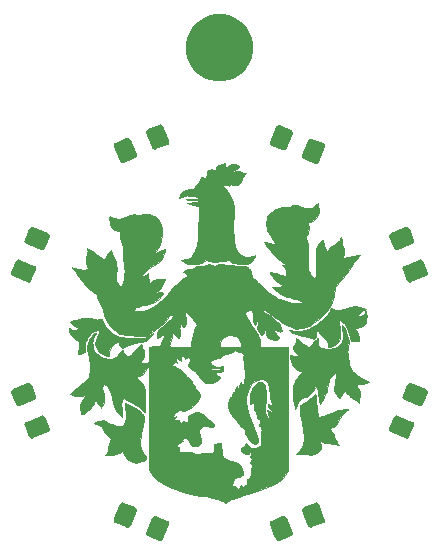
<source format=gts>
G04 #@! TF.GenerationSoftware,KiCad,Pcbnew,(5.1.5)-3*
G04 #@! TF.CreationDate,2019-12-29T19:03:19-08:00*
G04 #@! TF.ProjectId,ruddblink,72756464-626c-4696-9e6b-2e6b69636164,A*
G04 #@! TF.SameCoordinates,Original*
G04 #@! TF.FileFunction,Soldermask,Top*
G04 #@! TF.FilePolarity,Negative*
%FSLAX46Y46*%
G04 Gerber Fmt 4.6, Leading zero omitted, Abs format (unit mm)*
G04 Created by KiCad (PCBNEW (5.1.5)-3) date 2019-12-29 19:03:19*
%MOMM*%
%LPD*%
G04 APERTURE LIST*
%ADD10C,0.010000*%
%ADD11C,0.100000*%
G04 APERTURE END LIST*
D10*
G36*
X150583274Y-103391556D02*
G01*
X150603776Y-103495009D01*
X150622435Y-103645131D01*
X150630704Y-103740062D01*
X150642747Y-103930075D01*
X150642737Y-104064198D01*
X150627505Y-104169345D01*
X150593883Y-104272430D01*
X150558092Y-104356911D01*
X150415289Y-104585755D01*
X150218444Y-104764951D01*
X149983933Y-104881878D01*
X149831366Y-104916973D01*
X149617531Y-104945340D01*
X149718987Y-105106056D01*
X149809076Y-105321324D01*
X149820406Y-105545729D01*
X149753479Y-105763240D01*
X149695524Y-105857985D01*
X149613340Y-105998337D01*
X149576321Y-106142700D01*
X149583746Y-106310907D01*
X149634892Y-106522794D01*
X149667634Y-106624822D01*
X149709151Y-106755983D01*
X149735072Y-106868067D01*
X149747343Y-106984434D01*
X149747908Y-107128444D01*
X149738714Y-107323460D01*
X149733251Y-107412853D01*
X149719468Y-107672681D01*
X149708059Y-107963260D01*
X149700595Y-108240620D01*
X149698682Y-108379780D01*
X149699427Y-108596310D01*
X149707325Y-108753107D01*
X149725716Y-108873628D01*
X149757937Y-108981331D01*
X149798270Y-109079362D01*
X149869892Y-109226706D01*
X149945181Y-109359356D01*
X149988702Y-109423164D01*
X150072232Y-109511595D01*
X150174866Y-109597717D01*
X150270023Y-109661122D01*
X150325726Y-109681923D01*
X150351640Y-109641070D01*
X150373762Y-109519774D01*
X150391914Y-109320792D01*
X150405914Y-109046882D01*
X150415582Y-108700799D01*
X150420738Y-108285303D01*
X150421075Y-108224820D01*
X150425800Y-107246295D01*
X150585517Y-106907467D01*
X150668293Y-106739331D01*
X150737476Y-106627174D01*
X150811535Y-106550118D01*
X150908941Y-106487285D01*
X150996754Y-106442604D01*
X151015439Y-106470043D01*
X151026597Y-106556989D01*
X151027983Y-106610028D01*
X151048647Y-106764393D01*
X151113743Y-106957668D01*
X151193043Y-107133990D01*
X151267450Y-107283847D01*
X151328917Y-107400210D01*
X151368410Y-107466329D01*
X151377073Y-107475312D01*
X151400110Y-107439621D01*
X151438158Y-107348394D01*
X151463647Y-107277525D01*
X151500236Y-107184491D01*
X151546925Y-107109476D01*
X151618879Y-107037420D01*
X151731263Y-106953264D01*
X151899240Y-106841945D01*
X151907826Y-106836394D01*
X152162431Y-106656104D01*
X152345665Y-106491152D01*
X152416111Y-106405699D01*
X152547819Y-106218348D01*
X152573089Y-106503305D01*
X152600229Y-106686538D01*
X152644672Y-106869419D01*
X152685350Y-106984259D01*
X152760810Y-107229746D01*
X152781091Y-107484332D01*
X152745727Y-107720697D01*
X152699881Y-107837997D01*
X152647149Y-107944347D01*
X152614945Y-108015426D01*
X152610278Y-108029797D01*
X152647512Y-108025933D01*
X152748298Y-108002689D01*
X152896265Y-107964085D01*
X153037082Y-107924994D01*
X153249098Y-107868067D01*
X153469240Y-107814611D01*
X153681822Y-107767769D01*
X153871157Y-107730689D01*
X154021559Y-107706516D01*
X154117342Y-107698395D01*
X154142900Y-107703234D01*
X154123541Y-107737853D01*
X154055487Y-107812567D01*
X153952549Y-107912443D01*
X153931347Y-107931972D01*
X153757389Y-108118591D01*
X153584316Y-108362774D01*
X153461927Y-108568683D01*
X153344757Y-108772856D01*
X153237809Y-108945944D01*
X153128795Y-109104242D01*
X153005428Y-109264047D01*
X152855423Y-109441652D01*
X152666492Y-109653353D01*
X152537782Y-109794318D01*
X152326038Y-110036619D01*
X152169328Y-110248648D01*
X152057273Y-110451672D01*
X151979491Y-110666956D01*
X151925603Y-110915767D01*
X151898710Y-111103636D01*
X151842432Y-111420274D01*
X151748906Y-111727208D01*
X151685311Y-111889082D01*
X151612716Y-112056666D01*
X151545586Y-112188872D01*
X151469896Y-112305606D01*
X151371621Y-112426769D01*
X151236738Y-112572265D01*
X151118047Y-112694142D01*
X150904879Y-112899295D01*
X150668470Y-113107034D01*
X150424163Y-113305510D01*
X150187300Y-113482879D01*
X149973222Y-113627293D01*
X149797271Y-113726908D01*
X149756806Y-113745209D01*
X149648691Y-113780152D01*
X149483746Y-113821474D01*
X149287489Y-113863157D01*
X149147783Y-113888874D01*
X148697840Y-113966072D01*
X148347481Y-113828527D01*
X148150510Y-113744607D01*
X147947751Y-113643638D01*
X147728069Y-113518859D01*
X147480332Y-113363510D01*
X147193408Y-113170832D01*
X146856163Y-112934064D01*
X146754011Y-112860966D01*
X146504252Y-112682563D01*
X146313133Y-112548438D01*
X146172437Y-112453211D01*
X146073949Y-112391507D01*
X146009450Y-112357948D01*
X145970724Y-112347157D01*
X145968775Y-112347115D01*
X145953838Y-112382699D01*
X145955627Y-112461533D01*
X145972560Y-112526562D01*
X146017626Y-112575771D01*
X146108971Y-112622589D01*
X146239459Y-112671558D01*
X146357479Y-112717715D01*
X146461118Y-112771891D01*
X146566421Y-112846001D01*
X146689429Y-112951958D01*
X146846187Y-113101676D01*
X146929515Y-113184019D01*
X147111501Y-113369117D01*
X147241904Y-113513470D01*
X147331788Y-113631203D01*
X147392216Y-113736442D01*
X147425401Y-113817190D01*
X147471212Y-113946680D01*
X147506685Y-114046817D01*
X147519312Y-114082364D01*
X147501422Y-114137589D01*
X147454072Y-114175461D01*
X147386176Y-114193402D01*
X147293168Y-114177300D01*
X147152847Y-114123000D01*
X147137360Y-114116195D01*
X147011392Y-114061791D01*
X146918947Y-114024301D01*
X146883681Y-114012689D01*
X146868437Y-114048157D01*
X146864049Y-114108118D01*
X146896201Y-114197663D01*
X146984698Y-114317082D01*
X147051426Y-114387443D01*
X147182143Y-114543522D01*
X147241144Y-114680540D01*
X147228427Y-114792113D01*
X147143992Y-114871857D01*
X147051426Y-114903434D01*
X146953895Y-114906544D01*
X146821808Y-114876280D01*
X146638351Y-114808471D01*
X146593492Y-114789816D01*
X146260477Y-114649416D01*
X146203257Y-114351872D01*
X146171574Y-114207442D01*
X146140924Y-114101677D01*
X146117351Y-114054993D01*
X146115156Y-114054328D01*
X146083781Y-114089358D01*
X146031504Y-114181087D01*
X145971121Y-114306467D01*
X145908429Y-114436752D01*
X145856693Y-114505187D01*
X145804486Y-114509301D01*
X145740386Y-114446623D01*
X145652968Y-114314681D01*
X145599392Y-114226059D01*
X145459331Y-113991869D01*
X145491250Y-113533836D01*
X145501620Y-113334400D01*
X145503100Y-113173840D01*
X145495870Y-113068451D01*
X145485741Y-113036246D01*
X145459744Y-113041969D01*
X145448465Y-113118843D01*
X145448311Y-113132930D01*
X145426941Y-113249806D01*
X145372734Y-113391224D01*
X145338180Y-113457095D01*
X145228049Y-113645019D01*
X145140393Y-113506149D01*
X145097756Y-113425074D01*
X145071318Y-113331781D01*
X145057542Y-113204424D01*
X145052889Y-113021156D01*
X145052737Y-112964856D01*
X145050987Y-112774890D01*
X145043080Y-112648051D01*
X145025036Y-112564217D01*
X144992870Y-112503264D01*
X144951790Y-112454774D01*
X144876065Y-112382958D01*
X144822554Y-112347819D01*
X144818160Y-112347115D01*
X144759510Y-112368002D01*
X144664538Y-112419922D01*
X144558303Y-112486766D01*
X144465866Y-112552426D01*
X144412287Y-112600793D01*
X144407328Y-112611203D01*
X144429575Y-112704627D01*
X144491115Y-112852240D01*
X144584150Y-113039544D01*
X144700878Y-113252044D01*
X144833498Y-113475245D01*
X144974212Y-113694650D01*
X145049441Y-113804492D01*
X145229874Y-114064013D01*
X145367683Y-114272394D01*
X145469804Y-114445421D01*
X145543175Y-114598878D01*
X145594732Y-114748552D01*
X145631412Y-114910227D01*
X145660152Y-115099689D01*
X145676163Y-115230640D01*
X145704140Y-115470066D01*
X148029950Y-115470066D01*
X148029950Y-125882671D01*
X147920003Y-126099893D01*
X147774196Y-126347298D01*
X147598217Y-126582927D01*
X147412463Y-126781389D01*
X147292191Y-126881289D01*
X147097832Y-127000886D01*
X146829474Y-127135265D01*
X146494498Y-127281529D01*
X146100286Y-127436782D01*
X145654219Y-127598126D01*
X145163678Y-127762665D01*
X144636045Y-127927502D01*
X144594705Y-127939939D01*
X144197559Y-128061206D01*
X143872252Y-128165675D01*
X143609857Y-128256856D01*
X143401447Y-128338258D01*
X143238096Y-128413391D01*
X143110877Y-128485765D01*
X143010863Y-128558888D01*
X143002586Y-128565888D01*
X142901526Y-128646617D01*
X142824361Y-128697840D01*
X142797594Y-128707799D01*
X142745608Y-128689205D01*
X142639729Y-128643227D01*
X142500891Y-128579030D01*
X142471098Y-128564852D01*
X142038409Y-128383307D01*
X141595518Y-128251562D01*
X141110409Y-128160295D01*
X141055360Y-128152632D01*
X140580017Y-128085362D01*
X140170859Y-128019628D01*
X139810986Y-127951251D01*
X139483502Y-127876056D01*
X139171508Y-127789864D01*
X138858106Y-127688499D01*
X138526398Y-127567783D01*
X138245289Y-127457985D01*
X137755422Y-127240508D01*
X137340508Y-127007530D01*
X136992804Y-126753399D01*
X136704569Y-126472460D01*
X136469204Y-126160834D01*
X136288030Y-125879635D01*
X136267087Y-117053882D01*
X138252151Y-117053882D01*
X138295576Y-117091358D01*
X138395950Y-117147714D01*
X138532650Y-117211527D01*
X138550643Y-117219197D01*
X138817990Y-117348334D01*
X139013990Y-117482764D01*
X139150492Y-117631540D01*
X139201254Y-117716326D01*
X139281436Y-117830495D01*
X139401209Y-117954638D01*
X139490185Y-118028170D01*
X139633670Y-118148462D01*
X139766307Y-118285779D01*
X139872966Y-118421600D01*
X139938519Y-118537404D01*
X139951918Y-118593389D01*
X139983108Y-118660783D01*
X140059863Y-118739819D01*
X140076836Y-118752990D01*
X140170345Y-118850269D01*
X140201754Y-118941337D01*
X140233112Y-119030204D01*
X140319148Y-119150575D01*
X140391889Y-119230188D01*
X140494010Y-119337291D01*
X140548306Y-119413632D01*
X140566253Y-119486921D01*
X140559328Y-119584866D01*
X140554253Y-119622212D01*
X140510421Y-119839714D01*
X140438365Y-120028910D01*
X140328781Y-120201047D01*
X140172361Y-120367368D01*
X139959800Y-120539117D01*
X139681791Y-120727539D01*
X139593182Y-120783426D01*
X139440225Y-120876957D01*
X139337710Y-120931508D01*
X139266151Y-120953325D01*
X139206062Y-120948655D01*
X139145545Y-120926910D01*
X138977459Y-120866218D01*
X138848990Y-120850896D01*
X138733769Y-120886166D01*
X138605427Y-120977248D01*
X138522756Y-121050224D01*
X138372584Y-121204596D01*
X138296372Y-121325296D01*
X138294565Y-121411424D01*
X138326807Y-121444585D01*
X138386833Y-121441825D01*
X138472545Y-121400614D01*
X138550897Y-121363305D01*
X138575414Y-121379697D01*
X138542942Y-121437411D01*
X138494541Y-121486951D01*
X138418867Y-121582701D01*
X138417015Y-121655443D01*
X138480772Y-121696510D01*
X138601923Y-121697236D01*
X138678132Y-121680687D01*
X138776060Y-121657496D01*
X138817901Y-121670254D01*
X138827499Y-121731529D01*
X138827655Y-121759498D01*
X138857972Y-121875562D01*
X138909265Y-121923271D01*
X138972632Y-121941259D01*
X139030184Y-121906863D01*
X139083425Y-121841766D01*
X139146201Y-121762139D01*
X139186848Y-121742953D01*
X139232462Y-121777472D01*
X139253273Y-121799555D01*
X139348903Y-121863076D01*
X139432255Y-121882525D01*
X139497077Y-121870620D01*
X139539671Y-121824945D01*
X139566208Y-121730558D01*
X139582856Y-121572518D01*
X139587002Y-121507771D01*
X139597983Y-121320394D01*
X139886911Y-121179065D01*
X140107426Y-121079417D01*
X140281059Y-121026771D01*
X140430058Y-121021697D01*
X140576673Y-121064764D01*
X140743155Y-121156542D01*
X140813990Y-121202790D01*
X140999472Y-121335443D01*
X141194404Y-121489083D01*
X141383945Y-121650476D01*
X141553255Y-121806383D01*
X141687491Y-121943571D01*
X141771813Y-122048801D01*
X141782124Y-122066223D01*
X141813174Y-122141885D01*
X141806115Y-122194616D01*
X141751894Y-122227170D01*
X141641457Y-122242300D01*
X141465751Y-122242760D01*
X141235590Y-122232421D01*
X141027932Y-122221452D01*
X140886243Y-122217562D01*
X140793346Y-122223074D01*
X140732067Y-122240311D01*
X140685231Y-122271597D01*
X140642230Y-122312690D01*
X140569680Y-122415244D01*
X140538033Y-122545765D01*
X140546824Y-122718005D01*
X140595590Y-122945717D01*
X140618147Y-123027607D01*
X140681594Y-123282839D01*
X140703735Y-123476672D01*
X140681220Y-123621836D01*
X140610699Y-123731057D01*
X140488822Y-123817064D01*
X140399354Y-123858806D01*
X140197053Y-123912233D01*
X140009316Y-123905088D01*
X139852065Y-123842287D01*
X139741225Y-123728747D01*
X139705283Y-123644548D01*
X139647566Y-123502200D01*
X139562986Y-123369151D01*
X139468566Y-123266875D01*
X139381326Y-123216846D01*
X139364780Y-123214984D01*
X139270395Y-123233784D01*
X139157408Y-123279197D01*
X139153918Y-123280986D01*
X139071562Y-123335115D01*
X139061780Y-123379441D01*
X139072707Y-123393413D01*
X139113624Y-123451495D01*
X139092219Y-123495740D01*
X138999779Y-123538673D01*
X138962983Y-123551183D01*
X138772012Y-123629955D01*
X138652554Y-123715222D01*
X138607629Y-123802378D01*
X138640255Y-123886812D01*
X138708148Y-123940245D01*
X138781275Y-123993705D01*
X138816588Y-124060425D01*
X138827278Y-124170803D01*
X138827655Y-124215641D01*
X138830243Y-124337108D01*
X138846051Y-124395018D01*
X138887150Y-124409088D01*
X138942164Y-124402679D01*
X139039901Y-124391087D01*
X139189704Y-124377245D01*
X139360517Y-124364002D01*
X139374087Y-124363059D01*
X139544569Y-124355482D01*
X139680735Y-124363742D01*
X139816824Y-124393203D01*
X139987074Y-124449232D01*
X140035335Y-124466686D01*
X140201670Y-124526173D01*
X140314343Y-124559396D01*
X140397821Y-124568917D01*
X140476571Y-124557298D01*
X140575061Y-124527102D01*
X140583969Y-124524145D01*
X140752051Y-124483268D01*
X140933046Y-124474758D01*
X141072696Y-124484634D01*
X141269128Y-124495452D01*
X141425759Y-124479342D01*
X141561476Y-124440389D01*
X141766332Y-124367631D01*
X141749502Y-124103325D01*
X141744421Y-123947329D01*
X141760680Y-123836449D01*
X141810676Y-123758884D01*
X141906804Y-123702830D01*
X142061459Y-123656485D01*
X142264982Y-123612500D01*
X142347909Y-123601194D01*
X142384822Y-123626621D01*
X142396335Y-123709261D01*
X142397778Y-123744407D01*
X142411522Y-123989391D01*
X142434407Y-124268497D01*
X142462295Y-124533633D01*
X142472996Y-124618147D01*
X142498575Y-124754721D01*
X142542188Y-124842096D01*
X142623739Y-124914330D01*
X142660901Y-124939680D01*
X142777005Y-124997627D01*
X142956095Y-125063505D01*
X143179144Y-125130759D01*
X143327538Y-125169383D01*
X143585188Y-125236468D01*
X143775034Y-125300995D01*
X143911088Y-125375936D01*
X144007364Y-125474259D01*
X144077876Y-125608936D01*
X144136637Y-125792938D01*
X144177901Y-125956446D01*
X144214352Y-126113035D01*
X144230226Y-126212121D01*
X144224935Y-126277043D01*
X144197890Y-126331144D01*
X144167396Y-126372840D01*
X144098427Y-126444594D01*
X144016453Y-126472503D01*
X143905108Y-126471712D01*
X143789738Y-126472092D01*
X143702507Y-126501996D01*
X143608573Y-126576163D01*
X143569199Y-126613807D01*
X143484771Y-126705937D01*
X143437101Y-126777372D01*
X143433161Y-126803018D01*
X143427185Y-126858150D01*
X143383334Y-126944774D01*
X143378321Y-126952399D01*
X143327113Y-127070856D01*
X143315994Y-127181132D01*
X143336961Y-127259285D01*
X143391375Y-127290707D01*
X143474239Y-127295640D01*
X143582588Y-127309490D01*
X143640981Y-127362230D01*
X143656606Y-127396548D01*
X143714076Y-127476417D01*
X143792314Y-127512952D01*
X143863969Y-127501136D01*
X143900896Y-127441377D01*
X143939175Y-127349423D01*
X143998423Y-127268050D01*
X144081891Y-127178001D01*
X144320227Y-127441377D01*
X144348379Y-127304964D01*
X144377519Y-127212813D01*
X144421713Y-127186830D01*
X144454389Y-127193262D01*
X144499207Y-127198645D01*
X144522588Y-127166457D01*
X144531278Y-127079221D01*
X144532246Y-126991518D01*
X144536535Y-126856784D01*
X144558605Y-126774425D01*
X144612256Y-126713632D01*
X144678058Y-126666007D01*
X144827701Y-126515987D01*
X144915434Y-126315943D01*
X144937753Y-126075210D01*
X144930691Y-125992568D01*
X144919101Y-125849880D01*
X144931152Y-125764491D01*
X144967321Y-125715119D01*
X145025709Y-125621014D01*
X145012403Y-125510744D01*
X144930156Y-125405466D01*
X144926662Y-125402614D01*
X144821406Y-125317771D01*
X145029434Y-125013549D01*
X144861956Y-124800635D01*
X144947328Y-124633291D01*
X145032701Y-124465947D01*
X144921732Y-124438096D01*
X144818809Y-124434788D01*
X144756236Y-124484816D01*
X144707086Y-124528945D01*
X144630299Y-124544210D01*
X144499856Y-124535466D01*
X144490587Y-124534383D01*
X144338586Y-124501540D01*
X144200214Y-124447684D01*
X144156020Y-124421477D01*
X144055698Y-124319340D01*
X144036715Y-124211575D01*
X144099358Y-124095167D01*
X144195885Y-124003733D01*
X144303854Y-123900918D01*
X144387300Y-123793319D01*
X144408667Y-123753062D01*
X144458136Y-123633633D01*
X144692978Y-123835203D01*
X144825642Y-123939225D01*
X144951394Y-124021290D01*
X145043872Y-124064272D01*
X145046706Y-124064984D01*
X145183818Y-124066886D01*
X145354788Y-124027224D01*
X145528096Y-123956023D01*
X145666867Y-123867750D01*
X145781324Y-123774068D01*
X145793856Y-123088542D01*
X145798222Y-122793203D01*
X145798539Y-122571208D01*
X145794023Y-122412688D01*
X145783891Y-122307772D01*
X145767360Y-122246589D01*
X145743645Y-122219270D01*
X145724522Y-122215002D01*
X145649666Y-122193689D01*
X145617528Y-122176525D01*
X145584967Y-122141727D01*
X145588254Y-122084253D01*
X145629360Y-121979891D01*
X145634441Y-121968569D01*
X145679923Y-121804674D01*
X145657894Y-121674949D01*
X145571220Y-121588817D01*
X145512186Y-121566865D01*
X145443894Y-121538122D01*
X145413217Y-121480070D01*
X145405757Y-121367929D01*
X145390372Y-121237310D01*
X145351780Y-121095753D01*
X145299464Y-120966883D01*
X145242906Y-120874326D01*
X145194490Y-120841541D01*
X145167280Y-120813092D01*
X145159190Y-120721296D01*
X145167001Y-120581295D01*
X145175736Y-120436193D01*
X145176051Y-120321420D01*
X145169552Y-120269000D01*
X145117655Y-120221150D01*
X145041004Y-120235854D01*
X144990278Y-120279410D01*
X144916586Y-120332462D01*
X144875842Y-120341869D01*
X144848709Y-120330544D01*
X144832110Y-120287649D01*
X144824772Y-120199803D01*
X144825423Y-120053628D01*
X144831313Y-119873427D01*
X144842745Y-119650109D01*
X144859956Y-119485324D01*
X144887499Y-119354333D01*
X144929931Y-119232399D01*
X144963584Y-119155148D01*
X145099395Y-118912697D01*
X145257349Y-118720684D01*
X145428016Y-118584059D01*
X145601967Y-118507774D01*
X145769774Y-118496781D01*
X145922006Y-118556030D01*
X145991211Y-118615528D01*
X146071617Y-118748973D01*
X146133196Y-118949237D01*
X146174730Y-119201745D01*
X146195002Y-119491920D01*
X146192796Y-119805187D01*
X146166894Y-120126968D01*
X146135360Y-120341869D01*
X146106261Y-120524546D01*
X146084591Y-120693960D01*
X146074095Y-120819791D01*
X146073658Y-120841541D01*
X146089807Y-120951614D01*
X146131652Y-121095119D01*
X146190431Y-121251800D01*
X146257387Y-121401400D01*
X146323759Y-121523664D01*
X146380789Y-121598336D01*
X146406772Y-121611869D01*
X146464746Y-121577755D01*
X146475675Y-121476312D01*
X146439616Y-121308888D01*
X146387252Y-121155291D01*
X146335410Y-121015302D01*
X146297603Y-120908904D01*
X146281265Y-120857084D01*
X146281098Y-120855648D01*
X146313219Y-120864609D01*
X146395689Y-120906546D01*
X146467230Y-120947111D01*
X146613897Y-121013329D01*
X146709311Y-121020325D01*
X146746085Y-120979200D01*
X146716833Y-120901055D01*
X146614169Y-120796989D01*
X146582983Y-120773168D01*
X146450386Y-120670026D01*
X146376640Y-120591867D01*
X146349220Y-120520774D01*
X146354195Y-120445919D01*
X146372149Y-120372817D01*
X146402122Y-120349122D01*
X146464702Y-120373071D01*
X146557249Y-120428544D01*
X146647017Y-120480987D01*
X146686933Y-120489351D01*
X146696858Y-120455115D01*
X146696974Y-120438954D01*
X146686013Y-120365674D01*
X146657212Y-120235859D01*
X146615944Y-120072953D01*
X146597968Y-120006736D01*
X146550235Y-119799340D01*
X146507294Y-119551026D01*
X146476075Y-119304124D01*
X146468447Y-119215589D01*
X146448338Y-118975530D01*
X146424232Y-118800559D01*
X146390847Y-118672493D01*
X146342902Y-118573150D01*
X146275116Y-118484350D01*
X146247219Y-118453971D01*
X146062960Y-118302303D01*
X145866227Y-118228232D01*
X145752264Y-118218495D01*
X145477263Y-118258613D01*
X145225773Y-118374498D01*
X145002886Y-118560698D01*
X144813693Y-118811765D01*
X144663287Y-119122248D01*
X144556758Y-119486698D01*
X144553674Y-119501395D01*
X144518522Y-119694518D01*
X144497494Y-119878385D01*
X144492562Y-120061876D01*
X144505697Y-120253869D01*
X144538871Y-120463242D01*
X144594057Y-120698876D01*
X144673224Y-120969649D01*
X144778347Y-121284439D01*
X144911396Y-121652126D01*
X145074343Y-122081589D01*
X145196612Y-122396502D01*
X145334065Y-122760421D01*
X145434356Y-123054104D01*
X145498525Y-123281316D01*
X145527614Y-123445818D01*
X145522664Y-123551375D01*
X145519071Y-123562301D01*
X145448037Y-123644900D01*
X145329649Y-123695831D01*
X145197801Y-123701708D01*
X145177020Y-123697398D01*
X145049170Y-123633785D01*
X144902804Y-123512457D01*
X144752606Y-123352073D01*
X144613262Y-123171292D01*
X144499457Y-122988773D01*
X144425876Y-122823174D01*
X144405852Y-122717570D01*
X144369621Y-122520420D01*
X144265669Y-122371448D01*
X144165799Y-122302809D01*
X144091589Y-122244118D01*
X143980286Y-122131093D01*
X143843083Y-121977247D01*
X143691178Y-121796096D01*
X143535765Y-121601153D01*
X143388040Y-121405932D01*
X143259200Y-121223948D01*
X143209069Y-121147953D01*
X143061445Y-120842880D01*
X142991595Y-120516255D01*
X143001868Y-120180759D01*
X143015676Y-120104319D01*
X143054224Y-119953048D01*
X143098090Y-119829621D01*
X143135911Y-119763309D01*
X143170319Y-119737157D01*
X143185395Y-119758126D01*
X143184541Y-119839728D01*
X143177389Y-119927990D01*
X143168786Y-120032584D01*
X143169008Y-120074758D01*
X143180950Y-120049637D01*
X143207506Y-119952347D01*
X143240691Y-119821377D01*
X143282827Y-119652754D01*
X143319332Y-119505202D01*
X143343590Y-119405496D01*
X143346728Y-119392208D01*
X143381345Y-119322753D01*
X143448873Y-119321477D01*
X143451010Y-119322146D01*
X143504507Y-119328475D01*
X143528357Y-119288984D01*
X143534377Y-119189183D01*
X143537119Y-119089597D01*
X143548457Y-119064385D01*
X143576948Y-119104641D01*
X143591185Y-119130073D01*
X143624649Y-119184132D01*
X143645544Y-119185029D01*
X143662812Y-119122154D01*
X143678887Y-119025975D01*
X143711256Y-118822033D01*
X143794412Y-119113509D01*
X143901136Y-118790804D01*
X143954750Y-118641772D01*
X144003493Y-118529180D01*
X144038962Y-118471765D01*
X144045893Y-118468099D01*
X144065412Y-118501468D01*
X144057183Y-118561787D01*
X144037185Y-118658902D01*
X144017339Y-118796896D01*
X144009959Y-118863673D01*
X143989478Y-119071869D01*
X144068142Y-118851665D01*
X144126480Y-118698002D01*
X144165711Y-118621686D01*
X144189300Y-118619902D01*
X144200708Y-118689834D01*
X144202752Y-118742224D01*
X144207121Y-118809570D01*
X144218105Y-118816826D01*
X144238861Y-118757476D01*
X144272548Y-118625000D01*
X144285134Y-118572197D01*
X144346033Y-118312172D01*
X144389012Y-118116557D01*
X144415690Y-117968808D01*
X144427684Y-117852382D01*
X144426611Y-117750735D01*
X144414089Y-117647322D01*
X144391736Y-117525600D01*
X144388888Y-117511100D01*
X144358251Y-117314450D01*
X144338705Y-117108072D01*
X144334463Y-116948263D01*
X144326563Y-116753748D01*
X144287556Y-116620382D01*
X144271513Y-116592947D01*
X144228037Y-116506146D01*
X144227303Y-116416044D01*
X144249216Y-116331615D01*
X144275179Y-116218919D01*
X144261074Y-116138591D01*
X144212506Y-116062341D01*
X144093623Y-115962820D01*
X143965760Y-115926178D01*
X143825994Y-115890992D01*
X143701273Y-115835467D01*
X143691088Y-115829036D01*
X143559560Y-115779086D01*
X143444354Y-115804941D01*
X143360731Y-115903033D01*
X143359036Y-115906689D01*
X143316046Y-115966296D01*
X143239452Y-116003174D01*
X143106107Y-116027635D01*
X143080509Y-116030785D01*
X142850357Y-116063323D01*
X142686878Y-116101559D01*
X142573472Y-116152074D01*
X142493540Y-116221452D01*
X142451360Y-116280284D01*
X142386216Y-116367074D01*
X142306104Y-116420714D01*
X142181844Y-116458207D01*
X142125771Y-116470015D01*
X141841918Y-116531950D01*
X141636045Y-116591531D01*
X141503168Y-116653613D01*
X141438301Y-116723052D01*
X141436459Y-116804705D01*
X141492655Y-116903426D01*
X141579803Y-117001805D01*
X141755813Y-117124473D01*
X141975358Y-117185718D01*
X142221270Y-117181131D01*
X142255274Y-117175281D01*
X142379342Y-117148857D01*
X142468256Y-117124784D01*
X142490337Y-117115797D01*
X142532214Y-117116734D01*
X142547177Y-117165591D01*
X142532418Y-117230574D01*
X142503766Y-117267923D01*
X142446526Y-117292536D01*
X142338666Y-117308280D01*
X142169834Y-117315968D01*
X141929682Y-117316414D01*
X141892060Y-117315974D01*
X141346836Y-117308931D01*
X141509473Y-117393167D01*
X141593219Y-117432538D01*
X141670810Y-117453699D01*
X141765574Y-117458210D01*
X141900838Y-117447630D01*
X142052723Y-117429495D01*
X142229245Y-117411151D01*
X142380028Y-117402538D01*
X142482015Y-117404674D01*
X142506063Y-117409496D01*
X142554793Y-117450013D01*
X142533919Y-117499049D01*
X142455460Y-117548611D01*
X142331438Y-117590704D01*
X142197291Y-117614858D01*
X142061719Y-117636078D01*
X141962688Y-117661792D01*
X141927024Y-117681421D01*
X141917202Y-117766276D01*
X141979112Y-117853587D01*
X142102590Y-117930685D01*
X142139133Y-117945833D01*
X142269695Y-118012010D01*
X142318974Y-118078466D01*
X142286311Y-118142981D01*
X142210852Y-118187354D01*
X142101477Y-118252306D01*
X141989931Y-118342038D01*
X141982050Y-118349601D01*
X141818201Y-118463140D01*
X141606244Y-118544862D01*
X141378489Y-118584592D01*
X141239936Y-118583338D01*
X141023081Y-118527520D01*
X140836473Y-118401619D01*
X140673156Y-118200429D01*
X140627980Y-118125175D01*
X140509762Y-117954981D01*
X140342630Y-117764599D01*
X140149345Y-117576249D01*
X139952667Y-117412151D01*
X139779366Y-117296717D01*
X139648228Y-117205400D01*
X139590603Y-117106261D01*
X139601674Y-116981536D01*
X139657965Y-116849020D01*
X139721062Y-116710423D01*
X139737328Y-116615837D01*
X139705976Y-116539883D01*
X139646387Y-116475765D01*
X139549053Y-116384324D01*
X139438281Y-116471457D01*
X139327510Y-116558590D01*
X139287772Y-116454073D01*
X139216862Y-116347360D01*
X139116703Y-116286232D01*
X139018049Y-116286637D01*
X138965398Y-116347810D01*
X138956553Y-116462152D01*
X138992769Y-116611246D01*
X138995449Y-116618399D01*
X139016055Y-116679011D01*
X139007898Y-116693726D01*
X138959962Y-116658972D01*
X138867638Y-116576965D01*
X138750340Y-116480607D01*
X138668973Y-116445446D01*
X138605393Y-116469344D01*
X138548500Y-116539402D01*
X138518310Y-116601499D01*
X138530263Y-116660364D01*
X138591882Y-116745137D01*
X138605962Y-116761995D01*
X138671212Y-116842930D01*
X138683285Y-116871640D01*
X138644893Y-116857641D01*
X138631173Y-116850433D01*
X138523853Y-116811747D01*
X138456599Y-116802525D01*
X138377485Y-116834857D01*
X138301551Y-116911013D01*
X138254224Y-116999733D01*
X138252151Y-117053882D01*
X136267087Y-117053882D01*
X136266836Y-116948263D01*
X136090930Y-117288752D01*
X135932620Y-117560947D01*
X135772818Y-117760954D01*
X135600930Y-117899365D01*
X135406364Y-117986773D01*
X135387054Y-117992595D01*
X135167495Y-118056422D01*
X135435880Y-118319575D01*
X135662795Y-118575580D01*
X135826367Y-118841177D01*
X135839813Y-118868938D01*
X135975360Y-119155148D01*
X135975360Y-119863017D01*
X135971809Y-120214077D01*
X135961522Y-120512101D01*
X135945052Y-120750782D01*
X135922951Y-120923816D01*
X135895773Y-121024899D01*
X135871386Y-121049738D01*
X135832351Y-121016369D01*
X135772894Y-120931465D01*
X135738622Y-120872771D01*
X135616694Y-120712855D01*
X135438917Y-120561445D01*
X135412797Y-120543574D01*
X135308575Y-120479189D01*
X135158980Y-120393265D01*
X134978776Y-120293581D01*
X134782728Y-120187918D01*
X134585600Y-120084056D01*
X134402158Y-119989772D01*
X134247167Y-119912848D01*
X134135390Y-119861064D01*
X134081684Y-119842197D01*
X134036978Y-119880153D01*
X133994219Y-119979519D01*
X133959729Y-120118540D01*
X133939832Y-120275463D01*
X133937372Y-120338747D01*
X133939780Y-120486426D01*
X133948210Y-120683379D01*
X133961085Y-120895952D01*
X133967523Y-120982854D01*
X134000014Y-121394822D01*
X133821785Y-121235105D01*
X133689477Y-121108289D01*
X133578837Y-120979613D01*
X133484211Y-120836848D01*
X133399945Y-120667765D01*
X133320386Y-120460134D01*
X133239880Y-120201727D01*
X133152774Y-119880313D01*
X133100851Y-119675640D01*
X133043830Y-119469884D01*
X132979050Y-119271286D01*
X132916235Y-119108292D01*
X132883053Y-119038531D01*
X132805697Y-118923307D01*
X132705103Y-118808904D01*
X132597880Y-118709891D01*
X132500634Y-118640840D01*
X132429972Y-118616321D01*
X132410791Y-118624193D01*
X132381824Y-118681656D01*
X132346563Y-118785481D01*
X132337680Y-118816926D01*
X132317629Y-118924260D01*
X132324372Y-119029387D01*
X132361622Y-119164659D01*
X132385489Y-119233319D01*
X132456715Y-119526169D01*
X132474983Y-119839252D01*
X132440966Y-120143611D01*
X132358284Y-120403911D01*
X132296450Y-120525198D01*
X132241990Y-120608357D01*
X132211795Y-120633345D01*
X132171316Y-120601204D01*
X132097649Y-120515118D01*
X132003570Y-120390588D01*
X131954455Y-120321050D01*
X131856873Y-120183780D01*
X131776028Y-120077251D01*
X131723852Y-120016851D01*
X131712325Y-120008754D01*
X131684979Y-120044410D01*
X131639408Y-120137500D01*
X131590017Y-120256504D01*
X131504507Y-120434496D01*
X131386914Y-120591670D01*
X131253290Y-120724946D01*
X131123737Y-120835308D01*
X130976419Y-120947798D01*
X130827128Y-121052014D01*
X130691654Y-121137556D01*
X130585789Y-121194024D01*
X130525324Y-121211017D01*
X130519491Y-121208241D01*
X130508047Y-121160648D01*
X130493939Y-121049781D01*
X130479495Y-120895491D01*
X130473282Y-120814049D01*
X130468431Y-120510564D01*
X130505949Y-120261740D01*
X130592045Y-120047220D01*
X130732933Y-119846644D01*
X130786960Y-119785989D01*
X130978639Y-119579851D01*
X130853721Y-119607425D01*
X130565099Y-119653762D01*
X130285210Y-119666855D01*
X130031440Y-119648004D01*
X129821178Y-119598510D01*
X129671812Y-119519672D01*
X129670936Y-119518949D01*
X129627868Y-119479113D01*
X129618496Y-119443495D01*
X129651299Y-119395914D01*
X129734756Y-119320191D01*
X129807036Y-119259246D01*
X130152071Y-118968308D01*
X130437651Y-118723929D01*
X130669417Y-118520728D01*
X130853010Y-118353320D01*
X130994070Y-118216323D01*
X131098236Y-118104355D01*
X131171150Y-118012031D01*
X131218451Y-117933970D01*
X131235152Y-117896314D01*
X131297618Y-117641111D01*
X131314154Y-117323294D01*
X131285044Y-116949526D01*
X131210572Y-116526473D01*
X131169246Y-116349370D01*
X131091030Y-115992928D01*
X131050702Y-115695548D01*
X131048407Y-115442053D01*
X131084294Y-115217270D01*
X131158509Y-115006022D01*
X131182778Y-114954141D01*
X131285365Y-114781363D01*
X131420264Y-114604083D01*
X131566845Y-114446062D01*
X131704482Y-114331059D01*
X131745425Y-114306060D01*
X131784097Y-114291761D01*
X131792033Y-114312555D01*
X131765903Y-114378991D01*
X131702382Y-114501619D01*
X131658293Y-114582340D01*
X131569397Y-114750553D01*
X131516227Y-114875700D01*
X131490439Y-114985379D01*
X131483686Y-115107183D01*
X131484276Y-115157771D01*
X131509305Y-115365152D01*
X131569450Y-115591587D01*
X131654171Y-115807606D01*
X131752930Y-115983739D01*
X131801408Y-116044586D01*
X131899975Y-116123944D01*
X132053966Y-116218696D01*
X132240066Y-116317116D01*
X132434959Y-116407477D01*
X132615332Y-116478052D01*
X132729920Y-116511594D01*
X132965029Y-116533867D01*
X133157225Y-116512108D01*
X133327815Y-116463204D01*
X133476295Y-116377232D01*
X133617593Y-116241803D01*
X133766638Y-116044528D01*
X133822417Y-115960099D01*
X133903418Y-115840165D01*
X133968660Y-115754137D01*
X134004265Y-115720286D01*
X134004593Y-115720266D01*
X134031837Y-115755834D01*
X134059398Y-115842392D01*
X134060443Y-115847062D01*
X134105445Y-115950834D01*
X134189166Y-116074173D01*
X134244681Y-116138538D01*
X134339009Y-116230459D01*
X134422265Y-116286309D01*
X134504704Y-116301928D01*
X134596580Y-116273160D01*
X134708147Y-116195847D01*
X134849661Y-116065832D01*
X135031376Y-115878956D01*
X135121754Y-115782937D01*
X135282039Y-115613438D01*
X135423297Y-115467096D01*
X135535512Y-115354046D01*
X135608666Y-115284425D01*
X135631836Y-115266811D01*
X135656202Y-115297956D01*
X135663258Y-115355558D01*
X135678878Y-115442547D01*
X135719297Y-115574438D01*
X135766368Y-115699082D01*
X135821572Y-115855948D01*
X135858955Y-116005909D01*
X135869359Y-116094656D01*
X135842099Y-116265629D01*
X135771397Y-116448131D01*
X135674104Y-116603306D01*
X135627307Y-116652831D01*
X135562585Y-116720310D01*
X135538147Y-116763679D01*
X135575914Y-116794311D01*
X135673988Y-116817771D01*
X135809529Y-116831549D01*
X135959694Y-116833136D01*
X136080266Y-116823234D01*
X136287655Y-116794710D01*
X136287655Y-115472793D01*
X136754887Y-115461020D01*
X137022432Y-115454278D01*
X137953229Y-115454278D01*
X137992904Y-115458828D01*
X138104070Y-115462865D01*
X138274942Y-115466188D01*
X138493733Y-115468599D01*
X138748658Y-115469897D01*
X138884734Y-115470066D01*
X139816239Y-115470066D01*
X142283721Y-115470066D01*
X144105100Y-115470066D01*
X144069274Y-115272279D01*
X144001720Y-114994802D01*
X143912294Y-114793142D01*
X143798531Y-114662131D01*
X143768176Y-114641147D01*
X143518039Y-114533971D01*
X143238214Y-114497157D01*
X142943389Y-114530595D01*
X142648254Y-114634178D01*
X142616836Y-114649630D01*
X142443363Y-114773884D01*
X142334957Y-114941945D01*
X142287082Y-115162010D01*
X142283786Y-115251459D01*
X142283721Y-115470066D01*
X139816239Y-115470066D01*
X139844564Y-115182618D01*
X139895727Y-114829614D01*
X139976371Y-114477507D01*
X140078887Y-114154977D01*
X140178746Y-113923113D01*
X140319124Y-113646159D01*
X140211838Y-113485900D01*
X140108288Y-113342919D01*
X139967152Y-113163450D01*
X139807118Y-112969789D01*
X139646873Y-112784235D01*
X139505103Y-112629084D01*
X139431933Y-112555312D01*
X139279029Y-112409574D01*
X139305883Y-112576132D01*
X139331396Y-112725100D01*
X139362383Y-112894137D01*
X139371672Y-112942525D01*
X139407366Y-113229196D01*
X139390356Y-113467584D01*
X139323613Y-113666428D01*
X139265876Y-113771573D01*
X139217177Y-113836273D01*
X139200695Y-113846132D01*
X139159362Y-113814538D01*
X139089629Y-113732819D01*
X139027567Y-113648345D01*
X138890363Y-113450558D01*
X138866494Y-113596295D01*
X138857742Y-113704528D01*
X138855093Y-113866761D01*
X138858811Y-114053921D01*
X138861769Y-114122034D01*
X138868606Y-114377431D01*
X138858662Y-114557467D01*
X138830877Y-114668563D01*
X138784192Y-114717138D01*
X138762938Y-114720558D01*
X138642605Y-114682092D01*
X138518443Y-114575405D01*
X138404734Y-114413557D01*
X138383331Y-114373410D01*
X138322678Y-114264920D01*
X138277645Y-114217604D01*
X138244619Y-114236249D01*
X138219992Y-114325645D01*
X138200151Y-114490582D01*
X138188773Y-114631464D01*
X138150333Y-114922923D01*
X138078878Y-115161402D01*
X138058277Y-115209036D01*
X138002796Y-115332619D01*
X137964726Y-115422007D01*
X137953229Y-115454278D01*
X137022432Y-115454278D01*
X137222119Y-115449246D01*
X137396958Y-115012033D01*
X137467371Y-114832264D01*
X137524853Y-114678510D01*
X137562906Y-114568618D01*
X137575137Y-114522771D01*
X137561556Y-114480037D01*
X137506979Y-114480268D01*
X137402850Y-114525894D01*
X137245360Y-114616459D01*
X137120621Y-114690075D01*
X137025057Y-114742469D01*
X136979668Y-114762197D01*
X136966891Y-114724098D01*
X136957668Y-114623929D01*
X136953896Y-114482882D01*
X136953885Y-114474233D01*
X136956053Y-114320747D01*
X136969962Y-114221826D01*
X137006719Y-114148756D01*
X137077431Y-114072826D01*
X137127046Y-114026610D01*
X137232452Y-113927547D01*
X137374619Y-113791419D01*
X137531139Y-113639764D01*
X137621351Y-113551521D01*
X137767078Y-113415039D01*
X137905271Y-113297253D01*
X138017302Y-113213453D01*
X138070078Y-113183244D01*
X138178779Y-113099915D01*
X138258445Y-112969929D01*
X138286344Y-112840574D01*
X138255390Y-112803328D01*
X138179604Y-112804081D01*
X138084604Y-112836420D01*
X137996004Y-112893929D01*
X137970524Y-112919656D01*
X137758026Y-113167388D01*
X137587874Y-113362785D01*
X137448257Y-113516777D01*
X137327364Y-113640295D01*
X137213386Y-113744269D01*
X137094512Y-113839629D01*
X136958931Y-113937305D01*
X136794834Y-114048228D01*
X136641590Y-114149560D01*
X136017000Y-114561583D01*
X135205032Y-114540540D01*
X134821926Y-114527463D01*
X134508771Y-114508300D01*
X134252304Y-114480303D01*
X134039266Y-114440723D01*
X133856393Y-114386814D01*
X133690426Y-114315828D01*
X133528102Y-114225016D01*
X133453833Y-114177687D01*
X133206367Y-113989731D01*
X132990841Y-113767774D01*
X132800981Y-113501761D01*
X132630512Y-113181634D01*
X132473160Y-112797335D01*
X132337714Y-112388754D01*
X132256943Y-112137686D01*
X132163939Y-111871159D01*
X132070277Y-111621211D01*
X131988517Y-111422120D01*
X131908020Y-111242438D01*
X131842881Y-111116146D01*
X131775363Y-111021429D01*
X131687728Y-110936474D01*
X131562241Y-110839465D01*
X131446803Y-110755890D01*
X131328338Y-110667789D01*
X131221122Y-110579934D01*
X131115720Y-110482226D01*
X131002695Y-110364563D01*
X130872614Y-110216845D01*
X130716039Y-110028970D01*
X130523537Y-109790838D01*
X130395237Y-109630148D01*
X130213258Y-109400804D01*
X130050668Y-109194344D01*
X129914013Y-109019208D01*
X129809839Y-108883834D01*
X129744692Y-108796663D01*
X129725069Y-108766132D01*
X129770350Y-108775137D01*
X129879479Y-108799555D01*
X130035295Y-108835483D01*
X130191870Y-108872218D01*
X130435325Y-108924847D01*
X130621965Y-108952531D01*
X130773582Y-108957822D01*
X130861791Y-108950699D01*
X130984466Y-108930751D01*
X131064692Y-108908843D01*
X131082737Y-108895825D01*
X131072338Y-108845144D01*
X131044872Y-108736355D01*
X131005934Y-108591485D01*
X130999459Y-108568035D01*
X130948321Y-108368183D01*
X130924060Y-108212965D01*
X130926820Y-108070311D01*
X130956747Y-107908151D01*
X131003228Y-107732536D01*
X131051208Y-107541392D01*
X131069118Y-107400766D01*
X131057623Y-107283773D01*
X131017388Y-107163533D01*
X131017304Y-107163331D01*
X131008260Y-107123289D01*
X131039782Y-107130528D01*
X131121825Y-107188476D01*
X131147277Y-107208085D01*
X131260087Y-107289050D01*
X131416776Y-107393057D01*
X131589092Y-107501529D01*
X131644868Y-107535315D01*
X131822918Y-107649515D01*
X132000014Y-107775666D01*
X132144453Y-107890874D01*
X132173986Y-107917364D01*
X132281280Y-108011789D01*
X132367497Y-108077739D01*
X132410660Y-108099902D01*
X132449679Y-108068108D01*
X132525749Y-107981566D01*
X132627857Y-107853533D01*
X132743727Y-107698998D01*
X133036122Y-107298095D01*
X133145142Y-107542851D01*
X133259177Y-107803007D01*
X133343156Y-108007329D01*
X133403345Y-108174924D01*
X133446007Y-108324901D01*
X133477406Y-108476367D01*
X133501031Y-108628450D01*
X133527280Y-108853847D01*
X133533200Y-109032023D01*
X133519020Y-109196459D01*
X133505450Y-109278661D01*
X133466908Y-109512982D01*
X133453866Y-109689017D01*
X133470472Y-109828973D01*
X133520875Y-109955059D01*
X133609225Y-110089484D01*
X133672102Y-110170759D01*
X133888025Y-110442112D01*
X134033597Y-110051745D01*
X134129864Y-109746611D01*
X134185573Y-109444941D01*
X134201840Y-109126745D01*
X134179782Y-108772032D01*
X134126170Y-108393742D01*
X134086409Y-108118927D01*
X134059143Y-107845151D01*
X134045015Y-107589505D01*
X134044667Y-107369078D01*
X134058741Y-107200963D01*
X134078376Y-107121377D01*
X134082987Y-107007669D01*
X134049418Y-106915581D01*
X134009570Y-106818084D01*
X133959091Y-106667913D01*
X133907281Y-106493253D01*
X133894136Y-106445043D01*
X133849138Y-106266781D01*
X133826763Y-106139498D01*
X133825072Y-106034600D01*
X133842130Y-105923491D01*
X133854906Y-105865995D01*
X133908610Y-105634968D01*
X133734444Y-105653209D01*
X133594243Y-105651665D01*
X133447634Y-105610438D01*
X133330409Y-105557442D01*
X133209938Y-105494245D01*
X133133548Y-105436267D01*
X133081757Y-105359224D01*
X133035082Y-105238831D01*
X133007704Y-105155189D01*
X132970822Y-105015810D01*
X132940746Y-104856935D01*
X132919673Y-104699032D01*
X132909798Y-104562571D01*
X132913317Y-104468020D01*
X132930507Y-104435640D01*
X132973652Y-104451237D01*
X133070954Y-104491970D01*
X133190753Y-104544343D01*
X133360821Y-104604618D01*
X133537288Y-104631981D01*
X133734750Y-104625193D01*
X133967801Y-104583015D01*
X134251033Y-104504206D01*
X134457028Y-104436819D01*
X134694406Y-104358186D01*
X134870864Y-104306752D01*
X135003286Y-104280017D01*
X135108555Y-104275483D01*
X135203555Y-104290649D01*
X135281867Y-104314715D01*
X135391039Y-104337733D01*
X135509798Y-104323467D01*
X135607793Y-104293895D01*
X135763743Y-104249354D01*
X135907461Y-104232455D01*
X136063496Y-104244255D01*
X136256396Y-104285809D01*
X136410243Y-104328421D01*
X136595664Y-104387225D01*
X136729491Y-104446191D01*
X136841731Y-104522100D01*
X136962395Y-104631731D01*
X136975185Y-104644311D01*
X137084403Y-104758780D01*
X137161638Y-104862762D01*
X137221875Y-104982882D01*
X137280101Y-105145768D01*
X137308574Y-105236639D01*
X137360791Y-105412213D01*
X137392019Y-105544111D01*
X137404805Y-105661710D01*
X137401698Y-105794390D01*
X137385245Y-105971529D01*
X137378070Y-106037897D01*
X137309252Y-106456779D01*
X137201559Y-106822012D01*
X137058009Y-107125576D01*
X136881620Y-107359451D01*
X136880296Y-107360804D01*
X136786781Y-107459865D01*
X136726703Y-107530820D01*
X136712816Y-107558580D01*
X136713088Y-107558591D01*
X136760496Y-107544321D01*
X136868420Y-107505655D01*
X137019926Y-107448801D01*
X137167202Y-107392033D01*
X137342550Y-107324718D01*
X137488912Y-107270444D01*
X137589168Y-107235437D01*
X137625098Y-107225476D01*
X137628847Y-107262481D01*
X137612922Y-107361396D01*
X137580584Y-107504075D01*
X137562391Y-107574560D01*
X137491849Y-107791716D01*
X137399282Y-107977097D01*
X137272778Y-108144989D01*
X137100422Y-108309675D01*
X136870301Y-108485441D01*
X136712562Y-108593500D01*
X136466288Y-108763285D01*
X136228216Y-108937739D01*
X136008024Y-109108760D01*
X135815389Y-109268251D01*
X135659988Y-109408111D01*
X135551498Y-109520242D01*
X135499597Y-109596544D01*
X135496508Y-109611278D01*
X135530116Y-109608318D01*
X135620545Y-109571123D01*
X135752203Y-109506587D01*
X135846442Y-109456553D01*
X135998649Y-109374535D01*
X136121376Y-109310191D01*
X136197775Y-109272259D01*
X136214212Y-109265804D01*
X136220923Y-109303270D01*
X136219395Y-109399814D01*
X136213362Y-109491136D01*
X136214868Y-109629621D01*
X136236060Y-109781785D01*
X136271060Y-109925099D01*
X136313992Y-110037035D01*
X136358979Y-110095062D01*
X136371802Y-110098591D01*
X136414743Y-110067466D01*
X136468626Y-109998425D01*
X136559432Y-109918909D01*
X136714370Y-109844350D01*
X136914304Y-109780992D01*
X137140098Y-109735080D01*
X137339049Y-109714382D01*
X137479681Y-109709970D01*
X137580486Y-109713008D01*
X137620093Y-109722830D01*
X137620114Y-109723127D01*
X137601436Y-109796434D01*
X137552215Y-109921188D01*
X137482668Y-110076213D01*
X137403017Y-110240334D01*
X137323478Y-110392378D01*
X137254272Y-110511170D01*
X137211442Y-110569932D01*
X137117947Y-110646416D01*
X136977296Y-110737054D01*
X136818820Y-110823057D01*
X136808147Y-110828258D01*
X136668578Y-110897938D01*
X136596384Y-110941727D01*
X136594636Y-110961561D01*
X136666403Y-110959375D01*
X136814753Y-110937105D01*
X136944735Y-110914382D01*
X137139949Y-110886920D01*
X137298870Y-110878978D01*
X137407171Y-110890233D01*
X137450525Y-110920360D01*
X137450625Y-110925822D01*
X137428545Y-110971846D01*
X137373361Y-111067578D01*
X137296863Y-111192587D01*
X137294298Y-111196679D01*
X137120296Y-111410346D01*
X136884484Y-111591450D01*
X136581323Y-111743169D01*
X136205275Y-111868681D01*
X136057260Y-111906565D01*
X135743806Y-111983725D01*
X135502395Y-112049042D01*
X135323295Y-112106425D01*
X135196772Y-112159784D01*
X135113094Y-112213027D01*
X135062529Y-112270065D01*
X135041556Y-112314535D01*
X135014598Y-112406495D01*
X135009566Y-112456543D01*
X135010467Y-112457905D01*
X135055707Y-112467899D01*
X135162406Y-112481462D01*
X135308977Y-112495918D01*
X135334553Y-112498123D01*
X135698780Y-112487494D01*
X136074531Y-112395917D01*
X136459506Y-112224569D01*
X136851401Y-111974624D01*
X137247916Y-111647257D01*
X137516016Y-111384154D01*
X137691708Y-111194793D01*
X137869619Y-110992877D01*
X138029941Y-110801490D01*
X138152865Y-110643719D01*
X138161426Y-110631945D01*
X138272505Y-110487267D01*
X138389660Y-110357663D01*
X138529322Y-110227717D01*
X138707921Y-110082016D01*
X138914452Y-109925476D01*
X139100476Y-109788166D01*
X139267762Y-109666157D01*
X139402726Y-109569245D01*
X139491784Y-109507228D01*
X139515727Y-109491856D01*
X139552757Y-109461956D01*
X139545205Y-109427377D01*
X139483559Y-109373552D01*
X139399826Y-109314350D01*
X139289105Y-109234363D01*
X139208402Y-109169028D01*
X139182173Y-109141829D01*
X139196364Y-109096726D01*
X139272063Y-109041901D01*
X139389469Y-108985648D01*
X139528785Y-108936262D01*
X139670211Y-108902038D01*
X139780781Y-108891050D01*
X139933533Y-108878714D01*
X140048384Y-108832129D01*
X140123228Y-108776541D01*
X140196587Y-108720733D01*
X140269737Y-108686292D01*
X140365811Y-108667748D01*
X140507942Y-108659631D01*
X140626769Y-108657467D01*
X140827027Y-108650417D01*
X140960487Y-108633447D01*
X141043307Y-108603916D01*
X141069023Y-108585231D01*
X141177932Y-108533663D01*
X141337362Y-108514831D01*
X141521062Y-108529197D01*
X141694757Y-108574236D01*
X141809613Y-108612302D01*
X141883368Y-108616835D01*
X141952221Y-108585281D01*
X141999562Y-108552725D01*
X142085426Y-108502185D01*
X142175107Y-108482243D01*
X142301683Y-108487516D01*
X142359509Y-108494159D01*
X142518672Y-108511149D01*
X142675091Y-108520661D01*
X142855765Y-108523583D01*
X143087695Y-108520805D01*
X143137328Y-108519760D01*
X143349661Y-108540944D01*
X143566618Y-108604860D01*
X143705323Y-108655487D01*
X143805884Y-108672131D01*
X143904381Y-108658571D01*
X143952224Y-108645255D01*
X144156634Y-108616459D01*
X144373158Y-108653589D01*
X144616131Y-108759350D01*
X144646754Y-108776224D01*
X144779674Y-108860258D01*
X144847858Y-108930757D01*
X144865360Y-108994737D01*
X144877422Y-109083379D01*
X144908883Y-109219834D01*
X144948214Y-109358724D01*
X144985424Y-109470150D01*
X145026655Y-109561267D01*
X145083674Y-109647313D01*
X145168247Y-109743524D01*
X145292139Y-109865140D01*
X145458296Y-110019297D01*
X145816416Y-110345229D01*
X146124368Y-110618107D01*
X146390615Y-110844016D01*
X146623623Y-111029043D01*
X146831855Y-111179273D01*
X147023778Y-111300791D01*
X147207854Y-111399685D01*
X147392549Y-111482038D01*
X147586327Y-111553937D01*
X147598635Y-111558121D01*
X147859845Y-111636470D01*
X148136943Y-111702195D01*
X148415995Y-111753756D01*
X148683068Y-111789611D01*
X148924228Y-111808221D01*
X149125541Y-111808045D01*
X149273074Y-111787543D01*
X149347349Y-111751465D01*
X149324621Y-111724887D01*
X149246779Y-111676266D01*
X149135263Y-111616343D01*
X149011512Y-111555864D01*
X148896965Y-111505572D01*
X148813062Y-111476211D01*
X148791041Y-111472689D01*
X148720721Y-111459188D01*
X148589048Y-111422446D01*
X148412777Y-111368106D01*
X148208665Y-111301811D01*
X147993468Y-111229202D01*
X147783941Y-111155924D01*
X147596842Y-111087618D01*
X147448925Y-111029928D01*
X147363721Y-110992037D01*
X147238884Y-110912632D01*
X147090821Y-110795821D01*
X146951325Y-110666714D01*
X146949754Y-110665112D01*
X146723163Y-110433738D01*
X146928934Y-110455296D01*
X147191383Y-110445223D01*
X147375333Y-110399362D01*
X147485844Y-110362595D01*
X147551019Y-110330537D01*
X147566632Y-110293247D01*
X147528455Y-110240785D01*
X147432262Y-110163212D01*
X147273826Y-110050587D01*
X147207242Y-110004090D01*
X147061772Y-109886754D01*
X146897502Y-109730184D01*
X146743893Y-109563016D01*
X146704742Y-109515640D01*
X146590690Y-109370496D01*
X146524734Y-109276873D01*
X146500851Y-109222994D01*
X146513019Y-109197081D01*
X146537972Y-109189563D01*
X146633244Y-109192121D01*
X146788311Y-109216353D01*
X146983858Y-109257916D01*
X147200572Y-109312465D01*
X147419136Y-109375656D01*
X147540629Y-109415062D01*
X147687765Y-109463643D01*
X147804064Y-109499336D01*
X147867250Y-109515354D01*
X147870686Y-109515640D01*
X147893947Y-109478561D01*
X147903452Y-109383095D01*
X147899735Y-109252899D01*
X147883330Y-109111630D01*
X147858993Y-108997551D01*
X147795846Y-108857074D01*
X147701261Y-108729301D01*
X147687772Y-108716026D01*
X147562127Y-108598655D01*
X147691940Y-108553402D01*
X147779647Y-108515351D01*
X147819478Y-108483247D01*
X147819712Y-108480993D01*
X147785888Y-108448547D01*
X147696566Y-108383358D01*
X147567166Y-108296338D01*
X147476187Y-108237861D01*
X147221224Y-108069603D01*
X147018204Y-107915691D01*
X146843882Y-107754667D01*
X146675013Y-107565073D01*
X146489690Y-107327241D01*
X146302773Y-107072627D01*
X146167822Y-106877336D01*
X146082487Y-106737562D01*
X146044418Y-106649500D01*
X146047989Y-106611918D01*
X146096321Y-106612504D01*
X146206656Y-106634796D01*
X146361776Y-106674825D01*
X146516063Y-106719855D01*
X146694180Y-106772919D01*
X146840315Y-106813706D01*
X146937868Y-106837762D01*
X146970247Y-106841682D01*
X146953870Y-106803879D01*
X146899952Y-106708736D01*
X146816018Y-106568943D01*
X146709597Y-106397190D01*
X146659033Y-106317043D01*
X146485290Y-106032482D01*
X146358548Y-105795409D01*
X146273164Y-105588781D01*
X146223494Y-105395558D01*
X146203892Y-105198699D01*
X146208716Y-104981163D01*
X146210052Y-104961452D01*
X146228765Y-104778778D01*
X146256045Y-104610798D01*
X146286656Y-104488374D01*
X146293331Y-104470588D01*
X146371955Y-104345206D01*
X146503947Y-104197995D01*
X146669491Y-104046860D01*
X146848767Y-103909710D01*
X147021958Y-103804452D01*
X147041026Y-103794991D01*
X147265652Y-103706330D01*
X147503789Y-103645286D01*
X147730143Y-103616159D01*
X147919423Y-103623249D01*
X147975603Y-103636098D01*
X148089016Y-103662132D01*
X148160501Y-103649815D01*
X148196163Y-103623984D01*
X148278000Y-103568502D01*
X148393306Y-103509780D01*
X148412455Y-103501532D01*
X148513854Y-103466827D01*
X148607334Y-103460718D01*
X148729768Y-103482745D01*
X148785685Y-103496859D01*
X148956636Y-103550183D01*
X149145012Y-103621507D01*
X149237491Y-103661820D01*
X149515485Y-103751528D01*
X149791219Y-103765423D01*
X150051861Y-103705095D01*
X150284582Y-103572135D01*
X150339614Y-103525236D01*
X150444228Y-103434096D01*
X150526861Y-103371666D01*
X150564068Y-103353017D01*
X150583274Y-103391556D01*
G37*
X150583274Y-103391556D02*
X150603776Y-103495009D01*
X150622435Y-103645131D01*
X150630704Y-103740062D01*
X150642747Y-103930075D01*
X150642737Y-104064198D01*
X150627505Y-104169345D01*
X150593883Y-104272430D01*
X150558092Y-104356911D01*
X150415289Y-104585755D01*
X150218444Y-104764951D01*
X149983933Y-104881878D01*
X149831366Y-104916973D01*
X149617531Y-104945340D01*
X149718987Y-105106056D01*
X149809076Y-105321324D01*
X149820406Y-105545729D01*
X149753479Y-105763240D01*
X149695524Y-105857985D01*
X149613340Y-105998337D01*
X149576321Y-106142700D01*
X149583746Y-106310907D01*
X149634892Y-106522794D01*
X149667634Y-106624822D01*
X149709151Y-106755983D01*
X149735072Y-106868067D01*
X149747343Y-106984434D01*
X149747908Y-107128444D01*
X149738714Y-107323460D01*
X149733251Y-107412853D01*
X149719468Y-107672681D01*
X149708059Y-107963260D01*
X149700595Y-108240620D01*
X149698682Y-108379780D01*
X149699427Y-108596310D01*
X149707325Y-108753107D01*
X149725716Y-108873628D01*
X149757937Y-108981331D01*
X149798270Y-109079362D01*
X149869892Y-109226706D01*
X149945181Y-109359356D01*
X149988702Y-109423164D01*
X150072232Y-109511595D01*
X150174866Y-109597717D01*
X150270023Y-109661122D01*
X150325726Y-109681923D01*
X150351640Y-109641070D01*
X150373762Y-109519774D01*
X150391914Y-109320792D01*
X150405914Y-109046882D01*
X150415582Y-108700799D01*
X150420738Y-108285303D01*
X150421075Y-108224820D01*
X150425800Y-107246295D01*
X150585517Y-106907467D01*
X150668293Y-106739331D01*
X150737476Y-106627174D01*
X150811535Y-106550118D01*
X150908941Y-106487285D01*
X150996754Y-106442604D01*
X151015439Y-106470043D01*
X151026597Y-106556989D01*
X151027983Y-106610028D01*
X151048647Y-106764393D01*
X151113743Y-106957668D01*
X151193043Y-107133990D01*
X151267450Y-107283847D01*
X151328917Y-107400210D01*
X151368410Y-107466329D01*
X151377073Y-107475312D01*
X151400110Y-107439621D01*
X151438158Y-107348394D01*
X151463647Y-107277525D01*
X151500236Y-107184491D01*
X151546925Y-107109476D01*
X151618879Y-107037420D01*
X151731263Y-106953264D01*
X151899240Y-106841945D01*
X151907826Y-106836394D01*
X152162431Y-106656104D01*
X152345665Y-106491152D01*
X152416111Y-106405699D01*
X152547819Y-106218348D01*
X152573089Y-106503305D01*
X152600229Y-106686538D01*
X152644672Y-106869419D01*
X152685350Y-106984259D01*
X152760810Y-107229746D01*
X152781091Y-107484332D01*
X152745727Y-107720697D01*
X152699881Y-107837997D01*
X152647149Y-107944347D01*
X152614945Y-108015426D01*
X152610278Y-108029797D01*
X152647512Y-108025933D01*
X152748298Y-108002689D01*
X152896265Y-107964085D01*
X153037082Y-107924994D01*
X153249098Y-107868067D01*
X153469240Y-107814611D01*
X153681822Y-107767769D01*
X153871157Y-107730689D01*
X154021559Y-107706516D01*
X154117342Y-107698395D01*
X154142900Y-107703234D01*
X154123541Y-107737853D01*
X154055487Y-107812567D01*
X153952549Y-107912443D01*
X153931347Y-107931972D01*
X153757389Y-108118591D01*
X153584316Y-108362774D01*
X153461927Y-108568683D01*
X153344757Y-108772856D01*
X153237809Y-108945944D01*
X153128795Y-109104242D01*
X153005428Y-109264047D01*
X152855423Y-109441652D01*
X152666492Y-109653353D01*
X152537782Y-109794318D01*
X152326038Y-110036619D01*
X152169328Y-110248648D01*
X152057273Y-110451672D01*
X151979491Y-110666956D01*
X151925603Y-110915767D01*
X151898710Y-111103636D01*
X151842432Y-111420274D01*
X151748906Y-111727208D01*
X151685311Y-111889082D01*
X151612716Y-112056666D01*
X151545586Y-112188872D01*
X151469896Y-112305606D01*
X151371621Y-112426769D01*
X151236738Y-112572265D01*
X151118047Y-112694142D01*
X150904879Y-112899295D01*
X150668470Y-113107034D01*
X150424163Y-113305510D01*
X150187300Y-113482879D01*
X149973222Y-113627293D01*
X149797271Y-113726908D01*
X149756806Y-113745209D01*
X149648691Y-113780152D01*
X149483746Y-113821474D01*
X149287489Y-113863157D01*
X149147783Y-113888874D01*
X148697840Y-113966072D01*
X148347481Y-113828527D01*
X148150510Y-113744607D01*
X147947751Y-113643638D01*
X147728069Y-113518859D01*
X147480332Y-113363510D01*
X147193408Y-113170832D01*
X146856163Y-112934064D01*
X146754011Y-112860966D01*
X146504252Y-112682563D01*
X146313133Y-112548438D01*
X146172437Y-112453211D01*
X146073949Y-112391507D01*
X146009450Y-112357948D01*
X145970724Y-112347157D01*
X145968775Y-112347115D01*
X145953838Y-112382699D01*
X145955627Y-112461533D01*
X145972560Y-112526562D01*
X146017626Y-112575771D01*
X146108971Y-112622589D01*
X146239459Y-112671558D01*
X146357479Y-112717715D01*
X146461118Y-112771891D01*
X146566421Y-112846001D01*
X146689429Y-112951958D01*
X146846187Y-113101676D01*
X146929515Y-113184019D01*
X147111501Y-113369117D01*
X147241904Y-113513470D01*
X147331788Y-113631203D01*
X147392216Y-113736442D01*
X147425401Y-113817190D01*
X147471212Y-113946680D01*
X147506685Y-114046817D01*
X147519312Y-114082364D01*
X147501422Y-114137589D01*
X147454072Y-114175461D01*
X147386176Y-114193402D01*
X147293168Y-114177300D01*
X147152847Y-114123000D01*
X147137360Y-114116195D01*
X147011392Y-114061791D01*
X146918947Y-114024301D01*
X146883681Y-114012689D01*
X146868437Y-114048157D01*
X146864049Y-114108118D01*
X146896201Y-114197663D01*
X146984698Y-114317082D01*
X147051426Y-114387443D01*
X147182143Y-114543522D01*
X147241144Y-114680540D01*
X147228427Y-114792113D01*
X147143992Y-114871857D01*
X147051426Y-114903434D01*
X146953895Y-114906544D01*
X146821808Y-114876280D01*
X146638351Y-114808471D01*
X146593492Y-114789816D01*
X146260477Y-114649416D01*
X146203257Y-114351872D01*
X146171574Y-114207442D01*
X146140924Y-114101677D01*
X146117351Y-114054993D01*
X146115156Y-114054328D01*
X146083781Y-114089358D01*
X146031504Y-114181087D01*
X145971121Y-114306467D01*
X145908429Y-114436752D01*
X145856693Y-114505187D01*
X145804486Y-114509301D01*
X145740386Y-114446623D01*
X145652968Y-114314681D01*
X145599392Y-114226059D01*
X145459331Y-113991869D01*
X145491250Y-113533836D01*
X145501620Y-113334400D01*
X145503100Y-113173840D01*
X145495870Y-113068451D01*
X145485741Y-113036246D01*
X145459744Y-113041969D01*
X145448465Y-113118843D01*
X145448311Y-113132930D01*
X145426941Y-113249806D01*
X145372734Y-113391224D01*
X145338180Y-113457095D01*
X145228049Y-113645019D01*
X145140393Y-113506149D01*
X145097756Y-113425074D01*
X145071318Y-113331781D01*
X145057542Y-113204424D01*
X145052889Y-113021156D01*
X145052737Y-112964856D01*
X145050987Y-112774890D01*
X145043080Y-112648051D01*
X145025036Y-112564217D01*
X144992870Y-112503264D01*
X144951790Y-112454774D01*
X144876065Y-112382958D01*
X144822554Y-112347819D01*
X144818160Y-112347115D01*
X144759510Y-112368002D01*
X144664538Y-112419922D01*
X144558303Y-112486766D01*
X144465866Y-112552426D01*
X144412287Y-112600793D01*
X144407328Y-112611203D01*
X144429575Y-112704627D01*
X144491115Y-112852240D01*
X144584150Y-113039544D01*
X144700878Y-113252044D01*
X144833498Y-113475245D01*
X144974212Y-113694650D01*
X145049441Y-113804492D01*
X145229874Y-114064013D01*
X145367683Y-114272394D01*
X145469804Y-114445421D01*
X145543175Y-114598878D01*
X145594732Y-114748552D01*
X145631412Y-114910227D01*
X145660152Y-115099689D01*
X145676163Y-115230640D01*
X145704140Y-115470066D01*
X148029950Y-115470066D01*
X148029950Y-125882671D01*
X147920003Y-126099893D01*
X147774196Y-126347298D01*
X147598217Y-126582927D01*
X147412463Y-126781389D01*
X147292191Y-126881289D01*
X147097832Y-127000886D01*
X146829474Y-127135265D01*
X146494498Y-127281529D01*
X146100286Y-127436782D01*
X145654219Y-127598126D01*
X145163678Y-127762665D01*
X144636045Y-127927502D01*
X144594705Y-127939939D01*
X144197559Y-128061206D01*
X143872252Y-128165675D01*
X143609857Y-128256856D01*
X143401447Y-128338258D01*
X143238096Y-128413391D01*
X143110877Y-128485765D01*
X143010863Y-128558888D01*
X143002586Y-128565888D01*
X142901526Y-128646617D01*
X142824361Y-128697840D01*
X142797594Y-128707799D01*
X142745608Y-128689205D01*
X142639729Y-128643227D01*
X142500891Y-128579030D01*
X142471098Y-128564852D01*
X142038409Y-128383307D01*
X141595518Y-128251562D01*
X141110409Y-128160295D01*
X141055360Y-128152632D01*
X140580017Y-128085362D01*
X140170859Y-128019628D01*
X139810986Y-127951251D01*
X139483502Y-127876056D01*
X139171508Y-127789864D01*
X138858106Y-127688499D01*
X138526398Y-127567783D01*
X138245289Y-127457985D01*
X137755422Y-127240508D01*
X137340508Y-127007530D01*
X136992804Y-126753399D01*
X136704569Y-126472460D01*
X136469204Y-126160834D01*
X136288030Y-125879635D01*
X136267087Y-117053882D01*
X138252151Y-117053882D01*
X138295576Y-117091358D01*
X138395950Y-117147714D01*
X138532650Y-117211527D01*
X138550643Y-117219197D01*
X138817990Y-117348334D01*
X139013990Y-117482764D01*
X139150492Y-117631540D01*
X139201254Y-117716326D01*
X139281436Y-117830495D01*
X139401209Y-117954638D01*
X139490185Y-118028170D01*
X139633670Y-118148462D01*
X139766307Y-118285779D01*
X139872966Y-118421600D01*
X139938519Y-118537404D01*
X139951918Y-118593389D01*
X139983108Y-118660783D01*
X140059863Y-118739819D01*
X140076836Y-118752990D01*
X140170345Y-118850269D01*
X140201754Y-118941337D01*
X140233112Y-119030204D01*
X140319148Y-119150575D01*
X140391889Y-119230188D01*
X140494010Y-119337291D01*
X140548306Y-119413632D01*
X140566253Y-119486921D01*
X140559328Y-119584866D01*
X140554253Y-119622212D01*
X140510421Y-119839714D01*
X140438365Y-120028910D01*
X140328781Y-120201047D01*
X140172361Y-120367368D01*
X139959800Y-120539117D01*
X139681791Y-120727539D01*
X139593182Y-120783426D01*
X139440225Y-120876957D01*
X139337710Y-120931508D01*
X139266151Y-120953325D01*
X139206062Y-120948655D01*
X139145545Y-120926910D01*
X138977459Y-120866218D01*
X138848990Y-120850896D01*
X138733769Y-120886166D01*
X138605427Y-120977248D01*
X138522756Y-121050224D01*
X138372584Y-121204596D01*
X138296372Y-121325296D01*
X138294565Y-121411424D01*
X138326807Y-121444585D01*
X138386833Y-121441825D01*
X138472545Y-121400614D01*
X138550897Y-121363305D01*
X138575414Y-121379697D01*
X138542942Y-121437411D01*
X138494541Y-121486951D01*
X138418867Y-121582701D01*
X138417015Y-121655443D01*
X138480772Y-121696510D01*
X138601923Y-121697236D01*
X138678132Y-121680687D01*
X138776060Y-121657496D01*
X138817901Y-121670254D01*
X138827499Y-121731529D01*
X138827655Y-121759498D01*
X138857972Y-121875562D01*
X138909265Y-121923271D01*
X138972632Y-121941259D01*
X139030184Y-121906863D01*
X139083425Y-121841766D01*
X139146201Y-121762139D01*
X139186848Y-121742953D01*
X139232462Y-121777472D01*
X139253273Y-121799555D01*
X139348903Y-121863076D01*
X139432255Y-121882525D01*
X139497077Y-121870620D01*
X139539671Y-121824945D01*
X139566208Y-121730558D01*
X139582856Y-121572518D01*
X139587002Y-121507771D01*
X139597983Y-121320394D01*
X139886911Y-121179065D01*
X140107426Y-121079417D01*
X140281059Y-121026771D01*
X140430058Y-121021697D01*
X140576673Y-121064764D01*
X140743155Y-121156542D01*
X140813990Y-121202790D01*
X140999472Y-121335443D01*
X141194404Y-121489083D01*
X141383945Y-121650476D01*
X141553255Y-121806383D01*
X141687491Y-121943571D01*
X141771813Y-122048801D01*
X141782124Y-122066223D01*
X141813174Y-122141885D01*
X141806115Y-122194616D01*
X141751894Y-122227170D01*
X141641457Y-122242300D01*
X141465751Y-122242760D01*
X141235590Y-122232421D01*
X141027932Y-122221452D01*
X140886243Y-122217562D01*
X140793346Y-122223074D01*
X140732067Y-122240311D01*
X140685231Y-122271597D01*
X140642230Y-122312690D01*
X140569680Y-122415244D01*
X140538033Y-122545765D01*
X140546824Y-122718005D01*
X140595590Y-122945717D01*
X140618147Y-123027607D01*
X140681594Y-123282839D01*
X140703735Y-123476672D01*
X140681220Y-123621836D01*
X140610699Y-123731057D01*
X140488822Y-123817064D01*
X140399354Y-123858806D01*
X140197053Y-123912233D01*
X140009316Y-123905088D01*
X139852065Y-123842287D01*
X139741225Y-123728747D01*
X139705283Y-123644548D01*
X139647566Y-123502200D01*
X139562986Y-123369151D01*
X139468566Y-123266875D01*
X139381326Y-123216846D01*
X139364780Y-123214984D01*
X139270395Y-123233784D01*
X139157408Y-123279197D01*
X139153918Y-123280986D01*
X139071562Y-123335115D01*
X139061780Y-123379441D01*
X139072707Y-123393413D01*
X139113624Y-123451495D01*
X139092219Y-123495740D01*
X138999779Y-123538673D01*
X138962983Y-123551183D01*
X138772012Y-123629955D01*
X138652554Y-123715222D01*
X138607629Y-123802378D01*
X138640255Y-123886812D01*
X138708148Y-123940245D01*
X138781275Y-123993705D01*
X138816588Y-124060425D01*
X138827278Y-124170803D01*
X138827655Y-124215641D01*
X138830243Y-124337108D01*
X138846051Y-124395018D01*
X138887150Y-124409088D01*
X138942164Y-124402679D01*
X139039901Y-124391087D01*
X139189704Y-124377245D01*
X139360517Y-124364002D01*
X139374087Y-124363059D01*
X139544569Y-124355482D01*
X139680735Y-124363742D01*
X139816824Y-124393203D01*
X139987074Y-124449232D01*
X140035335Y-124466686D01*
X140201670Y-124526173D01*
X140314343Y-124559396D01*
X140397821Y-124568917D01*
X140476571Y-124557298D01*
X140575061Y-124527102D01*
X140583969Y-124524145D01*
X140752051Y-124483268D01*
X140933046Y-124474758D01*
X141072696Y-124484634D01*
X141269128Y-124495452D01*
X141425759Y-124479342D01*
X141561476Y-124440389D01*
X141766332Y-124367631D01*
X141749502Y-124103325D01*
X141744421Y-123947329D01*
X141760680Y-123836449D01*
X141810676Y-123758884D01*
X141906804Y-123702830D01*
X142061459Y-123656485D01*
X142264982Y-123612500D01*
X142347909Y-123601194D01*
X142384822Y-123626621D01*
X142396335Y-123709261D01*
X142397778Y-123744407D01*
X142411522Y-123989391D01*
X142434407Y-124268497D01*
X142462295Y-124533633D01*
X142472996Y-124618147D01*
X142498575Y-124754721D01*
X142542188Y-124842096D01*
X142623739Y-124914330D01*
X142660901Y-124939680D01*
X142777005Y-124997627D01*
X142956095Y-125063505D01*
X143179144Y-125130759D01*
X143327538Y-125169383D01*
X143585188Y-125236468D01*
X143775034Y-125300995D01*
X143911088Y-125375936D01*
X144007364Y-125474259D01*
X144077876Y-125608936D01*
X144136637Y-125792938D01*
X144177901Y-125956446D01*
X144214352Y-126113035D01*
X144230226Y-126212121D01*
X144224935Y-126277043D01*
X144197890Y-126331144D01*
X144167396Y-126372840D01*
X144098427Y-126444594D01*
X144016453Y-126472503D01*
X143905108Y-126471712D01*
X143789738Y-126472092D01*
X143702507Y-126501996D01*
X143608573Y-126576163D01*
X143569199Y-126613807D01*
X143484771Y-126705937D01*
X143437101Y-126777372D01*
X143433161Y-126803018D01*
X143427185Y-126858150D01*
X143383334Y-126944774D01*
X143378321Y-126952399D01*
X143327113Y-127070856D01*
X143315994Y-127181132D01*
X143336961Y-127259285D01*
X143391375Y-127290707D01*
X143474239Y-127295640D01*
X143582588Y-127309490D01*
X143640981Y-127362230D01*
X143656606Y-127396548D01*
X143714076Y-127476417D01*
X143792314Y-127512952D01*
X143863969Y-127501136D01*
X143900896Y-127441377D01*
X143939175Y-127349423D01*
X143998423Y-127268050D01*
X144081891Y-127178001D01*
X144320227Y-127441377D01*
X144348379Y-127304964D01*
X144377519Y-127212813D01*
X144421713Y-127186830D01*
X144454389Y-127193262D01*
X144499207Y-127198645D01*
X144522588Y-127166457D01*
X144531278Y-127079221D01*
X144532246Y-126991518D01*
X144536535Y-126856784D01*
X144558605Y-126774425D01*
X144612256Y-126713632D01*
X144678058Y-126666007D01*
X144827701Y-126515987D01*
X144915434Y-126315943D01*
X144937753Y-126075210D01*
X144930691Y-125992568D01*
X144919101Y-125849880D01*
X144931152Y-125764491D01*
X144967321Y-125715119D01*
X145025709Y-125621014D01*
X145012403Y-125510744D01*
X144930156Y-125405466D01*
X144926662Y-125402614D01*
X144821406Y-125317771D01*
X145029434Y-125013549D01*
X144861956Y-124800635D01*
X144947328Y-124633291D01*
X145032701Y-124465947D01*
X144921732Y-124438096D01*
X144818809Y-124434788D01*
X144756236Y-124484816D01*
X144707086Y-124528945D01*
X144630299Y-124544210D01*
X144499856Y-124535466D01*
X144490587Y-124534383D01*
X144338586Y-124501540D01*
X144200214Y-124447684D01*
X144156020Y-124421477D01*
X144055698Y-124319340D01*
X144036715Y-124211575D01*
X144099358Y-124095167D01*
X144195885Y-124003733D01*
X144303854Y-123900918D01*
X144387300Y-123793319D01*
X144408667Y-123753062D01*
X144458136Y-123633633D01*
X144692978Y-123835203D01*
X144825642Y-123939225D01*
X144951394Y-124021290D01*
X145043872Y-124064272D01*
X145046706Y-124064984D01*
X145183818Y-124066886D01*
X145354788Y-124027224D01*
X145528096Y-123956023D01*
X145666867Y-123867750D01*
X145781324Y-123774068D01*
X145793856Y-123088542D01*
X145798222Y-122793203D01*
X145798539Y-122571208D01*
X145794023Y-122412688D01*
X145783891Y-122307772D01*
X145767360Y-122246589D01*
X145743645Y-122219270D01*
X145724522Y-122215002D01*
X145649666Y-122193689D01*
X145617528Y-122176525D01*
X145584967Y-122141727D01*
X145588254Y-122084253D01*
X145629360Y-121979891D01*
X145634441Y-121968569D01*
X145679923Y-121804674D01*
X145657894Y-121674949D01*
X145571220Y-121588817D01*
X145512186Y-121566865D01*
X145443894Y-121538122D01*
X145413217Y-121480070D01*
X145405757Y-121367929D01*
X145390372Y-121237310D01*
X145351780Y-121095753D01*
X145299464Y-120966883D01*
X145242906Y-120874326D01*
X145194490Y-120841541D01*
X145167280Y-120813092D01*
X145159190Y-120721296D01*
X145167001Y-120581295D01*
X145175736Y-120436193D01*
X145176051Y-120321420D01*
X145169552Y-120269000D01*
X145117655Y-120221150D01*
X145041004Y-120235854D01*
X144990278Y-120279410D01*
X144916586Y-120332462D01*
X144875842Y-120341869D01*
X144848709Y-120330544D01*
X144832110Y-120287649D01*
X144824772Y-120199803D01*
X144825423Y-120053628D01*
X144831313Y-119873427D01*
X144842745Y-119650109D01*
X144859956Y-119485324D01*
X144887499Y-119354333D01*
X144929931Y-119232399D01*
X144963584Y-119155148D01*
X145099395Y-118912697D01*
X145257349Y-118720684D01*
X145428016Y-118584059D01*
X145601967Y-118507774D01*
X145769774Y-118496781D01*
X145922006Y-118556030D01*
X145991211Y-118615528D01*
X146071617Y-118748973D01*
X146133196Y-118949237D01*
X146174730Y-119201745D01*
X146195002Y-119491920D01*
X146192796Y-119805187D01*
X146166894Y-120126968D01*
X146135360Y-120341869D01*
X146106261Y-120524546D01*
X146084591Y-120693960D01*
X146074095Y-120819791D01*
X146073658Y-120841541D01*
X146089807Y-120951614D01*
X146131652Y-121095119D01*
X146190431Y-121251800D01*
X146257387Y-121401400D01*
X146323759Y-121523664D01*
X146380789Y-121598336D01*
X146406772Y-121611869D01*
X146464746Y-121577755D01*
X146475675Y-121476312D01*
X146439616Y-121308888D01*
X146387252Y-121155291D01*
X146335410Y-121015302D01*
X146297603Y-120908904D01*
X146281265Y-120857084D01*
X146281098Y-120855648D01*
X146313219Y-120864609D01*
X146395689Y-120906546D01*
X146467230Y-120947111D01*
X146613897Y-121013329D01*
X146709311Y-121020325D01*
X146746085Y-120979200D01*
X146716833Y-120901055D01*
X146614169Y-120796989D01*
X146582983Y-120773168D01*
X146450386Y-120670026D01*
X146376640Y-120591867D01*
X146349220Y-120520774D01*
X146354195Y-120445919D01*
X146372149Y-120372817D01*
X146402122Y-120349122D01*
X146464702Y-120373071D01*
X146557249Y-120428544D01*
X146647017Y-120480987D01*
X146686933Y-120489351D01*
X146696858Y-120455115D01*
X146696974Y-120438954D01*
X146686013Y-120365674D01*
X146657212Y-120235859D01*
X146615944Y-120072953D01*
X146597968Y-120006736D01*
X146550235Y-119799340D01*
X146507294Y-119551026D01*
X146476075Y-119304124D01*
X146468447Y-119215589D01*
X146448338Y-118975530D01*
X146424232Y-118800559D01*
X146390847Y-118672493D01*
X146342902Y-118573150D01*
X146275116Y-118484350D01*
X146247219Y-118453971D01*
X146062960Y-118302303D01*
X145866227Y-118228232D01*
X145752264Y-118218495D01*
X145477263Y-118258613D01*
X145225773Y-118374498D01*
X145002886Y-118560698D01*
X144813693Y-118811765D01*
X144663287Y-119122248D01*
X144556758Y-119486698D01*
X144553674Y-119501395D01*
X144518522Y-119694518D01*
X144497494Y-119878385D01*
X144492562Y-120061876D01*
X144505697Y-120253869D01*
X144538871Y-120463242D01*
X144594057Y-120698876D01*
X144673224Y-120969649D01*
X144778347Y-121284439D01*
X144911396Y-121652126D01*
X145074343Y-122081589D01*
X145196612Y-122396502D01*
X145334065Y-122760421D01*
X145434356Y-123054104D01*
X145498525Y-123281316D01*
X145527614Y-123445818D01*
X145522664Y-123551375D01*
X145519071Y-123562301D01*
X145448037Y-123644900D01*
X145329649Y-123695831D01*
X145197801Y-123701708D01*
X145177020Y-123697398D01*
X145049170Y-123633785D01*
X144902804Y-123512457D01*
X144752606Y-123352073D01*
X144613262Y-123171292D01*
X144499457Y-122988773D01*
X144425876Y-122823174D01*
X144405852Y-122717570D01*
X144369621Y-122520420D01*
X144265669Y-122371448D01*
X144165799Y-122302809D01*
X144091589Y-122244118D01*
X143980286Y-122131093D01*
X143843083Y-121977247D01*
X143691178Y-121796096D01*
X143535765Y-121601153D01*
X143388040Y-121405932D01*
X143259200Y-121223948D01*
X143209069Y-121147953D01*
X143061445Y-120842880D01*
X142991595Y-120516255D01*
X143001868Y-120180759D01*
X143015676Y-120104319D01*
X143054224Y-119953048D01*
X143098090Y-119829621D01*
X143135911Y-119763309D01*
X143170319Y-119737157D01*
X143185395Y-119758126D01*
X143184541Y-119839728D01*
X143177389Y-119927990D01*
X143168786Y-120032584D01*
X143169008Y-120074758D01*
X143180950Y-120049637D01*
X143207506Y-119952347D01*
X143240691Y-119821377D01*
X143282827Y-119652754D01*
X143319332Y-119505202D01*
X143343590Y-119405496D01*
X143346728Y-119392208D01*
X143381345Y-119322753D01*
X143448873Y-119321477D01*
X143451010Y-119322146D01*
X143504507Y-119328475D01*
X143528357Y-119288984D01*
X143534377Y-119189183D01*
X143537119Y-119089597D01*
X143548457Y-119064385D01*
X143576948Y-119104641D01*
X143591185Y-119130073D01*
X143624649Y-119184132D01*
X143645544Y-119185029D01*
X143662812Y-119122154D01*
X143678887Y-119025975D01*
X143711256Y-118822033D01*
X143794412Y-119113509D01*
X143901136Y-118790804D01*
X143954750Y-118641772D01*
X144003493Y-118529180D01*
X144038962Y-118471765D01*
X144045893Y-118468099D01*
X144065412Y-118501468D01*
X144057183Y-118561787D01*
X144037185Y-118658902D01*
X144017339Y-118796896D01*
X144009959Y-118863673D01*
X143989478Y-119071869D01*
X144068142Y-118851665D01*
X144126480Y-118698002D01*
X144165711Y-118621686D01*
X144189300Y-118619902D01*
X144200708Y-118689834D01*
X144202752Y-118742224D01*
X144207121Y-118809570D01*
X144218105Y-118816826D01*
X144238861Y-118757476D01*
X144272548Y-118625000D01*
X144285134Y-118572197D01*
X144346033Y-118312172D01*
X144389012Y-118116557D01*
X144415690Y-117968808D01*
X144427684Y-117852382D01*
X144426611Y-117750735D01*
X144414089Y-117647322D01*
X144391736Y-117525600D01*
X144388888Y-117511100D01*
X144358251Y-117314450D01*
X144338705Y-117108072D01*
X144334463Y-116948263D01*
X144326563Y-116753748D01*
X144287556Y-116620382D01*
X144271513Y-116592947D01*
X144228037Y-116506146D01*
X144227303Y-116416044D01*
X144249216Y-116331615D01*
X144275179Y-116218919D01*
X144261074Y-116138591D01*
X144212506Y-116062341D01*
X144093623Y-115962820D01*
X143965760Y-115926178D01*
X143825994Y-115890992D01*
X143701273Y-115835467D01*
X143691088Y-115829036D01*
X143559560Y-115779086D01*
X143444354Y-115804941D01*
X143360731Y-115903033D01*
X143359036Y-115906689D01*
X143316046Y-115966296D01*
X143239452Y-116003174D01*
X143106107Y-116027635D01*
X143080509Y-116030785D01*
X142850357Y-116063323D01*
X142686878Y-116101559D01*
X142573472Y-116152074D01*
X142493540Y-116221452D01*
X142451360Y-116280284D01*
X142386216Y-116367074D01*
X142306104Y-116420714D01*
X142181844Y-116458207D01*
X142125771Y-116470015D01*
X141841918Y-116531950D01*
X141636045Y-116591531D01*
X141503168Y-116653613D01*
X141438301Y-116723052D01*
X141436459Y-116804705D01*
X141492655Y-116903426D01*
X141579803Y-117001805D01*
X141755813Y-117124473D01*
X141975358Y-117185718D01*
X142221270Y-117181131D01*
X142255274Y-117175281D01*
X142379342Y-117148857D01*
X142468256Y-117124784D01*
X142490337Y-117115797D01*
X142532214Y-117116734D01*
X142547177Y-117165591D01*
X142532418Y-117230574D01*
X142503766Y-117267923D01*
X142446526Y-117292536D01*
X142338666Y-117308280D01*
X142169834Y-117315968D01*
X141929682Y-117316414D01*
X141892060Y-117315974D01*
X141346836Y-117308931D01*
X141509473Y-117393167D01*
X141593219Y-117432538D01*
X141670810Y-117453699D01*
X141765574Y-117458210D01*
X141900838Y-117447630D01*
X142052723Y-117429495D01*
X142229245Y-117411151D01*
X142380028Y-117402538D01*
X142482015Y-117404674D01*
X142506063Y-117409496D01*
X142554793Y-117450013D01*
X142533919Y-117499049D01*
X142455460Y-117548611D01*
X142331438Y-117590704D01*
X142197291Y-117614858D01*
X142061719Y-117636078D01*
X141962688Y-117661792D01*
X141927024Y-117681421D01*
X141917202Y-117766276D01*
X141979112Y-117853587D01*
X142102590Y-117930685D01*
X142139133Y-117945833D01*
X142269695Y-118012010D01*
X142318974Y-118078466D01*
X142286311Y-118142981D01*
X142210852Y-118187354D01*
X142101477Y-118252306D01*
X141989931Y-118342038D01*
X141982050Y-118349601D01*
X141818201Y-118463140D01*
X141606244Y-118544862D01*
X141378489Y-118584592D01*
X141239936Y-118583338D01*
X141023081Y-118527520D01*
X140836473Y-118401619D01*
X140673156Y-118200429D01*
X140627980Y-118125175D01*
X140509762Y-117954981D01*
X140342630Y-117764599D01*
X140149345Y-117576249D01*
X139952667Y-117412151D01*
X139779366Y-117296717D01*
X139648228Y-117205400D01*
X139590603Y-117106261D01*
X139601674Y-116981536D01*
X139657965Y-116849020D01*
X139721062Y-116710423D01*
X139737328Y-116615837D01*
X139705976Y-116539883D01*
X139646387Y-116475765D01*
X139549053Y-116384324D01*
X139438281Y-116471457D01*
X139327510Y-116558590D01*
X139287772Y-116454073D01*
X139216862Y-116347360D01*
X139116703Y-116286232D01*
X139018049Y-116286637D01*
X138965398Y-116347810D01*
X138956553Y-116462152D01*
X138992769Y-116611246D01*
X138995449Y-116618399D01*
X139016055Y-116679011D01*
X139007898Y-116693726D01*
X138959962Y-116658972D01*
X138867638Y-116576965D01*
X138750340Y-116480607D01*
X138668973Y-116445446D01*
X138605393Y-116469344D01*
X138548500Y-116539402D01*
X138518310Y-116601499D01*
X138530263Y-116660364D01*
X138591882Y-116745137D01*
X138605962Y-116761995D01*
X138671212Y-116842930D01*
X138683285Y-116871640D01*
X138644893Y-116857641D01*
X138631173Y-116850433D01*
X138523853Y-116811747D01*
X138456599Y-116802525D01*
X138377485Y-116834857D01*
X138301551Y-116911013D01*
X138254224Y-116999733D01*
X138252151Y-117053882D01*
X136267087Y-117053882D01*
X136266836Y-116948263D01*
X136090930Y-117288752D01*
X135932620Y-117560947D01*
X135772818Y-117760954D01*
X135600930Y-117899365D01*
X135406364Y-117986773D01*
X135387054Y-117992595D01*
X135167495Y-118056422D01*
X135435880Y-118319575D01*
X135662795Y-118575580D01*
X135826367Y-118841177D01*
X135839813Y-118868938D01*
X135975360Y-119155148D01*
X135975360Y-119863017D01*
X135971809Y-120214077D01*
X135961522Y-120512101D01*
X135945052Y-120750782D01*
X135922951Y-120923816D01*
X135895773Y-121024899D01*
X135871386Y-121049738D01*
X135832351Y-121016369D01*
X135772894Y-120931465D01*
X135738622Y-120872771D01*
X135616694Y-120712855D01*
X135438917Y-120561445D01*
X135412797Y-120543574D01*
X135308575Y-120479189D01*
X135158980Y-120393265D01*
X134978776Y-120293581D01*
X134782728Y-120187918D01*
X134585600Y-120084056D01*
X134402158Y-119989772D01*
X134247167Y-119912848D01*
X134135390Y-119861064D01*
X134081684Y-119842197D01*
X134036978Y-119880153D01*
X133994219Y-119979519D01*
X133959729Y-120118540D01*
X133939832Y-120275463D01*
X133937372Y-120338747D01*
X133939780Y-120486426D01*
X133948210Y-120683379D01*
X133961085Y-120895952D01*
X133967523Y-120982854D01*
X134000014Y-121394822D01*
X133821785Y-121235105D01*
X133689477Y-121108289D01*
X133578837Y-120979613D01*
X133484211Y-120836848D01*
X133399945Y-120667765D01*
X133320386Y-120460134D01*
X133239880Y-120201727D01*
X133152774Y-119880313D01*
X133100851Y-119675640D01*
X133043830Y-119469884D01*
X132979050Y-119271286D01*
X132916235Y-119108292D01*
X132883053Y-119038531D01*
X132805697Y-118923307D01*
X132705103Y-118808904D01*
X132597880Y-118709891D01*
X132500634Y-118640840D01*
X132429972Y-118616321D01*
X132410791Y-118624193D01*
X132381824Y-118681656D01*
X132346563Y-118785481D01*
X132337680Y-118816926D01*
X132317629Y-118924260D01*
X132324372Y-119029387D01*
X132361622Y-119164659D01*
X132385489Y-119233319D01*
X132456715Y-119526169D01*
X132474983Y-119839252D01*
X132440966Y-120143611D01*
X132358284Y-120403911D01*
X132296450Y-120525198D01*
X132241990Y-120608357D01*
X132211795Y-120633345D01*
X132171316Y-120601204D01*
X132097649Y-120515118D01*
X132003570Y-120390588D01*
X131954455Y-120321050D01*
X131856873Y-120183780D01*
X131776028Y-120077251D01*
X131723852Y-120016851D01*
X131712325Y-120008754D01*
X131684979Y-120044410D01*
X131639408Y-120137500D01*
X131590017Y-120256504D01*
X131504507Y-120434496D01*
X131386914Y-120591670D01*
X131253290Y-120724946D01*
X131123737Y-120835308D01*
X130976419Y-120947798D01*
X130827128Y-121052014D01*
X130691654Y-121137556D01*
X130585789Y-121194024D01*
X130525324Y-121211017D01*
X130519491Y-121208241D01*
X130508047Y-121160648D01*
X130493939Y-121049781D01*
X130479495Y-120895491D01*
X130473282Y-120814049D01*
X130468431Y-120510564D01*
X130505949Y-120261740D01*
X130592045Y-120047220D01*
X130732933Y-119846644D01*
X130786960Y-119785989D01*
X130978639Y-119579851D01*
X130853721Y-119607425D01*
X130565099Y-119653762D01*
X130285210Y-119666855D01*
X130031440Y-119648004D01*
X129821178Y-119598510D01*
X129671812Y-119519672D01*
X129670936Y-119518949D01*
X129627868Y-119479113D01*
X129618496Y-119443495D01*
X129651299Y-119395914D01*
X129734756Y-119320191D01*
X129807036Y-119259246D01*
X130152071Y-118968308D01*
X130437651Y-118723929D01*
X130669417Y-118520728D01*
X130853010Y-118353320D01*
X130994070Y-118216323D01*
X131098236Y-118104355D01*
X131171150Y-118012031D01*
X131218451Y-117933970D01*
X131235152Y-117896314D01*
X131297618Y-117641111D01*
X131314154Y-117323294D01*
X131285044Y-116949526D01*
X131210572Y-116526473D01*
X131169246Y-116349370D01*
X131091030Y-115992928D01*
X131050702Y-115695548D01*
X131048407Y-115442053D01*
X131084294Y-115217270D01*
X131158509Y-115006022D01*
X131182778Y-114954141D01*
X131285365Y-114781363D01*
X131420264Y-114604083D01*
X131566845Y-114446062D01*
X131704482Y-114331059D01*
X131745425Y-114306060D01*
X131784097Y-114291761D01*
X131792033Y-114312555D01*
X131765903Y-114378991D01*
X131702382Y-114501619D01*
X131658293Y-114582340D01*
X131569397Y-114750553D01*
X131516227Y-114875700D01*
X131490439Y-114985379D01*
X131483686Y-115107183D01*
X131484276Y-115157771D01*
X131509305Y-115365152D01*
X131569450Y-115591587D01*
X131654171Y-115807606D01*
X131752930Y-115983739D01*
X131801408Y-116044586D01*
X131899975Y-116123944D01*
X132053966Y-116218696D01*
X132240066Y-116317116D01*
X132434959Y-116407477D01*
X132615332Y-116478052D01*
X132729920Y-116511594D01*
X132965029Y-116533867D01*
X133157225Y-116512108D01*
X133327815Y-116463204D01*
X133476295Y-116377232D01*
X133617593Y-116241803D01*
X133766638Y-116044528D01*
X133822417Y-115960099D01*
X133903418Y-115840165D01*
X133968660Y-115754137D01*
X134004265Y-115720286D01*
X134004593Y-115720266D01*
X134031837Y-115755834D01*
X134059398Y-115842392D01*
X134060443Y-115847062D01*
X134105445Y-115950834D01*
X134189166Y-116074173D01*
X134244681Y-116138538D01*
X134339009Y-116230459D01*
X134422265Y-116286309D01*
X134504704Y-116301928D01*
X134596580Y-116273160D01*
X134708147Y-116195847D01*
X134849661Y-116065832D01*
X135031376Y-115878956D01*
X135121754Y-115782937D01*
X135282039Y-115613438D01*
X135423297Y-115467096D01*
X135535512Y-115354046D01*
X135608666Y-115284425D01*
X135631836Y-115266811D01*
X135656202Y-115297956D01*
X135663258Y-115355558D01*
X135678878Y-115442547D01*
X135719297Y-115574438D01*
X135766368Y-115699082D01*
X135821572Y-115855948D01*
X135858955Y-116005909D01*
X135869359Y-116094656D01*
X135842099Y-116265629D01*
X135771397Y-116448131D01*
X135674104Y-116603306D01*
X135627307Y-116652831D01*
X135562585Y-116720310D01*
X135538147Y-116763679D01*
X135575914Y-116794311D01*
X135673988Y-116817771D01*
X135809529Y-116831549D01*
X135959694Y-116833136D01*
X136080266Y-116823234D01*
X136287655Y-116794710D01*
X136287655Y-115472793D01*
X136754887Y-115461020D01*
X137022432Y-115454278D01*
X137953229Y-115454278D01*
X137992904Y-115458828D01*
X138104070Y-115462865D01*
X138274942Y-115466188D01*
X138493733Y-115468599D01*
X138748658Y-115469897D01*
X138884734Y-115470066D01*
X139816239Y-115470066D01*
X142283721Y-115470066D01*
X144105100Y-115470066D01*
X144069274Y-115272279D01*
X144001720Y-114994802D01*
X143912294Y-114793142D01*
X143798531Y-114662131D01*
X143768176Y-114641147D01*
X143518039Y-114533971D01*
X143238214Y-114497157D01*
X142943389Y-114530595D01*
X142648254Y-114634178D01*
X142616836Y-114649630D01*
X142443363Y-114773884D01*
X142334957Y-114941945D01*
X142287082Y-115162010D01*
X142283786Y-115251459D01*
X142283721Y-115470066D01*
X139816239Y-115470066D01*
X139844564Y-115182618D01*
X139895727Y-114829614D01*
X139976371Y-114477507D01*
X140078887Y-114154977D01*
X140178746Y-113923113D01*
X140319124Y-113646159D01*
X140211838Y-113485900D01*
X140108288Y-113342919D01*
X139967152Y-113163450D01*
X139807118Y-112969789D01*
X139646873Y-112784235D01*
X139505103Y-112629084D01*
X139431933Y-112555312D01*
X139279029Y-112409574D01*
X139305883Y-112576132D01*
X139331396Y-112725100D01*
X139362383Y-112894137D01*
X139371672Y-112942525D01*
X139407366Y-113229196D01*
X139390356Y-113467584D01*
X139323613Y-113666428D01*
X139265876Y-113771573D01*
X139217177Y-113836273D01*
X139200695Y-113846132D01*
X139159362Y-113814538D01*
X139089629Y-113732819D01*
X139027567Y-113648345D01*
X138890363Y-113450558D01*
X138866494Y-113596295D01*
X138857742Y-113704528D01*
X138855093Y-113866761D01*
X138858811Y-114053921D01*
X138861769Y-114122034D01*
X138868606Y-114377431D01*
X138858662Y-114557467D01*
X138830877Y-114668563D01*
X138784192Y-114717138D01*
X138762938Y-114720558D01*
X138642605Y-114682092D01*
X138518443Y-114575405D01*
X138404734Y-114413557D01*
X138383331Y-114373410D01*
X138322678Y-114264920D01*
X138277645Y-114217604D01*
X138244619Y-114236249D01*
X138219992Y-114325645D01*
X138200151Y-114490582D01*
X138188773Y-114631464D01*
X138150333Y-114922923D01*
X138078878Y-115161402D01*
X138058277Y-115209036D01*
X138002796Y-115332619D01*
X137964726Y-115422007D01*
X137953229Y-115454278D01*
X137022432Y-115454278D01*
X137222119Y-115449246D01*
X137396958Y-115012033D01*
X137467371Y-114832264D01*
X137524853Y-114678510D01*
X137562906Y-114568618D01*
X137575137Y-114522771D01*
X137561556Y-114480037D01*
X137506979Y-114480268D01*
X137402850Y-114525894D01*
X137245360Y-114616459D01*
X137120621Y-114690075D01*
X137025057Y-114742469D01*
X136979668Y-114762197D01*
X136966891Y-114724098D01*
X136957668Y-114623929D01*
X136953896Y-114482882D01*
X136953885Y-114474233D01*
X136956053Y-114320747D01*
X136969962Y-114221826D01*
X137006719Y-114148756D01*
X137077431Y-114072826D01*
X137127046Y-114026610D01*
X137232452Y-113927547D01*
X137374619Y-113791419D01*
X137531139Y-113639764D01*
X137621351Y-113551521D01*
X137767078Y-113415039D01*
X137905271Y-113297253D01*
X138017302Y-113213453D01*
X138070078Y-113183244D01*
X138178779Y-113099915D01*
X138258445Y-112969929D01*
X138286344Y-112840574D01*
X138255390Y-112803328D01*
X138179604Y-112804081D01*
X138084604Y-112836420D01*
X137996004Y-112893929D01*
X137970524Y-112919656D01*
X137758026Y-113167388D01*
X137587874Y-113362785D01*
X137448257Y-113516777D01*
X137327364Y-113640295D01*
X137213386Y-113744269D01*
X137094512Y-113839629D01*
X136958931Y-113937305D01*
X136794834Y-114048228D01*
X136641590Y-114149560D01*
X136017000Y-114561583D01*
X135205032Y-114540540D01*
X134821926Y-114527463D01*
X134508771Y-114508300D01*
X134252304Y-114480303D01*
X134039266Y-114440723D01*
X133856393Y-114386814D01*
X133690426Y-114315828D01*
X133528102Y-114225016D01*
X133453833Y-114177687D01*
X133206367Y-113989731D01*
X132990841Y-113767774D01*
X132800981Y-113501761D01*
X132630512Y-113181634D01*
X132473160Y-112797335D01*
X132337714Y-112388754D01*
X132256943Y-112137686D01*
X132163939Y-111871159D01*
X132070277Y-111621211D01*
X131988517Y-111422120D01*
X131908020Y-111242438D01*
X131842881Y-111116146D01*
X131775363Y-111021429D01*
X131687728Y-110936474D01*
X131562241Y-110839465D01*
X131446803Y-110755890D01*
X131328338Y-110667789D01*
X131221122Y-110579934D01*
X131115720Y-110482226D01*
X131002695Y-110364563D01*
X130872614Y-110216845D01*
X130716039Y-110028970D01*
X130523537Y-109790838D01*
X130395237Y-109630148D01*
X130213258Y-109400804D01*
X130050668Y-109194344D01*
X129914013Y-109019208D01*
X129809839Y-108883834D01*
X129744692Y-108796663D01*
X129725069Y-108766132D01*
X129770350Y-108775137D01*
X129879479Y-108799555D01*
X130035295Y-108835483D01*
X130191870Y-108872218D01*
X130435325Y-108924847D01*
X130621965Y-108952531D01*
X130773582Y-108957822D01*
X130861791Y-108950699D01*
X130984466Y-108930751D01*
X131064692Y-108908843D01*
X131082737Y-108895825D01*
X131072338Y-108845144D01*
X131044872Y-108736355D01*
X131005934Y-108591485D01*
X130999459Y-108568035D01*
X130948321Y-108368183D01*
X130924060Y-108212965D01*
X130926820Y-108070311D01*
X130956747Y-107908151D01*
X131003228Y-107732536D01*
X131051208Y-107541392D01*
X131069118Y-107400766D01*
X131057623Y-107283773D01*
X131017388Y-107163533D01*
X131017304Y-107163331D01*
X131008260Y-107123289D01*
X131039782Y-107130528D01*
X131121825Y-107188476D01*
X131147277Y-107208085D01*
X131260087Y-107289050D01*
X131416776Y-107393057D01*
X131589092Y-107501529D01*
X131644868Y-107535315D01*
X131822918Y-107649515D01*
X132000014Y-107775666D01*
X132144453Y-107890874D01*
X132173986Y-107917364D01*
X132281280Y-108011789D01*
X132367497Y-108077739D01*
X132410660Y-108099902D01*
X132449679Y-108068108D01*
X132525749Y-107981566D01*
X132627857Y-107853533D01*
X132743727Y-107698998D01*
X133036122Y-107298095D01*
X133145142Y-107542851D01*
X133259177Y-107803007D01*
X133343156Y-108007329D01*
X133403345Y-108174924D01*
X133446007Y-108324901D01*
X133477406Y-108476367D01*
X133501031Y-108628450D01*
X133527280Y-108853847D01*
X133533200Y-109032023D01*
X133519020Y-109196459D01*
X133505450Y-109278661D01*
X133466908Y-109512982D01*
X133453866Y-109689017D01*
X133470472Y-109828973D01*
X133520875Y-109955059D01*
X133609225Y-110089484D01*
X133672102Y-110170759D01*
X133888025Y-110442112D01*
X134033597Y-110051745D01*
X134129864Y-109746611D01*
X134185573Y-109444941D01*
X134201840Y-109126745D01*
X134179782Y-108772032D01*
X134126170Y-108393742D01*
X134086409Y-108118927D01*
X134059143Y-107845151D01*
X134045015Y-107589505D01*
X134044667Y-107369078D01*
X134058741Y-107200963D01*
X134078376Y-107121377D01*
X134082987Y-107007669D01*
X134049418Y-106915581D01*
X134009570Y-106818084D01*
X133959091Y-106667913D01*
X133907281Y-106493253D01*
X133894136Y-106445043D01*
X133849138Y-106266781D01*
X133826763Y-106139498D01*
X133825072Y-106034600D01*
X133842130Y-105923491D01*
X133854906Y-105865995D01*
X133908610Y-105634968D01*
X133734444Y-105653209D01*
X133594243Y-105651665D01*
X133447634Y-105610438D01*
X133330409Y-105557442D01*
X133209938Y-105494245D01*
X133133548Y-105436267D01*
X133081757Y-105359224D01*
X133035082Y-105238831D01*
X133007704Y-105155189D01*
X132970822Y-105015810D01*
X132940746Y-104856935D01*
X132919673Y-104699032D01*
X132909798Y-104562571D01*
X132913317Y-104468020D01*
X132930507Y-104435640D01*
X132973652Y-104451237D01*
X133070954Y-104491970D01*
X133190753Y-104544343D01*
X133360821Y-104604618D01*
X133537288Y-104631981D01*
X133734750Y-104625193D01*
X133967801Y-104583015D01*
X134251033Y-104504206D01*
X134457028Y-104436819D01*
X134694406Y-104358186D01*
X134870864Y-104306752D01*
X135003286Y-104280017D01*
X135108555Y-104275483D01*
X135203555Y-104290649D01*
X135281867Y-104314715D01*
X135391039Y-104337733D01*
X135509798Y-104323467D01*
X135607793Y-104293895D01*
X135763743Y-104249354D01*
X135907461Y-104232455D01*
X136063496Y-104244255D01*
X136256396Y-104285809D01*
X136410243Y-104328421D01*
X136595664Y-104387225D01*
X136729491Y-104446191D01*
X136841731Y-104522100D01*
X136962395Y-104631731D01*
X136975185Y-104644311D01*
X137084403Y-104758780D01*
X137161638Y-104862762D01*
X137221875Y-104982882D01*
X137280101Y-105145768D01*
X137308574Y-105236639D01*
X137360791Y-105412213D01*
X137392019Y-105544111D01*
X137404805Y-105661710D01*
X137401698Y-105794390D01*
X137385245Y-105971529D01*
X137378070Y-106037897D01*
X137309252Y-106456779D01*
X137201559Y-106822012D01*
X137058009Y-107125576D01*
X136881620Y-107359451D01*
X136880296Y-107360804D01*
X136786781Y-107459865D01*
X136726703Y-107530820D01*
X136712816Y-107558580D01*
X136713088Y-107558591D01*
X136760496Y-107544321D01*
X136868420Y-107505655D01*
X137019926Y-107448801D01*
X137167202Y-107392033D01*
X137342550Y-107324718D01*
X137488912Y-107270444D01*
X137589168Y-107235437D01*
X137625098Y-107225476D01*
X137628847Y-107262481D01*
X137612922Y-107361396D01*
X137580584Y-107504075D01*
X137562391Y-107574560D01*
X137491849Y-107791716D01*
X137399282Y-107977097D01*
X137272778Y-108144989D01*
X137100422Y-108309675D01*
X136870301Y-108485441D01*
X136712562Y-108593500D01*
X136466288Y-108763285D01*
X136228216Y-108937739D01*
X136008024Y-109108760D01*
X135815389Y-109268251D01*
X135659988Y-109408111D01*
X135551498Y-109520242D01*
X135499597Y-109596544D01*
X135496508Y-109611278D01*
X135530116Y-109608318D01*
X135620545Y-109571123D01*
X135752203Y-109506587D01*
X135846442Y-109456553D01*
X135998649Y-109374535D01*
X136121376Y-109310191D01*
X136197775Y-109272259D01*
X136214212Y-109265804D01*
X136220923Y-109303270D01*
X136219395Y-109399814D01*
X136213362Y-109491136D01*
X136214868Y-109629621D01*
X136236060Y-109781785D01*
X136271060Y-109925099D01*
X136313992Y-110037035D01*
X136358979Y-110095062D01*
X136371802Y-110098591D01*
X136414743Y-110067466D01*
X136468626Y-109998425D01*
X136559432Y-109918909D01*
X136714370Y-109844350D01*
X136914304Y-109780992D01*
X137140098Y-109735080D01*
X137339049Y-109714382D01*
X137479681Y-109709970D01*
X137580486Y-109713008D01*
X137620093Y-109722830D01*
X137620114Y-109723127D01*
X137601436Y-109796434D01*
X137552215Y-109921188D01*
X137482668Y-110076213D01*
X137403017Y-110240334D01*
X137323478Y-110392378D01*
X137254272Y-110511170D01*
X137211442Y-110569932D01*
X137117947Y-110646416D01*
X136977296Y-110737054D01*
X136818820Y-110823057D01*
X136808147Y-110828258D01*
X136668578Y-110897938D01*
X136596384Y-110941727D01*
X136594636Y-110961561D01*
X136666403Y-110959375D01*
X136814753Y-110937105D01*
X136944735Y-110914382D01*
X137139949Y-110886920D01*
X137298870Y-110878978D01*
X137407171Y-110890233D01*
X137450525Y-110920360D01*
X137450625Y-110925822D01*
X137428545Y-110971846D01*
X137373361Y-111067578D01*
X137296863Y-111192587D01*
X137294298Y-111196679D01*
X137120296Y-111410346D01*
X136884484Y-111591450D01*
X136581323Y-111743169D01*
X136205275Y-111868681D01*
X136057260Y-111906565D01*
X135743806Y-111983725D01*
X135502395Y-112049042D01*
X135323295Y-112106425D01*
X135196772Y-112159784D01*
X135113094Y-112213027D01*
X135062529Y-112270065D01*
X135041556Y-112314535D01*
X135014598Y-112406495D01*
X135009566Y-112456543D01*
X135010467Y-112457905D01*
X135055707Y-112467899D01*
X135162406Y-112481462D01*
X135308977Y-112495918D01*
X135334553Y-112498123D01*
X135698780Y-112487494D01*
X136074531Y-112395917D01*
X136459506Y-112224569D01*
X136851401Y-111974624D01*
X137247916Y-111647257D01*
X137516016Y-111384154D01*
X137691708Y-111194793D01*
X137869619Y-110992877D01*
X138029941Y-110801490D01*
X138152865Y-110643719D01*
X138161426Y-110631945D01*
X138272505Y-110487267D01*
X138389660Y-110357663D01*
X138529322Y-110227717D01*
X138707921Y-110082016D01*
X138914452Y-109925476D01*
X139100476Y-109788166D01*
X139267762Y-109666157D01*
X139402726Y-109569245D01*
X139491784Y-109507228D01*
X139515727Y-109491856D01*
X139552757Y-109461956D01*
X139545205Y-109427377D01*
X139483559Y-109373552D01*
X139399826Y-109314350D01*
X139289105Y-109234363D01*
X139208402Y-109169028D01*
X139182173Y-109141829D01*
X139196364Y-109096726D01*
X139272063Y-109041901D01*
X139389469Y-108985648D01*
X139528785Y-108936262D01*
X139670211Y-108902038D01*
X139780781Y-108891050D01*
X139933533Y-108878714D01*
X140048384Y-108832129D01*
X140123228Y-108776541D01*
X140196587Y-108720733D01*
X140269737Y-108686292D01*
X140365811Y-108667748D01*
X140507942Y-108659631D01*
X140626769Y-108657467D01*
X140827027Y-108650417D01*
X140960487Y-108633447D01*
X141043307Y-108603916D01*
X141069023Y-108585231D01*
X141177932Y-108533663D01*
X141337362Y-108514831D01*
X141521062Y-108529197D01*
X141694757Y-108574236D01*
X141809613Y-108612302D01*
X141883368Y-108616835D01*
X141952221Y-108585281D01*
X141999562Y-108552725D01*
X142085426Y-108502185D01*
X142175107Y-108482243D01*
X142301683Y-108487516D01*
X142359509Y-108494159D01*
X142518672Y-108511149D01*
X142675091Y-108520661D01*
X142855765Y-108523583D01*
X143087695Y-108520805D01*
X143137328Y-108519760D01*
X143349661Y-108540944D01*
X143566618Y-108604860D01*
X143705323Y-108655487D01*
X143805884Y-108672131D01*
X143904381Y-108658571D01*
X143952224Y-108645255D01*
X144156634Y-108616459D01*
X144373158Y-108653589D01*
X144616131Y-108759350D01*
X144646754Y-108776224D01*
X144779674Y-108860258D01*
X144847858Y-108930757D01*
X144865360Y-108994737D01*
X144877422Y-109083379D01*
X144908883Y-109219834D01*
X144948214Y-109358724D01*
X144985424Y-109470150D01*
X145026655Y-109561267D01*
X145083674Y-109647313D01*
X145168247Y-109743524D01*
X145292139Y-109865140D01*
X145458296Y-110019297D01*
X145816416Y-110345229D01*
X146124368Y-110618107D01*
X146390615Y-110844016D01*
X146623623Y-111029043D01*
X146831855Y-111179273D01*
X147023778Y-111300791D01*
X147207854Y-111399685D01*
X147392549Y-111482038D01*
X147586327Y-111553937D01*
X147598635Y-111558121D01*
X147859845Y-111636470D01*
X148136943Y-111702195D01*
X148415995Y-111753756D01*
X148683068Y-111789611D01*
X148924228Y-111808221D01*
X149125541Y-111808045D01*
X149273074Y-111787543D01*
X149347349Y-111751465D01*
X149324621Y-111724887D01*
X149246779Y-111676266D01*
X149135263Y-111616343D01*
X149011512Y-111555864D01*
X148896965Y-111505572D01*
X148813062Y-111476211D01*
X148791041Y-111472689D01*
X148720721Y-111459188D01*
X148589048Y-111422446D01*
X148412777Y-111368106D01*
X148208665Y-111301811D01*
X147993468Y-111229202D01*
X147783941Y-111155924D01*
X147596842Y-111087618D01*
X147448925Y-111029928D01*
X147363721Y-110992037D01*
X147238884Y-110912632D01*
X147090821Y-110795821D01*
X146951325Y-110666714D01*
X146949754Y-110665112D01*
X146723163Y-110433738D01*
X146928934Y-110455296D01*
X147191383Y-110445223D01*
X147375333Y-110399362D01*
X147485844Y-110362595D01*
X147551019Y-110330537D01*
X147566632Y-110293247D01*
X147528455Y-110240785D01*
X147432262Y-110163212D01*
X147273826Y-110050587D01*
X147207242Y-110004090D01*
X147061772Y-109886754D01*
X146897502Y-109730184D01*
X146743893Y-109563016D01*
X146704742Y-109515640D01*
X146590690Y-109370496D01*
X146524734Y-109276873D01*
X146500851Y-109222994D01*
X146513019Y-109197081D01*
X146537972Y-109189563D01*
X146633244Y-109192121D01*
X146788311Y-109216353D01*
X146983858Y-109257916D01*
X147200572Y-109312465D01*
X147419136Y-109375656D01*
X147540629Y-109415062D01*
X147687765Y-109463643D01*
X147804064Y-109499336D01*
X147867250Y-109515354D01*
X147870686Y-109515640D01*
X147893947Y-109478561D01*
X147903452Y-109383095D01*
X147899735Y-109252899D01*
X147883330Y-109111630D01*
X147858993Y-108997551D01*
X147795846Y-108857074D01*
X147701261Y-108729301D01*
X147687772Y-108716026D01*
X147562127Y-108598655D01*
X147691940Y-108553402D01*
X147779647Y-108515351D01*
X147819478Y-108483247D01*
X147819712Y-108480993D01*
X147785888Y-108448547D01*
X147696566Y-108383358D01*
X147567166Y-108296338D01*
X147476187Y-108237861D01*
X147221224Y-108069603D01*
X147018204Y-107915691D01*
X146843882Y-107754667D01*
X146675013Y-107565073D01*
X146489690Y-107327241D01*
X146302773Y-107072627D01*
X146167822Y-106877336D01*
X146082487Y-106737562D01*
X146044418Y-106649500D01*
X146047989Y-106611918D01*
X146096321Y-106612504D01*
X146206656Y-106634796D01*
X146361776Y-106674825D01*
X146516063Y-106719855D01*
X146694180Y-106772919D01*
X146840315Y-106813706D01*
X146937868Y-106837762D01*
X146970247Y-106841682D01*
X146953870Y-106803879D01*
X146899952Y-106708736D01*
X146816018Y-106568943D01*
X146709597Y-106397190D01*
X146659033Y-106317043D01*
X146485290Y-106032482D01*
X146358548Y-105795409D01*
X146273164Y-105588781D01*
X146223494Y-105395558D01*
X146203892Y-105198699D01*
X146208716Y-104981163D01*
X146210052Y-104961452D01*
X146228765Y-104778778D01*
X146256045Y-104610798D01*
X146286656Y-104488374D01*
X146293331Y-104470588D01*
X146371955Y-104345206D01*
X146503947Y-104197995D01*
X146669491Y-104046860D01*
X146848767Y-103909710D01*
X147021958Y-103804452D01*
X147041026Y-103794991D01*
X147265652Y-103706330D01*
X147503789Y-103645286D01*
X147730143Y-103616159D01*
X147919423Y-103623249D01*
X147975603Y-103636098D01*
X148089016Y-103662132D01*
X148160501Y-103649815D01*
X148196163Y-103623984D01*
X148278000Y-103568502D01*
X148393306Y-103509780D01*
X148412455Y-103501532D01*
X148513854Y-103466827D01*
X148607334Y-103460718D01*
X148729768Y-103482745D01*
X148785685Y-103496859D01*
X148956636Y-103550183D01*
X149145012Y-103621507D01*
X149237491Y-103661820D01*
X149515485Y-103751528D01*
X149791219Y-103765423D01*
X150051861Y-103705095D01*
X150284582Y-103572135D01*
X150339614Y-103525236D01*
X150444228Y-103434096D01*
X150526861Y-103371666D01*
X150564068Y-103353017D01*
X150583274Y-103391556D01*
G36*
X134311574Y-120275696D02*
G01*
X134417347Y-120315518D01*
X134563885Y-120383806D01*
X134736274Y-120472701D01*
X134919600Y-120574345D01*
X135098950Y-120680879D01*
X135259410Y-120784443D01*
X135335175Y-120838003D01*
X135484419Y-120956935D01*
X135622571Y-121081990D01*
X135722385Y-121188307D01*
X135730748Y-121198962D01*
X135800106Y-121302434D01*
X135834894Y-121400348D01*
X135844982Y-121528438D01*
X135844005Y-121608966D01*
X135831666Y-121746824D01*
X135802629Y-121940611D01*
X135761096Y-122165641D01*
X135711270Y-122397230D01*
X135705894Y-122420219D01*
X135620505Y-122807947D01*
X135563279Y-123132046D01*
X135532563Y-123406645D01*
X135526701Y-123645873D01*
X135540328Y-123834524D01*
X135588440Y-124092276D01*
X135674057Y-124321152D01*
X135809890Y-124550563D01*
X135906997Y-124682955D01*
X136001303Y-124807534D01*
X136050527Y-124885752D01*
X136061147Y-124936650D01*
X136039637Y-124979266D01*
X136016787Y-125005711D01*
X135937381Y-125069753D01*
X135813654Y-125145547D01*
X135721603Y-125192904D01*
X135445491Y-125278011D01*
X135137472Y-125289160D01*
X134901794Y-125251499D01*
X134630759Y-125146788D01*
X134403525Y-124975212D01*
X134230134Y-124746033D01*
X134145274Y-124553601D01*
X134098247Y-124429379D01*
X134053909Y-124340451D01*
X134032563Y-124314368D01*
X133978756Y-124323708D01*
X133897347Y-124379145D01*
X133874844Y-124399530D01*
X133711739Y-124510154D01*
X133488472Y-124584225D01*
X133198840Y-124623316D01*
X132963451Y-124630722D01*
X132567237Y-124630722D01*
X132658396Y-124533688D01*
X132713574Y-124446788D01*
X132764435Y-124303203D01*
X132814735Y-124091508D01*
X132831202Y-124008167D01*
X132884457Y-123770938D01*
X132945782Y-123566382D01*
X133007984Y-123418015D01*
X133016251Y-123403239D01*
X133119653Y-123226797D01*
X133009513Y-123176614D01*
X132767980Y-123020882D01*
X132560032Y-122789352D01*
X132439849Y-122592194D01*
X132262907Y-122317537D01*
X132061546Y-122118993D01*
X131838152Y-121998777D01*
X131782900Y-121982180D01*
X131603229Y-121935867D01*
X131811426Y-121842323D01*
X131975792Y-121785152D01*
X132168304Y-121741315D01*
X132275052Y-121727059D01*
X132425111Y-121718713D01*
X132528901Y-121730899D01*
X132622572Y-121772195D01*
X132713194Y-121831049D01*
X132837814Y-121902990D01*
X133010984Y-121985369D01*
X133201753Y-122063836D01*
X133266724Y-122087640D01*
X133550402Y-122170008D01*
X133785042Y-122196946D01*
X133983263Y-122169004D01*
X134094720Y-122123679D01*
X134195668Y-122025861D01*
X134268919Y-121855589D01*
X134313652Y-121619233D01*
X134329051Y-121323159D01*
X134314296Y-120973736D01*
X134281534Y-120669786D01*
X134262749Y-120502740D01*
X134254068Y-120368112D01*
X134256519Y-120286300D01*
X134261478Y-120272200D01*
X134311574Y-120275696D01*
G37*
X134311574Y-120275696D02*
X134417347Y-120315518D01*
X134563885Y-120383806D01*
X134736274Y-120472701D01*
X134919600Y-120574345D01*
X135098950Y-120680879D01*
X135259410Y-120784443D01*
X135335175Y-120838003D01*
X135484419Y-120956935D01*
X135622571Y-121081990D01*
X135722385Y-121188307D01*
X135730748Y-121198962D01*
X135800106Y-121302434D01*
X135834894Y-121400348D01*
X135844982Y-121528438D01*
X135844005Y-121608966D01*
X135831666Y-121746824D01*
X135802629Y-121940611D01*
X135761096Y-122165641D01*
X135711270Y-122397230D01*
X135705894Y-122420219D01*
X135620505Y-122807947D01*
X135563279Y-123132046D01*
X135532563Y-123406645D01*
X135526701Y-123645873D01*
X135540328Y-123834524D01*
X135588440Y-124092276D01*
X135674057Y-124321152D01*
X135809890Y-124550563D01*
X135906997Y-124682955D01*
X136001303Y-124807534D01*
X136050527Y-124885752D01*
X136061147Y-124936650D01*
X136039637Y-124979266D01*
X136016787Y-125005711D01*
X135937381Y-125069753D01*
X135813654Y-125145547D01*
X135721603Y-125192904D01*
X135445491Y-125278011D01*
X135137472Y-125289160D01*
X134901794Y-125251499D01*
X134630759Y-125146788D01*
X134403525Y-124975212D01*
X134230134Y-124746033D01*
X134145274Y-124553601D01*
X134098247Y-124429379D01*
X134053909Y-124340451D01*
X134032563Y-124314368D01*
X133978756Y-124323708D01*
X133897347Y-124379145D01*
X133874844Y-124399530D01*
X133711739Y-124510154D01*
X133488472Y-124584225D01*
X133198840Y-124623316D01*
X132963451Y-124630722D01*
X132567237Y-124630722D01*
X132658396Y-124533688D01*
X132713574Y-124446788D01*
X132764435Y-124303203D01*
X132814735Y-124091508D01*
X132831202Y-124008167D01*
X132884457Y-123770938D01*
X132945782Y-123566382D01*
X133007984Y-123418015D01*
X133016251Y-123403239D01*
X133119653Y-123226797D01*
X133009513Y-123176614D01*
X132767980Y-123020882D01*
X132560032Y-122789352D01*
X132439849Y-122592194D01*
X132262907Y-122317537D01*
X132061546Y-122118993D01*
X131838152Y-121998777D01*
X131782900Y-121982180D01*
X131603229Y-121935867D01*
X131811426Y-121842323D01*
X131975792Y-121785152D01*
X132168304Y-121741315D01*
X132275052Y-121727059D01*
X132425111Y-121718713D01*
X132528901Y-121730899D01*
X132622572Y-121772195D01*
X132713194Y-121831049D01*
X132837814Y-121902990D01*
X133010984Y-121985369D01*
X133201753Y-122063836D01*
X133266724Y-122087640D01*
X133550402Y-122170008D01*
X133785042Y-122196946D01*
X133983263Y-122169004D01*
X134094720Y-122123679D01*
X134195668Y-122025861D01*
X134268919Y-121855589D01*
X134313652Y-121619233D01*
X134329051Y-121323159D01*
X134314296Y-120973736D01*
X134281534Y-120669786D01*
X134262749Y-120502740D01*
X134254068Y-120368112D01*
X134256519Y-120286300D01*
X134261478Y-120272200D01*
X134311574Y-120275696D01*
G36*
X150378043Y-119627929D02*
G01*
X150387968Y-119702125D01*
X150403398Y-119844801D01*
X150422903Y-120041447D01*
X150445052Y-120277553D01*
X150468413Y-120538609D01*
X150472543Y-120586045D01*
X150546042Y-121433992D01*
X150742597Y-121410713D01*
X150855753Y-121384865D01*
X151022639Y-121331121D01*
X151221649Y-121257079D01*
X151431179Y-121170339D01*
X151452010Y-121161201D01*
X151674261Y-121068192D01*
X151900710Y-120981999D01*
X152104901Y-120912203D01*
X152260375Y-120868387D01*
X152260889Y-120868271D01*
X152432354Y-120834121D01*
X152618161Y-120804296D01*
X152800374Y-120780722D01*
X152961060Y-120765322D01*
X153082284Y-120760021D01*
X153146112Y-120766745D01*
X153151590Y-120772678D01*
X153119571Y-120807412D01*
X153035845Y-120872508D01*
X152925019Y-120949486D01*
X152757112Y-121091770D01*
X152583158Y-121291871D01*
X152419338Y-121527350D01*
X152281830Y-121775765D01*
X152212905Y-121937107D01*
X152133510Y-122088595D01*
X152013543Y-122200414D01*
X151835533Y-122286567D01*
X151735852Y-122319491D01*
X151619030Y-122362941D01*
X151569901Y-122412261D01*
X151587137Y-122482034D01*
X151669409Y-122586843D01*
X151707701Y-122628503D01*
X151836351Y-122790263D01*
X151928495Y-122971944D01*
X151977936Y-123115590D01*
X152053973Y-123316392D01*
X152150344Y-123502074D01*
X152211636Y-123591751D01*
X152287790Y-123693719D01*
X152333754Y-123766605D01*
X152340585Y-123790033D01*
X152295756Y-123787343D01*
X152194922Y-123764634D01*
X152082464Y-123733371D01*
X151838042Y-123684242D01*
X151555253Y-123666188D01*
X151510497Y-123666479D01*
X151335287Y-123666056D01*
X151213013Y-123653385D01*
X151113512Y-123621730D01*
X151006623Y-123564354D01*
X150979595Y-123547903D01*
X150778147Y-123423950D01*
X150778147Y-123542270D01*
X150792522Y-123668875D01*
X150824616Y-123793889D01*
X150848410Y-123901693D01*
X150834184Y-124012386D01*
X150801093Y-124110457D01*
X150678570Y-124322797D01*
X150496894Y-124479978D01*
X150260604Y-124580497D01*
X149974235Y-124622853D01*
X149642326Y-124605541D01*
X149424868Y-124566261D01*
X149199506Y-124534150D01*
X148977102Y-124532722D01*
X148946016Y-124535602D01*
X148717000Y-124560871D01*
X148952994Y-124335550D01*
X149084162Y-124201965D01*
X149171074Y-124084508D01*
X149235180Y-123948566D01*
X149286108Y-123797935D01*
X149335584Y-123612437D01*
X149366495Y-123424371D01*
X149378265Y-123221409D01*
X149370320Y-122991225D01*
X149342085Y-122721492D01*
X149292983Y-122399883D01*
X149222440Y-122014071D01*
X149196725Y-121882525D01*
X149122503Y-121492569D01*
X149068984Y-121175255D01*
X149035447Y-120922749D01*
X149021170Y-120727219D01*
X149025433Y-120580830D01*
X149047513Y-120475749D01*
X149063746Y-120438579D01*
X149118945Y-120383751D01*
X149231847Y-120303848D01*
X149385249Y-120210191D01*
X149538014Y-120126464D01*
X149765092Y-119998402D01*
X149969750Y-119864744D01*
X150127913Y-119741549D01*
X150160496Y-119711208D01*
X150357043Y-119517759D01*
X150378043Y-119627929D01*
G37*
X150378043Y-119627929D02*
X150387968Y-119702125D01*
X150403398Y-119844801D01*
X150422903Y-120041447D01*
X150445052Y-120277553D01*
X150468413Y-120538609D01*
X150472543Y-120586045D01*
X150546042Y-121433992D01*
X150742597Y-121410713D01*
X150855753Y-121384865D01*
X151022639Y-121331121D01*
X151221649Y-121257079D01*
X151431179Y-121170339D01*
X151452010Y-121161201D01*
X151674261Y-121068192D01*
X151900710Y-120981999D01*
X152104901Y-120912203D01*
X152260375Y-120868387D01*
X152260889Y-120868271D01*
X152432354Y-120834121D01*
X152618161Y-120804296D01*
X152800374Y-120780722D01*
X152961060Y-120765322D01*
X153082284Y-120760021D01*
X153146112Y-120766745D01*
X153151590Y-120772678D01*
X153119571Y-120807412D01*
X153035845Y-120872508D01*
X152925019Y-120949486D01*
X152757112Y-121091770D01*
X152583158Y-121291871D01*
X152419338Y-121527350D01*
X152281830Y-121775765D01*
X152212905Y-121937107D01*
X152133510Y-122088595D01*
X152013543Y-122200414D01*
X151835533Y-122286567D01*
X151735852Y-122319491D01*
X151619030Y-122362941D01*
X151569901Y-122412261D01*
X151587137Y-122482034D01*
X151669409Y-122586843D01*
X151707701Y-122628503D01*
X151836351Y-122790263D01*
X151928495Y-122971944D01*
X151977936Y-123115590D01*
X152053973Y-123316392D01*
X152150344Y-123502074D01*
X152211636Y-123591751D01*
X152287790Y-123693719D01*
X152333754Y-123766605D01*
X152340585Y-123790033D01*
X152295756Y-123787343D01*
X152194922Y-123764634D01*
X152082464Y-123733371D01*
X151838042Y-123684242D01*
X151555253Y-123666188D01*
X151510497Y-123666479D01*
X151335287Y-123666056D01*
X151213013Y-123653385D01*
X151113512Y-123621730D01*
X151006623Y-123564354D01*
X150979595Y-123547903D01*
X150778147Y-123423950D01*
X150778147Y-123542270D01*
X150792522Y-123668875D01*
X150824616Y-123793889D01*
X150848410Y-123901693D01*
X150834184Y-124012386D01*
X150801093Y-124110457D01*
X150678570Y-124322797D01*
X150496894Y-124479978D01*
X150260604Y-124580497D01*
X149974235Y-124622853D01*
X149642326Y-124605541D01*
X149424868Y-124566261D01*
X149199506Y-124534150D01*
X148977102Y-124532722D01*
X148946016Y-124535602D01*
X148717000Y-124560871D01*
X148952994Y-124335550D01*
X149084162Y-124201965D01*
X149171074Y-124084508D01*
X149235180Y-123948566D01*
X149286108Y-123797935D01*
X149335584Y-123612437D01*
X149366495Y-123424371D01*
X149378265Y-123221409D01*
X149370320Y-122991225D01*
X149342085Y-122721492D01*
X149292983Y-122399883D01*
X149222440Y-122014071D01*
X149196725Y-121882525D01*
X149122503Y-121492569D01*
X149068984Y-121175255D01*
X149035447Y-120922749D01*
X149021170Y-120727219D01*
X149025433Y-120580830D01*
X149047513Y-120475749D01*
X149063746Y-120438579D01*
X149118945Y-120383751D01*
X149231847Y-120303848D01*
X149385249Y-120210191D01*
X149538014Y-120126464D01*
X149765092Y-119998402D01*
X149969750Y-119864744D01*
X150127913Y-119741549D01*
X150160496Y-119711208D01*
X150357043Y-119517759D01*
X150378043Y-119627929D01*
G36*
X152643357Y-113641126D02*
G01*
X152694121Y-113707443D01*
X152762122Y-113819722D01*
X152839308Y-113962784D01*
X152917629Y-114121454D01*
X152989035Y-114280555D01*
X153045475Y-114424910D01*
X153060696Y-114470722D01*
X153135301Y-114742566D01*
X153171354Y-114968616D01*
X153170927Y-115175777D01*
X153136090Y-115390955D01*
X153132677Y-115405891D01*
X153090188Y-115636043D01*
X153073966Y-115863137D01*
X153084669Y-116108801D01*
X153122955Y-116394662D01*
X153170565Y-116650422D01*
X153238456Y-116955577D01*
X153312763Y-117203663D01*
X153403909Y-117407515D01*
X153522318Y-117579967D01*
X153678412Y-117733855D01*
X153882616Y-117882014D01*
X154145352Y-118037279D01*
X154411854Y-118178938D01*
X154590981Y-118274629D01*
X154737580Y-118358906D01*
X154838641Y-118423828D01*
X154881154Y-118461455D01*
X154881270Y-118465432D01*
X154834156Y-118493507D01*
X154728838Y-118536838D01*
X154586858Y-118586676D01*
X154566926Y-118593146D01*
X154359785Y-118649660D01*
X154183357Y-118670849D01*
X154024635Y-118665082D01*
X153882129Y-118656582D01*
X153811991Y-118664789D01*
X153804701Y-118690652D01*
X153842613Y-118749646D01*
X153910774Y-118851888D01*
X153971276Y-118941214D01*
X154048748Y-119065366D01*
X154090363Y-119172228D01*
X154106785Y-119298874D01*
X154108999Y-119420066D01*
X154104332Y-119620607D01*
X154092633Y-119843730D01*
X154081898Y-119980309D01*
X154055093Y-120264159D01*
X153842768Y-120059895D01*
X153659986Y-119909669D01*
X153488396Y-119817084D01*
X153453475Y-119805604D01*
X153346624Y-119769367D01*
X153283605Y-119736342D01*
X153276433Y-119726017D01*
X153250464Y-119683155D01*
X153181645Y-119595902D01*
X153083492Y-119481176D01*
X153056527Y-119450823D01*
X152836697Y-119205186D01*
X152629799Y-119523154D01*
X152536797Y-119662731D01*
X152460542Y-119770938D01*
X152412227Y-119832189D01*
X152402082Y-119840337D01*
X152370720Y-119808073D01*
X152304721Y-119722553D01*
X152216040Y-119599550D01*
X152175409Y-119541237D01*
X151969556Y-119242922D01*
X151974982Y-118907559D01*
X151988882Y-118693359D01*
X152019929Y-118460650D01*
X152059054Y-118269899D01*
X152097424Y-118089201D01*
X152116383Y-117927131D01*
X152115434Y-117801267D01*
X152094079Y-117729189D01*
X152074651Y-117718800D01*
X152014168Y-117746116D01*
X151916159Y-117815910D01*
X151800977Y-117910778D01*
X151688973Y-118013320D01*
X151600499Y-118106133D01*
X151563576Y-118155804D01*
X151526453Y-118250007D01*
X151485526Y-118402371D01*
X151446857Y-118588366D01*
X151426690Y-118709720D01*
X151380751Y-118970567D01*
X151321841Y-119202260D01*
X151241396Y-119428607D01*
X151130849Y-119673415D01*
X150981635Y-119960493D01*
X150967006Y-119987403D01*
X150875174Y-120154393D01*
X150814523Y-120256836D01*
X150776691Y-120303477D01*
X150753316Y-120303062D01*
X150736037Y-120264336D01*
X150728160Y-120237228D01*
X150708404Y-120148445D01*
X150680253Y-119998133D01*
X150647430Y-119807158D01*
X150613661Y-119596382D01*
X150613040Y-119592361D01*
X150579277Y-119373967D01*
X150547211Y-119167596D01*
X150520534Y-118996942D01*
X150503338Y-118888201D01*
X150473885Y-118704533D01*
X150355089Y-118939467D01*
X150264595Y-119088093D01*
X150138630Y-119257412D01*
X150003490Y-119412254D01*
X149995279Y-119420710D01*
X149858177Y-119553283D01*
X149742268Y-119640721D01*
X149616191Y-119702489D01*
X149454649Y-119756250D01*
X149216667Y-119846689D01*
X149040907Y-119965579D01*
X148910502Y-120129724D01*
X148808583Y-120355926D01*
X148786242Y-120422078D01*
X148738547Y-120563693D01*
X148699426Y-120668056D01*
X148676299Y-120715597D01*
X148674564Y-120716623D01*
X148654493Y-120680712D01*
X148625395Y-120591400D01*
X148616989Y-120560476D01*
X148552817Y-120262467D01*
X148506084Y-119937566D01*
X148477495Y-119604483D01*
X148467754Y-119281927D01*
X148477568Y-118988606D01*
X148507641Y-118743231D01*
X148543233Y-118603867D01*
X148619303Y-118428712D01*
X148729997Y-118226644D01*
X148859835Y-118021581D01*
X148993341Y-117837442D01*
X149115036Y-117698145D01*
X149150181Y-117665914D01*
X149229612Y-117595180D01*
X149248562Y-117561753D01*
X149212618Y-117552245D01*
X149197709Y-117552033D01*
X149026291Y-117516580D01*
X148839162Y-117419560D01*
X148655593Y-117274978D01*
X148494858Y-117096843D01*
X148422641Y-116988738D01*
X148374669Y-116885667D01*
X148323876Y-116743216D01*
X148275922Y-116582836D01*
X148236469Y-116425980D01*
X148211177Y-116294099D01*
X148205707Y-116208647D01*
X148211934Y-116190269D01*
X148258560Y-116190906D01*
X148361574Y-116211136D01*
X148483500Y-116242469D01*
X148624430Y-116279763D01*
X148713023Y-116292584D01*
X148776625Y-116280673D01*
X148842581Y-116243767D01*
X148849936Y-116238969D01*
X148963545Y-116164530D01*
X148833239Y-116102818D01*
X148730690Y-116022344D01*
X148626860Y-115891691D01*
X148541059Y-115741367D01*
X148492595Y-115601877D01*
X148487983Y-115557333D01*
X148507039Y-115474126D01*
X148556437Y-115349320D01*
X148610164Y-115239530D01*
X148683964Y-115082364D01*
X148713208Y-114961222D01*
X148708815Y-114865563D01*
X148698803Y-114770171D01*
X148704448Y-114721981D01*
X148707295Y-114720558D01*
X148745161Y-114745733D01*
X148835901Y-114815386D01*
X148968391Y-114920707D01*
X149131508Y-115052884D01*
X149258751Y-115157326D01*
X149471083Y-115329963D01*
X149628793Y-115451138D01*
X149739298Y-115524945D01*
X149810014Y-115555478D01*
X149848358Y-115546831D01*
X149861746Y-115503100D01*
X149862082Y-115490408D01*
X149890000Y-115437407D01*
X149964988Y-115342747D01*
X150073891Y-115222288D01*
X150144921Y-115149341D01*
X150277275Y-115013576D01*
X150393920Y-114887971D01*
X150477100Y-114791898D01*
X150499764Y-114762197D01*
X150538851Y-114708969D01*
X150557987Y-114702091D01*
X150560712Y-114752847D01*
X150550572Y-114872521D01*
X150546718Y-114911733D01*
X150546617Y-115159880D01*
X150603382Y-115352503D01*
X150720076Y-115497643D01*
X150788695Y-115546996D01*
X150863308Y-115586909D01*
X150945465Y-115612957D01*
X151054521Y-115627914D01*
X151209832Y-115634555D01*
X151407652Y-115635709D01*
X151642246Y-115631833D01*
X151813218Y-115619697D01*
X151940018Y-115596956D01*
X152042094Y-115561268D01*
X152048147Y-115558531D01*
X152175616Y-115478821D01*
X152321601Y-115356007D01*
X152464207Y-115212206D01*
X152581538Y-115069539D01*
X152651697Y-114950123D01*
X152652511Y-114948013D01*
X152682104Y-114805891D01*
X152691692Y-114597917D01*
X152681349Y-114339060D01*
X152651147Y-114044290D01*
X152648012Y-114020618D01*
X152628602Y-113857811D01*
X152617396Y-113725172D01*
X152616186Y-113645596D01*
X152617881Y-113635947D01*
X152643357Y-113641126D01*
G37*
X152643357Y-113641126D02*
X152694121Y-113707443D01*
X152762122Y-113819722D01*
X152839308Y-113962784D01*
X152917629Y-114121454D01*
X152989035Y-114280555D01*
X153045475Y-114424910D01*
X153060696Y-114470722D01*
X153135301Y-114742566D01*
X153171354Y-114968616D01*
X153170927Y-115175777D01*
X153136090Y-115390955D01*
X153132677Y-115405891D01*
X153090188Y-115636043D01*
X153073966Y-115863137D01*
X153084669Y-116108801D01*
X153122955Y-116394662D01*
X153170565Y-116650422D01*
X153238456Y-116955577D01*
X153312763Y-117203663D01*
X153403909Y-117407515D01*
X153522318Y-117579967D01*
X153678412Y-117733855D01*
X153882616Y-117882014D01*
X154145352Y-118037279D01*
X154411854Y-118178938D01*
X154590981Y-118274629D01*
X154737580Y-118358906D01*
X154838641Y-118423828D01*
X154881154Y-118461455D01*
X154881270Y-118465432D01*
X154834156Y-118493507D01*
X154728838Y-118536838D01*
X154586858Y-118586676D01*
X154566926Y-118593146D01*
X154359785Y-118649660D01*
X154183357Y-118670849D01*
X154024635Y-118665082D01*
X153882129Y-118656582D01*
X153811991Y-118664789D01*
X153804701Y-118690652D01*
X153842613Y-118749646D01*
X153910774Y-118851888D01*
X153971276Y-118941214D01*
X154048748Y-119065366D01*
X154090363Y-119172228D01*
X154106785Y-119298874D01*
X154108999Y-119420066D01*
X154104332Y-119620607D01*
X154092633Y-119843730D01*
X154081898Y-119980309D01*
X154055093Y-120264159D01*
X153842768Y-120059895D01*
X153659986Y-119909669D01*
X153488396Y-119817084D01*
X153453475Y-119805604D01*
X153346624Y-119769367D01*
X153283605Y-119736342D01*
X153276433Y-119726017D01*
X153250464Y-119683155D01*
X153181645Y-119595902D01*
X153083492Y-119481176D01*
X153056527Y-119450823D01*
X152836697Y-119205186D01*
X152629799Y-119523154D01*
X152536797Y-119662731D01*
X152460542Y-119770938D01*
X152412227Y-119832189D01*
X152402082Y-119840337D01*
X152370720Y-119808073D01*
X152304721Y-119722553D01*
X152216040Y-119599550D01*
X152175409Y-119541237D01*
X151969556Y-119242922D01*
X151974982Y-118907559D01*
X151988882Y-118693359D01*
X152019929Y-118460650D01*
X152059054Y-118269899D01*
X152097424Y-118089201D01*
X152116383Y-117927131D01*
X152115434Y-117801267D01*
X152094079Y-117729189D01*
X152074651Y-117718800D01*
X152014168Y-117746116D01*
X151916159Y-117815910D01*
X151800977Y-117910778D01*
X151688973Y-118013320D01*
X151600499Y-118106133D01*
X151563576Y-118155804D01*
X151526453Y-118250007D01*
X151485526Y-118402371D01*
X151446857Y-118588366D01*
X151426690Y-118709720D01*
X151380751Y-118970567D01*
X151321841Y-119202260D01*
X151241396Y-119428607D01*
X151130849Y-119673415D01*
X150981635Y-119960493D01*
X150967006Y-119987403D01*
X150875174Y-120154393D01*
X150814523Y-120256836D01*
X150776691Y-120303477D01*
X150753316Y-120303062D01*
X150736037Y-120264336D01*
X150728160Y-120237228D01*
X150708404Y-120148445D01*
X150680253Y-119998133D01*
X150647430Y-119807158D01*
X150613661Y-119596382D01*
X150613040Y-119592361D01*
X150579277Y-119373967D01*
X150547211Y-119167596D01*
X150520534Y-118996942D01*
X150503338Y-118888201D01*
X150473885Y-118704533D01*
X150355089Y-118939467D01*
X150264595Y-119088093D01*
X150138630Y-119257412D01*
X150003490Y-119412254D01*
X149995279Y-119420710D01*
X149858177Y-119553283D01*
X149742268Y-119640721D01*
X149616191Y-119702489D01*
X149454649Y-119756250D01*
X149216667Y-119846689D01*
X149040907Y-119965579D01*
X148910502Y-120129724D01*
X148808583Y-120355926D01*
X148786242Y-120422078D01*
X148738547Y-120563693D01*
X148699426Y-120668056D01*
X148676299Y-120715597D01*
X148674564Y-120716623D01*
X148654493Y-120680712D01*
X148625395Y-120591400D01*
X148616989Y-120560476D01*
X148552817Y-120262467D01*
X148506084Y-119937566D01*
X148477495Y-119604483D01*
X148467754Y-119281927D01*
X148477568Y-118988606D01*
X148507641Y-118743231D01*
X148543233Y-118603867D01*
X148619303Y-118428712D01*
X148729997Y-118226644D01*
X148859835Y-118021581D01*
X148993341Y-117837442D01*
X149115036Y-117698145D01*
X149150181Y-117665914D01*
X149229612Y-117595180D01*
X149248562Y-117561753D01*
X149212618Y-117552245D01*
X149197709Y-117552033D01*
X149026291Y-117516580D01*
X148839162Y-117419560D01*
X148655593Y-117274978D01*
X148494858Y-117096843D01*
X148422641Y-116988738D01*
X148374669Y-116885667D01*
X148323876Y-116743216D01*
X148275922Y-116582836D01*
X148236469Y-116425980D01*
X148211177Y-116294099D01*
X148205707Y-116208647D01*
X148211934Y-116190269D01*
X148258560Y-116190906D01*
X148361574Y-116211136D01*
X148483500Y-116242469D01*
X148624430Y-116279763D01*
X148713023Y-116292584D01*
X148776625Y-116280673D01*
X148842581Y-116243767D01*
X148849936Y-116238969D01*
X148963545Y-116164530D01*
X148833239Y-116102818D01*
X148730690Y-116022344D01*
X148626860Y-115891691D01*
X148541059Y-115741367D01*
X148492595Y-115601877D01*
X148487983Y-115557333D01*
X148507039Y-115474126D01*
X148556437Y-115349320D01*
X148610164Y-115239530D01*
X148683964Y-115082364D01*
X148713208Y-114961222D01*
X148708815Y-114865563D01*
X148698803Y-114770171D01*
X148704448Y-114721981D01*
X148707295Y-114720558D01*
X148745161Y-114745733D01*
X148835901Y-114815386D01*
X148968391Y-114920707D01*
X149131508Y-115052884D01*
X149258751Y-115157326D01*
X149471083Y-115329963D01*
X149628793Y-115451138D01*
X149739298Y-115524945D01*
X149810014Y-115555478D01*
X149848358Y-115546831D01*
X149861746Y-115503100D01*
X149862082Y-115490408D01*
X149890000Y-115437407D01*
X149964988Y-115342747D01*
X150073891Y-115222288D01*
X150144921Y-115149341D01*
X150277275Y-115013576D01*
X150393920Y-114887971D01*
X150477100Y-114791898D01*
X150499764Y-114762197D01*
X150538851Y-114708969D01*
X150557987Y-114702091D01*
X150560712Y-114752847D01*
X150550572Y-114872521D01*
X150546718Y-114911733D01*
X150546617Y-115159880D01*
X150603382Y-115352503D01*
X150720076Y-115497643D01*
X150788695Y-115546996D01*
X150863308Y-115586909D01*
X150945465Y-115612957D01*
X151054521Y-115627914D01*
X151209832Y-115634555D01*
X151407652Y-115635709D01*
X151642246Y-115631833D01*
X151813218Y-115619697D01*
X151940018Y-115596956D01*
X152042094Y-115561268D01*
X152048147Y-115558531D01*
X152175616Y-115478821D01*
X152321601Y-115356007D01*
X152464207Y-115212206D01*
X152581538Y-115069539D01*
X152651697Y-114950123D01*
X152652511Y-114948013D01*
X152682104Y-114805891D01*
X152691692Y-114597917D01*
X152681349Y-114339060D01*
X152651147Y-114044290D01*
X152648012Y-114020618D01*
X152628602Y-113857811D01*
X152617396Y-113725172D01*
X152616186Y-113645596D01*
X152617881Y-113635947D01*
X152643357Y-113641126D01*
G36*
X131293973Y-113029392D02*
G01*
X131437869Y-113069308D01*
X131507264Y-113100773D01*
X131621372Y-113148972D01*
X131741538Y-113172768D01*
X131898956Y-113176884D01*
X131988793Y-113173642D01*
X132298948Y-113159082D01*
X132378717Y-113367279D01*
X132549631Y-113703054D01*
X132790430Y-114011626D01*
X133051130Y-114248270D01*
X133229749Y-114376563D01*
X133405734Y-114479999D01*
X133591405Y-114561613D01*
X133799082Y-114624437D01*
X134041088Y-114671506D01*
X134329744Y-114705852D01*
X134677371Y-114730509D01*
X135080776Y-114747977D01*
X135354555Y-114756933D01*
X135559499Y-114761466D01*
X135709978Y-114760637D01*
X135820363Y-114753510D01*
X135905024Y-114739148D01*
X135978331Y-114716614D01*
X136054655Y-114684970D01*
X136055984Y-114684383D01*
X136211893Y-114601872D01*
X136376542Y-114494645D01*
X136447189Y-114440826D01*
X136547954Y-114363724D01*
X136590454Y-114345359D01*
X136574631Y-114385863D01*
X136500431Y-114485368D01*
X136367795Y-114644005D01*
X136353214Y-114660927D01*
X136211274Y-114809046D01*
X136066460Y-114918806D01*
X135897941Y-115000675D01*
X135684888Y-115065119D01*
X135450487Y-115114524D01*
X135115848Y-115183108D01*
X134810958Y-115257524D01*
X134548280Y-115334053D01*
X134340276Y-115408980D01*
X134199406Y-115478586D01*
X134176346Y-115494563D01*
X134083885Y-115558614D01*
X134023133Y-115573852D01*
X133963162Y-115546341D01*
X133951870Y-115538587D01*
X133814819Y-115401859D01*
X133735370Y-115216603D01*
X133728487Y-115187359D01*
X133699704Y-115095736D01*
X133656427Y-115068531D01*
X133608659Y-115077219D01*
X133392595Y-115179095D01*
X133207588Y-115350343D01*
X133138723Y-115441684D01*
X132997493Y-115694619D01*
X132927075Y-115950127D01*
X132915101Y-116125886D01*
X132903396Y-116250005D01*
X132870107Y-116301358D01*
X132862819Y-116302344D01*
X132802846Y-116286270D01*
X132688057Y-116243860D01*
X132539521Y-116183083D01*
X132481471Y-116158080D01*
X132243280Y-116042078D01*
X132071087Y-115925868D01*
X131948845Y-115794967D01*
X131860505Y-115634895D01*
X131837426Y-115576899D01*
X131771605Y-115391242D01*
X131735692Y-115250060D01*
X131730732Y-115127368D01*
X131757769Y-114997179D01*
X131817847Y-114833507D01*
X131872558Y-114702856D01*
X131947356Y-114520515D01*
X132011111Y-114352953D01*
X132055177Y-114223529D01*
X132068900Y-114172286D01*
X132095032Y-114041626D01*
X131924849Y-114064452D01*
X131701320Y-114123829D01*
X131479922Y-114232618D01*
X131294798Y-114372600D01*
X131242337Y-114428644D01*
X131159699Y-114543979D01*
X131064985Y-114699406D01*
X130988035Y-114843065D01*
X130924331Y-114980946D01*
X130883316Y-115101978D01*
X130858916Y-115234274D01*
X130845059Y-115405945D01*
X130839628Y-115530114D01*
X130824024Y-115948918D01*
X130584286Y-116042607D01*
X130452096Y-116092046D01*
X130350455Y-116125997D01*
X130307070Y-116136295D01*
X130297054Y-116098067D01*
X130295539Y-115995829D01*
X130301056Y-115848253D01*
X130312136Y-115674007D01*
X130327313Y-115491763D01*
X130345117Y-115320191D01*
X130364080Y-115177962D01*
X130382734Y-115083745D01*
X130391699Y-115060127D01*
X130380591Y-115011830D01*
X130304505Y-114969457D01*
X130146164Y-114903833D01*
X130017545Y-114826009D01*
X129887029Y-114714721D01*
X129804833Y-114633431D01*
X129660823Y-114477877D01*
X129570278Y-114351824D01*
X129521628Y-114232756D01*
X129503303Y-114098158D01*
X129501918Y-114043918D01*
X129507970Y-113911288D01*
X129533882Y-113856306D01*
X129587413Y-113874228D01*
X129662658Y-113945608D01*
X129767548Y-114025086D01*
X129875364Y-114068936D01*
X129966997Y-114069923D01*
X130089035Y-114050627D01*
X130214938Y-114018212D01*
X130318162Y-113979842D01*
X130372165Y-113942680D01*
X130374868Y-113934119D01*
X130338746Y-113906499D01*
X130244846Y-113864036D01*
X130136046Y-113823838D01*
X130003201Y-113764946D01*
X129864870Y-113681662D01*
X129736274Y-113586587D01*
X129632634Y-113492316D01*
X129569171Y-113411448D01*
X129561106Y-113356580D01*
X129565413Y-113351554D01*
X129628903Y-113321075D01*
X129756933Y-113279108D01*
X129932307Y-113230116D01*
X130137827Y-113178565D01*
X130356298Y-113128919D01*
X130570523Y-113085643D01*
X130634073Y-113074098D01*
X130909659Y-113032324D01*
X131123764Y-113017243D01*
X131293973Y-113029392D01*
G37*
X131293973Y-113029392D02*
X131437869Y-113069308D01*
X131507264Y-113100773D01*
X131621372Y-113148972D01*
X131741538Y-113172768D01*
X131898956Y-113176884D01*
X131988793Y-113173642D01*
X132298948Y-113159082D01*
X132378717Y-113367279D01*
X132549631Y-113703054D01*
X132790430Y-114011626D01*
X133051130Y-114248270D01*
X133229749Y-114376563D01*
X133405734Y-114479999D01*
X133591405Y-114561613D01*
X133799082Y-114624437D01*
X134041088Y-114671506D01*
X134329744Y-114705852D01*
X134677371Y-114730509D01*
X135080776Y-114747977D01*
X135354555Y-114756933D01*
X135559499Y-114761466D01*
X135709978Y-114760637D01*
X135820363Y-114753510D01*
X135905024Y-114739148D01*
X135978331Y-114716614D01*
X136054655Y-114684970D01*
X136055984Y-114684383D01*
X136211893Y-114601872D01*
X136376542Y-114494645D01*
X136447189Y-114440826D01*
X136547954Y-114363724D01*
X136590454Y-114345359D01*
X136574631Y-114385863D01*
X136500431Y-114485368D01*
X136367795Y-114644005D01*
X136353214Y-114660927D01*
X136211274Y-114809046D01*
X136066460Y-114918806D01*
X135897941Y-115000675D01*
X135684888Y-115065119D01*
X135450487Y-115114524D01*
X135115848Y-115183108D01*
X134810958Y-115257524D01*
X134548280Y-115334053D01*
X134340276Y-115408980D01*
X134199406Y-115478586D01*
X134176346Y-115494563D01*
X134083885Y-115558614D01*
X134023133Y-115573852D01*
X133963162Y-115546341D01*
X133951870Y-115538587D01*
X133814819Y-115401859D01*
X133735370Y-115216603D01*
X133728487Y-115187359D01*
X133699704Y-115095736D01*
X133656427Y-115068531D01*
X133608659Y-115077219D01*
X133392595Y-115179095D01*
X133207588Y-115350343D01*
X133138723Y-115441684D01*
X132997493Y-115694619D01*
X132927075Y-115950127D01*
X132915101Y-116125886D01*
X132903396Y-116250005D01*
X132870107Y-116301358D01*
X132862819Y-116302344D01*
X132802846Y-116286270D01*
X132688057Y-116243860D01*
X132539521Y-116183083D01*
X132481471Y-116158080D01*
X132243280Y-116042078D01*
X132071087Y-115925868D01*
X131948845Y-115794967D01*
X131860505Y-115634895D01*
X131837426Y-115576899D01*
X131771605Y-115391242D01*
X131735692Y-115250060D01*
X131730732Y-115127368D01*
X131757769Y-114997179D01*
X131817847Y-114833507D01*
X131872558Y-114702856D01*
X131947356Y-114520515D01*
X132011111Y-114352953D01*
X132055177Y-114223529D01*
X132068900Y-114172286D01*
X132095032Y-114041626D01*
X131924849Y-114064452D01*
X131701320Y-114123829D01*
X131479922Y-114232618D01*
X131294798Y-114372600D01*
X131242337Y-114428644D01*
X131159699Y-114543979D01*
X131064985Y-114699406D01*
X130988035Y-114843065D01*
X130924331Y-114980946D01*
X130883316Y-115101978D01*
X130858916Y-115234274D01*
X130845059Y-115405945D01*
X130839628Y-115530114D01*
X130824024Y-115948918D01*
X130584286Y-116042607D01*
X130452096Y-116092046D01*
X130350455Y-116125997D01*
X130307070Y-116136295D01*
X130297054Y-116098067D01*
X130295539Y-115995829D01*
X130301056Y-115848253D01*
X130312136Y-115674007D01*
X130327313Y-115491763D01*
X130345117Y-115320191D01*
X130364080Y-115177962D01*
X130382734Y-115083745D01*
X130391699Y-115060127D01*
X130380591Y-115011830D01*
X130304505Y-114969457D01*
X130146164Y-114903833D01*
X130017545Y-114826009D01*
X129887029Y-114714721D01*
X129804833Y-114633431D01*
X129660823Y-114477877D01*
X129570278Y-114351824D01*
X129521628Y-114232756D01*
X129503303Y-114098158D01*
X129501918Y-114043918D01*
X129507970Y-113911288D01*
X129533882Y-113856306D01*
X129587413Y-113874228D01*
X129662658Y-113945608D01*
X129767548Y-114025086D01*
X129875364Y-114068936D01*
X129966997Y-114069923D01*
X130089035Y-114050627D01*
X130214938Y-114018212D01*
X130318162Y-113979842D01*
X130372165Y-113942680D01*
X130374868Y-113934119D01*
X130338746Y-113906499D01*
X130244846Y-113864036D01*
X130136046Y-113823838D01*
X130003201Y-113764946D01*
X129864870Y-113681662D01*
X129736274Y-113586587D01*
X129632634Y-113492316D01*
X129569171Y-113411448D01*
X129561106Y-113356580D01*
X129565413Y-113351554D01*
X129628903Y-113321075D01*
X129756933Y-113279108D01*
X129932307Y-113230116D01*
X130137827Y-113178565D01*
X130356298Y-113128919D01*
X130570523Y-113085643D01*
X130634073Y-113074098D01*
X130909659Y-113032324D01*
X131123764Y-113017243D01*
X131293973Y-113029392D01*
G36*
X153808926Y-112070819D02*
G01*
X153951688Y-112094520D01*
X154146544Y-112136984D01*
X154171515Y-112142698D01*
X154349224Y-112186165D01*
X154492202Y-112226292D01*
X154583815Y-112258077D01*
X154608944Y-112274246D01*
X154577900Y-112305239D01*
X154573537Y-112305476D01*
X154525928Y-112329815D01*
X154430279Y-112394639D01*
X154302972Y-112487655D01*
X154160387Y-112596569D01*
X154018904Y-112709091D01*
X153894905Y-112812927D01*
X153880278Y-112825714D01*
X153755360Y-112935635D01*
X153998373Y-112911246D01*
X154218348Y-112874715D01*
X154374254Y-112810294D01*
X154483324Y-112708133D01*
X154545900Y-112598298D01*
X154601712Y-112494404D01*
X154642014Y-112467560D01*
X154656979Y-112480920D01*
X154675730Y-112554039D01*
X154686902Y-112686141D01*
X154690742Y-112853299D01*
X154687494Y-113031584D01*
X154677403Y-113197070D01*
X154660713Y-113325828D01*
X154647832Y-113374978D01*
X154532601Y-113565391D01*
X154351365Y-113717772D01*
X154115690Y-113824392D01*
X153907139Y-113870080D01*
X153786627Y-113891267D01*
X153708914Y-113914915D01*
X153692901Y-113928321D01*
X153720841Y-113974809D01*
X153782061Y-114037465D01*
X153909063Y-114202932D01*
X153991696Y-114427129D01*
X154024728Y-114695277D01*
X154025102Y-114724028D01*
X154022094Y-114867567D01*
X154013338Y-114975456D01*
X154001432Y-115022738D01*
X153950541Y-115025500D01*
X153852944Y-115002692D01*
X153814509Y-114990046D01*
X153670207Y-114955477D01*
X153546465Y-114970129D01*
X153524673Y-114977216D01*
X153430628Y-115001447D01*
X153375630Y-114999861D01*
X153374182Y-114998670D01*
X153356604Y-114949352D01*
X153330831Y-114839519D01*
X153301842Y-114690886D01*
X153295836Y-114656916D01*
X153233956Y-114407146D01*
X153136303Y-114134348D01*
X153016221Y-113870116D01*
X152887057Y-113646042D01*
X152842214Y-113583004D01*
X152744900Y-113476747D01*
X152615575Y-113361431D01*
X152547258Y-113308889D01*
X152357367Y-113172519D01*
X152379996Y-113436456D01*
X152393901Y-113596305D01*
X152412337Y-113805058D01*
X152432290Y-114028681D01*
X152442089Y-114137607D01*
X152457255Y-114367225D01*
X152459791Y-114565778D01*
X152449605Y-114710760D01*
X152444547Y-114738309D01*
X152353357Y-114966397D01*
X152197636Y-115173833D01*
X151996037Y-115343927D01*
X151767215Y-115459990D01*
X151591851Y-115501220D01*
X151402737Y-115522536D01*
X151402737Y-115332454D01*
X151393495Y-115188900D01*
X151370418Y-115062085D01*
X151361237Y-115033218D01*
X151303007Y-114934986D01*
X151192747Y-114797152D01*
X151042719Y-114633048D01*
X150865181Y-114456007D01*
X150672393Y-114279365D01*
X150650772Y-114260522D01*
X150419299Y-114059868D01*
X150436752Y-114301145D01*
X150442668Y-114444356D01*
X150428281Y-114538490D01*
X150384213Y-114617032D01*
X150330356Y-114681031D01*
X150206509Y-114819641D01*
X149982246Y-114725134D01*
X149839216Y-114676990D01*
X149645931Y-114627996D01*
X149434963Y-114585975D01*
X149341590Y-114571233D01*
X148983542Y-114509072D01*
X148696349Y-114433141D01*
X148468134Y-114339196D01*
X148287018Y-114222991D01*
X148230185Y-114174081D01*
X148147439Y-114095191D01*
X148107303Y-114046011D01*
X148117334Y-114025003D01*
X148185091Y-114030629D01*
X148318130Y-114061351D01*
X148521156Y-114114867D01*
X148689568Y-114152994D01*
X148834198Y-114164331D01*
X148998924Y-114150868D01*
X149074198Y-114139930D01*
X149443853Y-114063839D01*
X149797684Y-113955734D01*
X150114549Y-113823404D01*
X150373306Y-113674637D01*
X150411145Y-113647414D01*
X150604323Y-113491534D01*
X150815309Y-113302173D01*
X151028760Y-113095004D01*
X151229334Y-112885701D01*
X151401689Y-112689937D01*
X151530481Y-112523387D01*
X151568223Y-112465367D01*
X151708454Y-112230916D01*
X151878301Y-112294007D01*
X152131591Y-112349350D01*
X152422523Y-112347173D01*
X152729413Y-112288401D01*
X152841645Y-112252857D01*
X153044130Y-112189548D01*
X153270524Y-112130597D01*
X153434789Y-112095871D01*
X153576318Y-112073137D01*
X153692416Y-112064239D01*
X153808926Y-112070819D01*
G37*
X153808926Y-112070819D02*
X153951688Y-112094520D01*
X154146544Y-112136984D01*
X154171515Y-112142698D01*
X154349224Y-112186165D01*
X154492202Y-112226292D01*
X154583815Y-112258077D01*
X154608944Y-112274246D01*
X154577900Y-112305239D01*
X154573537Y-112305476D01*
X154525928Y-112329815D01*
X154430279Y-112394639D01*
X154302972Y-112487655D01*
X154160387Y-112596569D01*
X154018904Y-112709091D01*
X153894905Y-112812927D01*
X153880278Y-112825714D01*
X153755360Y-112935635D01*
X153998373Y-112911246D01*
X154218348Y-112874715D01*
X154374254Y-112810294D01*
X154483324Y-112708133D01*
X154545900Y-112598298D01*
X154601712Y-112494404D01*
X154642014Y-112467560D01*
X154656979Y-112480920D01*
X154675730Y-112554039D01*
X154686902Y-112686141D01*
X154690742Y-112853299D01*
X154687494Y-113031584D01*
X154677403Y-113197070D01*
X154660713Y-113325828D01*
X154647832Y-113374978D01*
X154532601Y-113565391D01*
X154351365Y-113717772D01*
X154115690Y-113824392D01*
X153907139Y-113870080D01*
X153786627Y-113891267D01*
X153708914Y-113914915D01*
X153692901Y-113928321D01*
X153720841Y-113974809D01*
X153782061Y-114037465D01*
X153909063Y-114202932D01*
X153991696Y-114427129D01*
X154024728Y-114695277D01*
X154025102Y-114724028D01*
X154022094Y-114867567D01*
X154013338Y-114975456D01*
X154001432Y-115022738D01*
X153950541Y-115025500D01*
X153852944Y-115002692D01*
X153814509Y-114990046D01*
X153670207Y-114955477D01*
X153546465Y-114970129D01*
X153524673Y-114977216D01*
X153430628Y-115001447D01*
X153375630Y-114999861D01*
X153374182Y-114998670D01*
X153356604Y-114949352D01*
X153330831Y-114839519D01*
X153301842Y-114690886D01*
X153295836Y-114656916D01*
X153233956Y-114407146D01*
X153136303Y-114134348D01*
X153016221Y-113870116D01*
X152887057Y-113646042D01*
X152842214Y-113583004D01*
X152744900Y-113476747D01*
X152615575Y-113361431D01*
X152547258Y-113308889D01*
X152357367Y-113172519D01*
X152379996Y-113436456D01*
X152393901Y-113596305D01*
X152412337Y-113805058D01*
X152432290Y-114028681D01*
X152442089Y-114137607D01*
X152457255Y-114367225D01*
X152459791Y-114565778D01*
X152449605Y-114710760D01*
X152444547Y-114738309D01*
X152353357Y-114966397D01*
X152197636Y-115173833D01*
X151996037Y-115343927D01*
X151767215Y-115459990D01*
X151591851Y-115501220D01*
X151402737Y-115522536D01*
X151402737Y-115332454D01*
X151393495Y-115188900D01*
X151370418Y-115062085D01*
X151361237Y-115033218D01*
X151303007Y-114934986D01*
X151192747Y-114797152D01*
X151042719Y-114633048D01*
X150865181Y-114456007D01*
X150672393Y-114279365D01*
X150650772Y-114260522D01*
X150419299Y-114059868D01*
X150436752Y-114301145D01*
X150442668Y-114444356D01*
X150428281Y-114538490D01*
X150384213Y-114617032D01*
X150330356Y-114681031D01*
X150206509Y-114819641D01*
X149982246Y-114725134D01*
X149839216Y-114676990D01*
X149645931Y-114627996D01*
X149434963Y-114585975D01*
X149341590Y-114571233D01*
X148983542Y-114509072D01*
X148696349Y-114433141D01*
X148468134Y-114339196D01*
X148287018Y-114222991D01*
X148230185Y-114174081D01*
X148147439Y-114095191D01*
X148107303Y-114046011D01*
X148117334Y-114025003D01*
X148185091Y-114030629D01*
X148318130Y-114061351D01*
X148521156Y-114114867D01*
X148689568Y-114152994D01*
X148834198Y-114164331D01*
X148998924Y-114150868D01*
X149074198Y-114139930D01*
X149443853Y-114063839D01*
X149797684Y-113955734D01*
X150114549Y-113823404D01*
X150373306Y-113674637D01*
X150411145Y-113647414D01*
X150604323Y-113491534D01*
X150815309Y-113302173D01*
X151028760Y-113095004D01*
X151229334Y-112885701D01*
X151401689Y-112689937D01*
X151530481Y-112523387D01*
X151568223Y-112465367D01*
X151708454Y-112230916D01*
X151878301Y-112294007D01*
X152131591Y-112349350D01*
X152422523Y-112347173D01*
X152729413Y-112288401D01*
X152841645Y-112252857D01*
X153044130Y-112189548D01*
X153270524Y-112130597D01*
X153434789Y-112095871D01*
X153576318Y-112073137D01*
X153692416Y-112064239D01*
X153808926Y-112070819D01*
G36*
X142728951Y-99953547D02*
G01*
X142729725Y-99999580D01*
X142714259Y-100099412D01*
X142700114Y-100167607D01*
X142676974Y-100285166D01*
X142667593Y-100363466D01*
X142669716Y-100380104D01*
X142706305Y-100363256D01*
X142787623Y-100305354D01*
X142882238Y-100230182D01*
X143077084Y-100098611D01*
X143274939Y-100033937D01*
X143505193Y-100027623D01*
X143561223Y-100033004D01*
X143737287Y-100078495D01*
X143860507Y-100167844D01*
X143926801Y-100245367D01*
X143934382Y-100287136D01*
X143907655Y-100304217D01*
X143789665Y-100355291D01*
X143644872Y-100428815D01*
X143494563Y-100512543D01*
X143360023Y-100594227D01*
X143262539Y-100661620D01*
X143225841Y-100696511D01*
X143197574Y-100770136D01*
X143231130Y-100794027D01*
X143321185Y-100767715D01*
X143423927Y-100713977D01*
X143651259Y-100621889D01*
X143875819Y-100612457D01*
X144094389Y-100685699D01*
X144136672Y-100710005D01*
X144260573Y-100773049D01*
X144374553Y-100809901D01*
X144407328Y-100813729D01*
X144511426Y-100814869D01*
X144419801Y-100886812D01*
X144358618Y-100955264D01*
X144274171Y-101076041D01*
X144181243Y-101227387D01*
X144146079Y-101289664D01*
X144051787Y-101448506D01*
X143957580Y-101586338D01*
X143879259Y-101680699D01*
X143857297Y-101700227D01*
X143716450Y-101769363D01*
X143546781Y-101802754D01*
X143382190Y-101797252D01*
X143264526Y-101755225D01*
X143188825Y-101712315D01*
X143147190Y-101722493D01*
X143114659Y-101774176D01*
X143071350Y-101833068D01*
X143022805Y-101821788D01*
X142998686Y-101803006D01*
X142902908Y-101765421D01*
X142738884Y-101758950D01*
X142693943Y-101761520D01*
X142458755Y-101777938D01*
X142698621Y-102029224D01*
X142967545Y-102349997D01*
X143170700Y-102686309D01*
X143307561Y-103014335D01*
X143398809Y-103319210D01*
X143453310Y-103615443D01*
X143473147Y-103927076D01*
X143460402Y-104278148D01*
X143437849Y-104518918D01*
X143407215Y-104861000D01*
X143395827Y-105178200D01*
X143402672Y-105514253D01*
X143411066Y-105677066D01*
X143448846Y-106165105D01*
X143501849Y-106577791D01*
X143572700Y-106922092D01*
X143664024Y-107204974D01*
X143778445Y-107433405D01*
X143918590Y-107614353D01*
X144087084Y-107754784D01*
X144223288Y-107832703D01*
X144375672Y-107898821D01*
X144501265Y-107926734D01*
X144642329Y-107924789D01*
X144674255Y-107921744D01*
X144842589Y-107890219D01*
X145009580Y-107837253D01*
X145068244Y-107811137D01*
X145169129Y-107763161D01*
X145230951Y-107740489D01*
X145240114Y-107741669D01*
X145218665Y-107819273D01*
X145163672Y-107939199D01*
X145089166Y-108075421D01*
X145009180Y-108201909D01*
X144950639Y-108278640D01*
X144790132Y-108404083D01*
X144569517Y-108481230D01*
X144285401Y-108510910D01*
X144032573Y-108502824D01*
X143775497Y-108475305D01*
X143574672Y-108432155D01*
X143403402Y-108365188D01*
X143234992Y-108266213D01*
X143213249Y-108251481D01*
X143012409Y-108113814D01*
X142575196Y-108209288D01*
X142295590Y-108265105D01*
X142070161Y-108295216D01*
X141873988Y-108299969D01*
X141682151Y-108279713D01*
X141469729Y-108234797D01*
X141431901Y-108225277D01*
X141108071Y-108142455D01*
X140872224Y-108288029D01*
X140638561Y-108413211D01*
X140414312Y-108487279D01*
X140175685Y-108514093D01*
X139898887Y-108497512D01*
X139731855Y-108473002D01*
X139590092Y-108436781D01*
X139414425Y-108374872D01*
X139253003Y-108305300D01*
X138973393Y-108171097D01*
X139160770Y-108117150D01*
X139324273Y-108071329D01*
X139492620Y-108025959D01*
X139525661Y-108017342D01*
X139720416Y-107939503D01*
X139887339Y-107809836D01*
X140031681Y-107621020D01*
X140158695Y-107365737D01*
X140273631Y-107036668D01*
X140303592Y-106933079D01*
X140333407Y-106822517D01*
X140357755Y-106719277D01*
X140377525Y-106612687D01*
X140393605Y-106492076D01*
X140406883Y-106346773D01*
X140418247Y-106166109D01*
X140428586Y-105939411D01*
X140438787Y-105656010D01*
X140449738Y-105305235D01*
X140455622Y-105106366D01*
X140464940Y-104767714D01*
X140472385Y-104454607D01*
X140477812Y-104177012D01*
X140481073Y-103944897D01*
X140482023Y-103768227D01*
X140480513Y-103656971D01*
X140477495Y-103621909D01*
X140427277Y-103583966D01*
X140324904Y-103550719D01*
X140277522Y-103541697D01*
X140148134Y-103515522D01*
X139988853Y-103474716D01*
X139822973Y-103426365D01*
X139673788Y-103377556D01*
X139564592Y-103335376D01*
X139522606Y-103312043D01*
X139547932Y-103298481D01*
X139641740Y-103284075D01*
X139789268Y-103270524D01*
X139975759Y-103259528D01*
X139980638Y-103259307D01*
X140269334Y-103240741D01*
X140479322Y-103216095D01*
X140610067Y-103187804D01*
X140661033Y-103158303D01*
X140631684Y-103130027D01*
X140521485Y-103105412D01*
X140329900Y-103086893D01*
X140056393Y-103076906D01*
X140020867Y-103076428D01*
X139783530Y-103069657D01*
X139601983Y-103056291D01*
X139481307Y-103037773D01*
X139426586Y-103015551D01*
X139442901Y-102991069D01*
X139535334Y-102965773D01*
X139595953Y-102955571D01*
X139768987Y-102943191D01*
X140003410Y-102946103D01*
X140278924Y-102963399D01*
X140575233Y-102994166D01*
X140638967Y-103002356D01*
X140762386Y-103013128D01*
X140811199Y-103003248D01*
X140805524Y-102989829D01*
X140706093Y-102927719D01*
X140542380Y-102863088D01*
X140332994Y-102801467D01*
X140096541Y-102748385D01*
X139869370Y-102711621D01*
X139668117Y-102687205D01*
X139525807Y-102676168D01*
X139419079Y-102679167D01*
X139324575Y-102696860D01*
X139218934Y-102729904D01*
X139218883Y-102729922D01*
X139079289Y-102780968D01*
X138960563Y-102829529D01*
X138915003Y-102851167D01*
X138856872Y-102879458D01*
X138834291Y-102873938D01*
X138846533Y-102821276D01*
X138892873Y-102708141D01*
X138905596Y-102678420D01*
X139016323Y-102483250D01*
X139166689Y-102335034D01*
X139368198Y-102226653D01*
X139632350Y-102150989D01*
X139806180Y-102121072D01*
X139959391Y-102085393D01*
X140073297Y-102016801D01*
X140148944Y-101941415D01*
X140263267Y-101815974D01*
X140381302Y-101689208D01*
X140409189Y-101659796D01*
X140487026Y-101563327D01*
X140531130Y-101479820D01*
X140534868Y-101459272D01*
X140568352Y-101328940D01*
X140655178Y-101196245D01*
X140716709Y-101136648D01*
X140808967Y-101074247D01*
X140856719Y-101076322D01*
X140867983Y-101126619D01*
X140898458Y-101196053D01*
X140971792Y-101215331D01*
X141060844Y-101179414D01*
X141077731Y-101165548D01*
X141135187Y-101080285D01*
X141158182Y-100947767D01*
X141159459Y-100892164D01*
X141187298Y-100694384D01*
X141269771Y-100558044D01*
X141405310Y-100484949D01*
X141523777Y-100472239D01*
X141655057Y-100484337D01*
X141762398Y-100511284D01*
X141779115Y-100518901D01*
X141880580Y-100558742D01*
X141933585Y-100534756D01*
X141950431Y-100440069D01*
X141950606Y-100423058D01*
X141975395Y-100271109D01*
X142055737Y-100156061D01*
X142200591Y-100069848D01*
X142414595Y-100005376D01*
X142561165Y-99974687D01*
X142672444Y-99955920D01*
X142727062Y-99952599D01*
X142728951Y-99953547D01*
G37*
X142728951Y-99953547D02*
X142729725Y-99999580D01*
X142714259Y-100099412D01*
X142700114Y-100167607D01*
X142676974Y-100285166D01*
X142667593Y-100363466D01*
X142669716Y-100380104D01*
X142706305Y-100363256D01*
X142787623Y-100305354D01*
X142882238Y-100230182D01*
X143077084Y-100098611D01*
X143274939Y-100033937D01*
X143505193Y-100027623D01*
X143561223Y-100033004D01*
X143737287Y-100078495D01*
X143860507Y-100167844D01*
X143926801Y-100245367D01*
X143934382Y-100287136D01*
X143907655Y-100304217D01*
X143789665Y-100355291D01*
X143644872Y-100428815D01*
X143494563Y-100512543D01*
X143360023Y-100594227D01*
X143262539Y-100661620D01*
X143225841Y-100696511D01*
X143197574Y-100770136D01*
X143231130Y-100794027D01*
X143321185Y-100767715D01*
X143423927Y-100713977D01*
X143651259Y-100621889D01*
X143875819Y-100612457D01*
X144094389Y-100685699D01*
X144136672Y-100710005D01*
X144260573Y-100773049D01*
X144374553Y-100809901D01*
X144407328Y-100813729D01*
X144511426Y-100814869D01*
X144419801Y-100886812D01*
X144358618Y-100955264D01*
X144274171Y-101076041D01*
X144181243Y-101227387D01*
X144146079Y-101289664D01*
X144051787Y-101448506D01*
X143957580Y-101586338D01*
X143879259Y-101680699D01*
X143857297Y-101700227D01*
X143716450Y-101769363D01*
X143546781Y-101802754D01*
X143382190Y-101797252D01*
X143264526Y-101755225D01*
X143188825Y-101712315D01*
X143147190Y-101722493D01*
X143114659Y-101774176D01*
X143071350Y-101833068D01*
X143022805Y-101821788D01*
X142998686Y-101803006D01*
X142902908Y-101765421D01*
X142738884Y-101758950D01*
X142693943Y-101761520D01*
X142458755Y-101777938D01*
X142698621Y-102029224D01*
X142967545Y-102349997D01*
X143170700Y-102686309D01*
X143307561Y-103014335D01*
X143398809Y-103319210D01*
X143453310Y-103615443D01*
X143473147Y-103927076D01*
X143460402Y-104278148D01*
X143437849Y-104518918D01*
X143407215Y-104861000D01*
X143395827Y-105178200D01*
X143402672Y-105514253D01*
X143411066Y-105677066D01*
X143448846Y-106165105D01*
X143501849Y-106577791D01*
X143572700Y-106922092D01*
X143664024Y-107204974D01*
X143778445Y-107433405D01*
X143918590Y-107614353D01*
X144087084Y-107754784D01*
X144223288Y-107832703D01*
X144375672Y-107898821D01*
X144501265Y-107926734D01*
X144642329Y-107924789D01*
X144674255Y-107921744D01*
X144842589Y-107890219D01*
X145009580Y-107837253D01*
X145068244Y-107811137D01*
X145169129Y-107763161D01*
X145230951Y-107740489D01*
X145240114Y-107741669D01*
X145218665Y-107819273D01*
X145163672Y-107939199D01*
X145089166Y-108075421D01*
X145009180Y-108201909D01*
X144950639Y-108278640D01*
X144790132Y-108404083D01*
X144569517Y-108481230D01*
X144285401Y-108510910D01*
X144032573Y-108502824D01*
X143775497Y-108475305D01*
X143574672Y-108432155D01*
X143403402Y-108365188D01*
X143234992Y-108266213D01*
X143213249Y-108251481D01*
X143012409Y-108113814D01*
X142575196Y-108209288D01*
X142295590Y-108265105D01*
X142070161Y-108295216D01*
X141873988Y-108299969D01*
X141682151Y-108279713D01*
X141469729Y-108234797D01*
X141431901Y-108225277D01*
X141108071Y-108142455D01*
X140872224Y-108288029D01*
X140638561Y-108413211D01*
X140414312Y-108487279D01*
X140175685Y-108514093D01*
X139898887Y-108497512D01*
X139731855Y-108473002D01*
X139590092Y-108436781D01*
X139414425Y-108374872D01*
X139253003Y-108305300D01*
X138973393Y-108171097D01*
X139160770Y-108117150D01*
X139324273Y-108071329D01*
X139492620Y-108025959D01*
X139525661Y-108017342D01*
X139720416Y-107939503D01*
X139887339Y-107809836D01*
X140031681Y-107621020D01*
X140158695Y-107365737D01*
X140273631Y-107036668D01*
X140303592Y-106933079D01*
X140333407Y-106822517D01*
X140357755Y-106719277D01*
X140377525Y-106612687D01*
X140393605Y-106492076D01*
X140406883Y-106346773D01*
X140418247Y-106166109D01*
X140428586Y-105939411D01*
X140438787Y-105656010D01*
X140449738Y-105305235D01*
X140455622Y-105106366D01*
X140464940Y-104767714D01*
X140472385Y-104454607D01*
X140477812Y-104177012D01*
X140481073Y-103944897D01*
X140482023Y-103768227D01*
X140480513Y-103656971D01*
X140477495Y-103621909D01*
X140427277Y-103583966D01*
X140324904Y-103550719D01*
X140277522Y-103541697D01*
X140148134Y-103515522D01*
X139988853Y-103474716D01*
X139822973Y-103426365D01*
X139673788Y-103377556D01*
X139564592Y-103335376D01*
X139522606Y-103312043D01*
X139547932Y-103298481D01*
X139641740Y-103284075D01*
X139789268Y-103270524D01*
X139975759Y-103259528D01*
X139980638Y-103259307D01*
X140269334Y-103240741D01*
X140479322Y-103216095D01*
X140610067Y-103187804D01*
X140661033Y-103158303D01*
X140631684Y-103130027D01*
X140521485Y-103105412D01*
X140329900Y-103086893D01*
X140056393Y-103076906D01*
X140020867Y-103076428D01*
X139783530Y-103069657D01*
X139601983Y-103056291D01*
X139481307Y-103037773D01*
X139426586Y-103015551D01*
X139442901Y-102991069D01*
X139535334Y-102965773D01*
X139595953Y-102955571D01*
X139768987Y-102943191D01*
X140003410Y-102946103D01*
X140278924Y-102963399D01*
X140575233Y-102994166D01*
X140638967Y-103002356D01*
X140762386Y-103013128D01*
X140811199Y-103003248D01*
X140805524Y-102989829D01*
X140706093Y-102927719D01*
X140542380Y-102863088D01*
X140332994Y-102801467D01*
X140096541Y-102748385D01*
X139869370Y-102711621D01*
X139668117Y-102687205D01*
X139525807Y-102676168D01*
X139419079Y-102679167D01*
X139324575Y-102696860D01*
X139218934Y-102729904D01*
X139218883Y-102729922D01*
X139079289Y-102780968D01*
X138960563Y-102829529D01*
X138915003Y-102851167D01*
X138856872Y-102879458D01*
X138834291Y-102873938D01*
X138846533Y-102821276D01*
X138892873Y-102708141D01*
X138905596Y-102678420D01*
X139016323Y-102483250D01*
X139166689Y-102335034D01*
X139368198Y-102226653D01*
X139632350Y-102150989D01*
X139806180Y-102121072D01*
X139959391Y-102085393D01*
X140073297Y-102016801D01*
X140148944Y-101941415D01*
X140263267Y-101815974D01*
X140381302Y-101689208D01*
X140409189Y-101659796D01*
X140487026Y-101563327D01*
X140531130Y-101479820D01*
X140534868Y-101459272D01*
X140568352Y-101328940D01*
X140655178Y-101196245D01*
X140716709Y-101136648D01*
X140808967Y-101074247D01*
X140856719Y-101076322D01*
X140867983Y-101126619D01*
X140898458Y-101196053D01*
X140971792Y-101215331D01*
X141060844Y-101179414D01*
X141077731Y-101165548D01*
X141135187Y-101080285D01*
X141158182Y-100947767D01*
X141159459Y-100892164D01*
X141187298Y-100694384D01*
X141269771Y-100558044D01*
X141405310Y-100484949D01*
X141523777Y-100472239D01*
X141655057Y-100484337D01*
X141762398Y-100511284D01*
X141779115Y-100518901D01*
X141880580Y-100558742D01*
X141933585Y-100534756D01*
X141950431Y-100440069D01*
X141950606Y-100423058D01*
X141975395Y-100271109D01*
X142055737Y-100156061D01*
X142200591Y-100069848D01*
X142414595Y-100005376D01*
X142561165Y-99974687D01*
X142672444Y-99955920D01*
X142727062Y-99952599D01*
X142728951Y-99953547D01*
D11*
G36*
X136832227Y-129800561D02*
G01*
X136878645Y-129814642D01*
X136906798Y-129826303D01*
X136906800Y-129826304D01*
X137822318Y-130205524D01*
X137822320Y-130205525D01*
X137850472Y-130217186D01*
X137893250Y-130240051D01*
X137928800Y-130269226D01*
X137957975Y-130304776D01*
X137979656Y-130345338D01*
X137993007Y-130389351D01*
X137997514Y-130435116D01*
X137993007Y-130480881D01*
X137978926Y-130527299D01*
X137967264Y-130555452D01*
X137967264Y-130555454D01*
X137463672Y-131771234D01*
X137463669Y-131771239D01*
X137452008Y-131799392D01*
X137429147Y-131842164D01*
X137399970Y-131877716D01*
X137364420Y-131906891D01*
X137323858Y-131928572D01*
X137279845Y-131941923D01*
X137234080Y-131946430D01*
X137188315Y-131941923D01*
X137141897Y-131927842D01*
X137113742Y-131916180D01*
X136198224Y-131536960D01*
X136198222Y-131536959D01*
X136170070Y-131525298D01*
X136127292Y-131502433D01*
X136091742Y-131473258D01*
X136062567Y-131437708D01*
X136040886Y-131397146D01*
X136027535Y-131353133D01*
X136023028Y-131307368D01*
X136027535Y-131261603D01*
X136041616Y-131215185D01*
X136210300Y-130807946D01*
X136556870Y-129971250D01*
X136556873Y-129971245D01*
X136568534Y-129943092D01*
X136591395Y-129900320D01*
X136620572Y-129864768D01*
X136656122Y-129835593D01*
X136696684Y-129813912D01*
X136740697Y-129800561D01*
X136786462Y-129796054D01*
X136832227Y-129800561D01*
G37*
G36*
X147739303Y-129800561D02*
G01*
X147783316Y-129813912D01*
X147823878Y-129835593D01*
X147859428Y-129864768D01*
X147888603Y-129900318D01*
X147911468Y-129943096D01*
X147923129Y-129971248D01*
X147923130Y-129971250D01*
X148269700Y-130807946D01*
X148438384Y-131215185D01*
X148452465Y-131261603D01*
X148456972Y-131307368D01*
X148452465Y-131353133D01*
X148439114Y-131397146D01*
X148417433Y-131437708D01*
X148388258Y-131473258D01*
X148352706Y-131502435D01*
X148309934Y-131525296D01*
X148281781Y-131536958D01*
X148281776Y-131536960D01*
X147366258Y-131916180D01*
X147338103Y-131927842D01*
X147291685Y-131941923D01*
X147245920Y-131946430D01*
X147200155Y-131941923D01*
X147156142Y-131928572D01*
X147115580Y-131906891D01*
X147080030Y-131877716D01*
X147050855Y-131842166D01*
X147027990Y-131799388D01*
X146892903Y-131473258D01*
X146512736Y-130555454D01*
X146512736Y-130555452D01*
X146501074Y-130527299D01*
X146486993Y-130480881D01*
X146482486Y-130435116D01*
X146486993Y-130389351D01*
X146500344Y-130345338D01*
X146522025Y-130304776D01*
X146551200Y-130269226D01*
X146586752Y-130240049D01*
X146629524Y-130217188D01*
X146657677Y-130205526D01*
X146657682Y-130205524D01*
X147573200Y-129826304D01*
X147573202Y-129826303D01*
X147601355Y-129814642D01*
X147647773Y-129800561D01*
X147693538Y-129796054D01*
X147739303Y-129800561D01*
G37*
G36*
X134083685Y-128662077D02*
G01*
X134130103Y-128676158D01*
X134158256Y-128687819D01*
X134158258Y-128687820D01*
X135073776Y-129067040D01*
X135073778Y-129067041D01*
X135101930Y-129078702D01*
X135144708Y-129101567D01*
X135180258Y-129130742D01*
X135209433Y-129166292D01*
X135231114Y-129206854D01*
X135244465Y-129250867D01*
X135248972Y-129296632D01*
X135244465Y-129342397D01*
X135230384Y-129388815D01*
X135218722Y-129416968D01*
X135218722Y-129416970D01*
X134715130Y-130632750D01*
X134715127Y-130632755D01*
X134703466Y-130660908D01*
X134680605Y-130703680D01*
X134651428Y-130739232D01*
X134615878Y-130768407D01*
X134575316Y-130790088D01*
X134531303Y-130803439D01*
X134485538Y-130807946D01*
X134439773Y-130803439D01*
X134393355Y-130789358D01*
X134365200Y-130777696D01*
X133449682Y-130398476D01*
X133449680Y-130398475D01*
X133421528Y-130386814D01*
X133378750Y-130363949D01*
X133343200Y-130334774D01*
X133314025Y-130299224D01*
X133292344Y-130258662D01*
X133278993Y-130214649D01*
X133274486Y-130168884D01*
X133278993Y-130123119D01*
X133293074Y-130076701D01*
X133348415Y-129943096D01*
X133808328Y-128832766D01*
X133808331Y-128832761D01*
X133819992Y-128804608D01*
X133842853Y-128761836D01*
X133872030Y-128726284D01*
X133907580Y-128697109D01*
X133948142Y-128675428D01*
X133992155Y-128662077D01*
X134037920Y-128657570D01*
X134083685Y-128662077D01*
G37*
G36*
X150487845Y-128662077D02*
G01*
X150531858Y-128675428D01*
X150572420Y-128697109D01*
X150607970Y-128726284D01*
X150637145Y-128761834D01*
X150660010Y-128804612D01*
X150671671Y-128832764D01*
X150671672Y-128832766D01*
X151131585Y-129943096D01*
X151186926Y-130076701D01*
X151201007Y-130123119D01*
X151205514Y-130168884D01*
X151201007Y-130214649D01*
X151187656Y-130258662D01*
X151165975Y-130299224D01*
X151136800Y-130334774D01*
X151101248Y-130363951D01*
X151058476Y-130386812D01*
X151030323Y-130398474D01*
X151030318Y-130398476D01*
X150114800Y-130777696D01*
X150086645Y-130789358D01*
X150040227Y-130803439D01*
X149994462Y-130807946D01*
X149948697Y-130803439D01*
X149904684Y-130790088D01*
X149864122Y-130768407D01*
X149828572Y-130739232D01*
X149799397Y-130703682D01*
X149776532Y-130660904D01*
X149690400Y-130452962D01*
X149261278Y-129416970D01*
X149261278Y-129416968D01*
X149249616Y-129388815D01*
X149235535Y-129342397D01*
X149231028Y-129296632D01*
X149235535Y-129250867D01*
X149248886Y-129206854D01*
X149270567Y-129166292D01*
X149299742Y-129130742D01*
X149335294Y-129101565D01*
X149378066Y-129078704D01*
X149406219Y-129067042D01*
X149406224Y-129067040D01*
X150321742Y-128687820D01*
X150321744Y-128687819D01*
X150349897Y-128676158D01*
X150396315Y-128662077D01*
X150442080Y-128657570D01*
X150487845Y-128662077D01*
G37*
G36*
X127289133Y-121295535D02*
G01*
X127333146Y-121308886D01*
X127373708Y-121330567D01*
X127409258Y-121359742D01*
X127438435Y-121395294D01*
X127461296Y-121438066D01*
X127472958Y-121466219D01*
X127472960Y-121466224D01*
X127766462Y-122174800D01*
X127863842Y-122409897D01*
X127877923Y-122456315D01*
X127882430Y-122502080D01*
X127877923Y-122547845D01*
X127864572Y-122591858D01*
X127842891Y-122632420D01*
X127813716Y-122667970D01*
X127778166Y-122697145D01*
X127735388Y-122720010D01*
X127707236Y-122731671D01*
X127707234Y-122731672D01*
X126491454Y-123235264D01*
X126463299Y-123246926D01*
X126416881Y-123261007D01*
X126371116Y-123265514D01*
X126325351Y-123261007D01*
X126281338Y-123247656D01*
X126240776Y-123225975D01*
X126205226Y-123196800D01*
X126176049Y-123161248D01*
X126153188Y-123118476D01*
X126141526Y-123090323D01*
X126141524Y-123090318D01*
X125762304Y-122174800D01*
X125762303Y-122174798D01*
X125750642Y-122146645D01*
X125736561Y-122100227D01*
X125732054Y-122054462D01*
X125736561Y-122008697D01*
X125749912Y-121964684D01*
X125771593Y-121924122D01*
X125800768Y-121888572D01*
X125836318Y-121859397D01*
X125879096Y-121836532D01*
X125907248Y-121824871D01*
X125907250Y-121824870D01*
X127123030Y-121321278D01*
X127123032Y-121321278D01*
X127151185Y-121309616D01*
X127197603Y-121295535D01*
X127243368Y-121291028D01*
X127289133Y-121295535D01*
G37*
G36*
X157282397Y-121295535D02*
G01*
X157328815Y-121309616D01*
X157356968Y-121321278D01*
X157356970Y-121321278D01*
X158572750Y-121824870D01*
X158572755Y-121824873D01*
X158600908Y-121836534D01*
X158643680Y-121859395D01*
X158679232Y-121888572D01*
X158708407Y-121924122D01*
X158730088Y-121964684D01*
X158743439Y-122008697D01*
X158747946Y-122054462D01*
X158743439Y-122100227D01*
X158729358Y-122146645D01*
X158717697Y-122174798D01*
X158717696Y-122174800D01*
X158491863Y-122720010D01*
X158326814Y-123118472D01*
X158303949Y-123161250D01*
X158274774Y-123196800D01*
X158239224Y-123225975D01*
X158198662Y-123247656D01*
X158154649Y-123261007D01*
X158108884Y-123265514D01*
X158063119Y-123261007D01*
X158016701Y-123246926D01*
X157988546Y-123235264D01*
X156772766Y-122731672D01*
X156772761Y-122731669D01*
X156744608Y-122720008D01*
X156701836Y-122697147D01*
X156666284Y-122667970D01*
X156637109Y-122632420D01*
X156615428Y-122591858D01*
X156602077Y-122547845D01*
X156597570Y-122502080D01*
X156602077Y-122456315D01*
X156616158Y-122409897D01*
X156713538Y-122174800D01*
X157007040Y-121466224D01*
X157007041Y-121466222D01*
X157018702Y-121438070D01*
X157041567Y-121395292D01*
X157070742Y-121359742D01*
X157106292Y-121330567D01*
X157146854Y-121308886D01*
X157190867Y-121295535D01*
X157236632Y-121291028D01*
X157282397Y-121295535D01*
G37*
G36*
X126150649Y-118546993D02*
G01*
X126194662Y-118560344D01*
X126235224Y-118582025D01*
X126270774Y-118611200D01*
X126299951Y-118646752D01*
X126322812Y-118689524D01*
X126334474Y-118717677D01*
X126334476Y-118717682D01*
X126627978Y-119426258D01*
X126725358Y-119661355D01*
X126739439Y-119707773D01*
X126743946Y-119753538D01*
X126739439Y-119799303D01*
X126726088Y-119843316D01*
X126704407Y-119883878D01*
X126675232Y-119919428D01*
X126639682Y-119948603D01*
X126596904Y-119971468D01*
X126568752Y-119983129D01*
X126568750Y-119983130D01*
X125352970Y-120486722D01*
X125324815Y-120498384D01*
X125278397Y-120512465D01*
X125232632Y-120516972D01*
X125186867Y-120512465D01*
X125142854Y-120499114D01*
X125102292Y-120477433D01*
X125066742Y-120448258D01*
X125037565Y-120412706D01*
X125014704Y-120369934D01*
X125003042Y-120341781D01*
X125003040Y-120341776D01*
X124623820Y-119426258D01*
X124623819Y-119426256D01*
X124612158Y-119398103D01*
X124598077Y-119351685D01*
X124593570Y-119305920D01*
X124598077Y-119260155D01*
X124611428Y-119216142D01*
X124633109Y-119175580D01*
X124662284Y-119140030D01*
X124697834Y-119110855D01*
X124740612Y-119087990D01*
X124768764Y-119076329D01*
X124768766Y-119076328D01*
X125984546Y-118572736D01*
X125984548Y-118572736D01*
X126012701Y-118561074D01*
X126059119Y-118546993D01*
X126104884Y-118542486D01*
X126150649Y-118546993D01*
G37*
G36*
X158420881Y-118546993D02*
G01*
X158467299Y-118561074D01*
X158495452Y-118572736D01*
X158495454Y-118572736D01*
X159711234Y-119076328D01*
X159711239Y-119076331D01*
X159739392Y-119087992D01*
X159782164Y-119110853D01*
X159817716Y-119140030D01*
X159846891Y-119175580D01*
X159868572Y-119216142D01*
X159881923Y-119260155D01*
X159886430Y-119305920D01*
X159881923Y-119351685D01*
X159867842Y-119398103D01*
X159856181Y-119426256D01*
X159856180Y-119426258D01*
X159630347Y-119971468D01*
X159465298Y-120369930D01*
X159442433Y-120412708D01*
X159413258Y-120448258D01*
X159377708Y-120477433D01*
X159337146Y-120499114D01*
X159293133Y-120512465D01*
X159247368Y-120516972D01*
X159201603Y-120512465D01*
X159155185Y-120498384D01*
X159127030Y-120486722D01*
X157911250Y-119983130D01*
X157911245Y-119983127D01*
X157883092Y-119971466D01*
X157840320Y-119948605D01*
X157804768Y-119919428D01*
X157775593Y-119883878D01*
X157753912Y-119843316D01*
X157740561Y-119799303D01*
X157736054Y-119753538D01*
X157740561Y-119707773D01*
X157754642Y-119661355D01*
X157852022Y-119426258D01*
X158145524Y-118717682D01*
X158145525Y-118717680D01*
X158157186Y-118689528D01*
X158180051Y-118646750D01*
X158209226Y-118611200D01*
X158244776Y-118582025D01*
X158285338Y-118560344D01*
X158329351Y-118546993D01*
X158375116Y-118542486D01*
X158420881Y-118546993D01*
G37*
G36*
X159293133Y-108087535D02*
G01*
X159337146Y-108100886D01*
X159377708Y-108122567D01*
X159413258Y-108151742D01*
X159442435Y-108187294D01*
X159465296Y-108230066D01*
X159476958Y-108258219D01*
X159476960Y-108258224D01*
X159770462Y-108966800D01*
X159867842Y-109201897D01*
X159881923Y-109248315D01*
X159886430Y-109294080D01*
X159881923Y-109339845D01*
X159868572Y-109383858D01*
X159846891Y-109424420D01*
X159817716Y-109459970D01*
X159782166Y-109489145D01*
X159739388Y-109512010D01*
X159711236Y-109523671D01*
X159711234Y-109523672D01*
X158495454Y-110027264D01*
X158467299Y-110038926D01*
X158420881Y-110053007D01*
X158375116Y-110057514D01*
X158329351Y-110053007D01*
X158285338Y-110039656D01*
X158244776Y-110017975D01*
X158209226Y-109988800D01*
X158180049Y-109953248D01*
X158157188Y-109910476D01*
X158145526Y-109882323D01*
X158145524Y-109882318D01*
X157766304Y-108966800D01*
X157766303Y-108966798D01*
X157754642Y-108938645D01*
X157740561Y-108892227D01*
X157736054Y-108846462D01*
X157740561Y-108800697D01*
X157753912Y-108756684D01*
X157775593Y-108716122D01*
X157804768Y-108680572D01*
X157840318Y-108651397D01*
X157883096Y-108628532D01*
X157911248Y-108616871D01*
X157911250Y-108616870D01*
X159127030Y-108113278D01*
X159127032Y-108113278D01*
X159155185Y-108101616D01*
X159201603Y-108087535D01*
X159247368Y-108083028D01*
X159293133Y-108087535D01*
G37*
G36*
X125278397Y-108087535D02*
G01*
X125324815Y-108101616D01*
X125352968Y-108113278D01*
X125352970Y-108113278D01*
X126568750Y-108616870D01*
X126568755Y-108616873D01*
X126596908Y-108628534D01*
X126639680Y-108651395D01*
X126675232Y-108680572D01*
X126704407Y-108716122D01*
X126726088Y-108756684D01*
X126739439Y-108800697D01*
X126743946Y-108846462D01*
X126739439Y-108892227D01*
X126725358Y-108938645D01*
X126713697Y-108966798D01*
X126713696Y-108966800D01*
X126487863Y-109512010D01*
X126322814Y-109910472D01*
X126299949Y-109953250D01*
X126270774Y-109988800D01*
X126235224Y-110017975D01*
X126194662Y-110039656D01*
X126150649Y-110053007D01*
X126104884Y-110057514D01*
X126059119Y-110053007D01*
X126012701Y-110038926D01*
X125984546Y-110027264D01*
X124768766Y-109523672D01*
X124768761Y-109523669D01*
X124740608Y-109512008D01*
X124697836Y-109489147D01*
X124662284Y-109459970D01*
X124633109Y-109424420D01*
X124611428Y-109383858D01*
X124598077Y-109339845D01*
X124593570Y-109294080D01*
X124598077Y-109248315D01*
X124612158Y-109201897D01*
X124709538Y-108966800D01*
X125003040Y-108258224D01*
X125003041Y-108258222D01*
X125014702Y-108230070D01*
X125037567Y-108187292D01*
X125066742Y-108151742D01*
X125102292Y-108122567D01*
X125142854Y-108100886D01*
X125186867Y-108087535D01*
X125232632Y-108083028D01*
X125278397Y-108087535D01*
G37*
G36*
X158154649Y-105338993D02*
G01*
X158198662Y-105352344D01*
X158239224Y-105374025D01*
X158274774Y-105403200D01*
X158303951Y-105438752D01*
X158326812Y-105481524D01*
X158338474Y-105509677D01*
X158338476Y-105509682D01*
X158631978Y-106218258D01*
X158729358Y-106453355D01*
X158743439Y-106499773D01*
X158747946Y-106545538D01*
X158743439Y-106591303D01*
X158730088Y-106635316D01*
X158708407Y-106675878D01*
X158679232Y-106711428D01*
X158643682Y-106740603D01*
X158600904Y-106763468D01*
X158572752Y-106775129D01*
X158572750Y-106775130D01*
X157356970Y-107278722D01*
X157328815Y-107290384D01*
X157282397Y-107304465D01*
X157236632Y-107308972D01*
X157190867Y-107304465D01*
X157146854Y-107291114D01*
X157106292Y-107269433D01*
X157070742Y-107240258D01*
X157041565Y-107204706D01*
X157018704Y-107161934D01*
X157007042Y-107133781D01*
X157007040Y-107133776D01*
X156627820Y-106218258D01*
X156627819Y-106218256D01*
X156616158Y-106190103D01*
X156602077Y-106143685D01*
X156597570Y-106097920D01*
X156602077Y-106052155D01*
X156615428Y-106008142D01*
X156637109Y-105967580D01*
X156666284Y-105932030D01*
X156701834Y-105902855D01*
X156744612Y-105879990D01*
X156772764Y-105868329D01*
X156772766Y-105868328D01*
X157988546Y-105364736D01*
X157988548Y-105364736D01*
X158016701Y-105353074D01*
X158063119Y-105338993D01*
X158108884Y-105334486D01*
X158154649Y-105338993D01*
G37*
G36*
X126416881Y-105338993D02*
G01*
X126463299Y-105353074D01*
X126491452Y-105364736D01*
X126491454Y-105364736D01*
X127707234Y-105868328D01*
X127707239Y-105868331D01*
X127735392Y-105879992D01*
X127778164Y-105902853D01*
X127813716Y-105932030D01*
X127842891Y-105967580D01*
X127864572Y-106008142D01*
X127877923Y-106052155D01*
X127882430Y-106097920D01*
X127877923Y-106143685D01*
X127863842Y-106190103D01*
X127852181Y-106218256D01*
X127852180Y-106218258D01*
X127626347Y-106763468D01*
X127461298Y-107161930D01*
X127438433Y-107204708D01*
X127409258Y-107240258D01*
X127373708Y-107269433D01*
X127333146Y-107291114D01*
X127289133Y-107304465D01*
X127243368Y-107308972D01*
X127197603Y-107304465D01*
X127151185Y-107290384D01*
X127123030Y-107278722D01*
X125907250Y-106775130D01*
X125907245Y-106775127D01*
X125879092Y-106763466D01*
X125836320Y-106740605D01*
X125800768Y-106711428D01*
X125771593Y-106675878D01*
X125749912Y-106635316D01*
X125736561Y-106591303D01*
X125732054Y-106545538D01*
X125736561Y-106499773D01*
X125750642Y-106453355D01*
X125848022Y-106218258D01*
X126141524Y-105509682D01*
X126141525Y-105509680D01*
X126153186Y-105481528D01*
X126176051Y-105438750D01*
X126205226Y-105403200D01*
X126240776Y-105374025D01*
X126281338Y-105352344D01*
X126325351Y-105338993D01*
X126371116Y-105334486D01*
X126416881Y-105338993D01*
G37*
G36*
X150040227Y-97857803D02*
G01*
X150086645Y-97871884D01*
X150114798Y-97883545D01*
X150114800Y-97883546D01*
X151030318Y-98262766D01*
X151030320Y-98262767D01*
X151058472Y-98274428D01*
X151101250Y-98297293D01*
X151136800Y-98326468D01*
X151165975Y-98362018D01*
X151187656Y-98402580D01*
X151201007Y-98446593D01*
X151205514Y-98492358D01*
X151201007Y-98538123D01*
X151186926Y-98584541D01*
X151175264Y-98612694D01*
X151175264Y-98612696D01*
X150671672Y-99828476D01*
X150671669Y-99828481D01*
X150660008Y-99856634D01*
X150637147Y-99899406D01*
X150607970Y-99934958D01*
X150572420Y-99964133D01*
X150531858Y-99985814D01*
X150487845Y-99999165D01*
X150442080Y-100003672D01*
X150396315Y-99999165D01*
X150349897Y-99985084D01*
X150321742Y-99973422D01*
X149406224Y-99594202D01*
X149406222Y-99594201D01*
X149378070Y-99582540D01*
X149335292Y-99559675D01*
X149299742Y-99530500D01*
X149270567Y-99494950D01*
X149248886Y-99454388D01*
X149235535Y-99410375D01*
X149231028Y-99364610D01*
X149235535Y-99318845D01*
X149249616Y-99272427D01*
X149261278Y-99244272D01*
X149764870Y-98028492D01*
X149764873Y-98028487D01*
X149776534Y-98000334D01*
X149799395Y-97957562D01*
X149828572Y-97922010D01*
X149864122Y-97892835D01*
X149904684Y-97871154D01*
X149948697Y-97857803D01*
X149994462Y-97853296D01*
X150040227Y-97857803D01*
G37*
G36*
X134531303Y-97796561D02*
G01*
X134575316Y-97809912D01*
X134615878Y-97831593D01*
X134651428Y-97860768D01*
X134680603Y-97896318D01*
X134703468Y-97939096D01*
X134715129Y-97967248D01*
X134715130Y-97967250D01*
X135218722Y-99183030D01*
X135230384Y-99211185D01*
X135244465Y-99257603D01*
X135248972Y-99303368D01*
X135244465Y-99349133D01*
X135231114Y-99393146D01*
X135209433Y-99433708D01*
X135180258Y-99469258D01*
X135144706Y-99498435D01*
X135101934Y-99521296D01*
X135073781Y-99532958D01*
X135073776Y-99532960D01*
X134158258Y-99912180D01*
X134130103Y-99923842D01*
X134083685Y-99937923D01*
X134037920Y-99942430D01*
X133992155Y-99937923D01*
X133948142Y-99924572D01*
X133907580Y-99902891D01*
X133872030Y-99873716D01*
X133842855Y-99838166D01*
X133819990Y-99795388D01*
X133731826Y-99582540D01*
X133304736Y-98551454D01*
X133304736Y-98551452D01*
X133293074Y-98523299D01*
X133278993Y-98476881D01*
X133274486Y-98431116D01*
X133278993Y-98385351D01*
X133292344Y-98341338D01*
X133314025Y-98300776D01*
X133343200Y-98265226D01*
X133378752Y-98236049D01*
X133421524Y-98213188D01*
X133449677Y-98201526D01*
X133449682Y-98201524D01*
X134365200Y-97822304D01*
X134365202Y-97822303D01*
X134393355Y-97810642D01*
X134439773Y-97796561D01*
X134485538Y-97792054D01*
X134531303Y-97796561D01*
G37*
G36*
X147291685Y-96719319D02*
G01*
X147338103Y-96733400D01*
X147366256Y-96745061D01*
X147366258Y-96745062D01*
X148281776Y-97124282D01*
X148281778Y-97124283D01*
X148309930Y-97135944D01*
X148352708Y-97158809D01*
X148388258Y-97187984D01*
X148417433Y-97223534D01*
X148439114Y-97264096D01*
X148452465Y-97308109D01*
X148456972Y-97353874D01*
X148452465Y-97399639D01*
X148438384Y-97446057D01*
X148426722Y-97474210D01*
X148426722Y-97474212D01*
X147923130Y-98689992D01*
X147923127Y-98689997D01*
X147911466Y-98718150D01*
X147888605Y-98760922D01*
X147859428Y-98796474D01*
X147823878Y-98825649D01*
X147783316Y-98847330D01*
X147739303Y-98860681D01*
X147693538Y-98865188D01*
X147647773Y-98860681D01*
X147601355Y-98846600D01*
X147573200Y-98834938D01*
X146657682Y-98455718D01*
X146657680Y-98455717D01*
X146629528Y-98444056D01*
X146586750Y-98421191D01*
X146551200Y-98392016D01*
X146522025Y-98356466D01*
X146500344Y-98315904D01*
X146486993Y-98271891D01*
X146482486Y-98226126D01*
X146486993Y-98180361D01*
X146501074Y-98133943D01*
X146512736Y-98105788D01*
X147016328Y-96890008D01*
X147016331Y-96890003D01*
X147027992Y-96861850D01*
X147050853Y-96819078D01*
X147080030Y-96783526D01*
X147115580Y-96754351D01*
X147156142Y-96732670D01*
X147200155Y-96719319D01*
X147245920Y-96714812D01*
X147291685Y-96719319D01*
G37*
G36*
X137279845Y-96658077D02*
G01*
X137323858Y-96671428D01*
X137364420Y-96693109D01*
X137399970Y-96722284D01*
X137429145Y-96757834D01*
X137452010Y-96800612D01*
X137463671Y-96828764D01*
X137463672Y-96828766D01*
X137931234Y-97957562D01*
X137978926Y-98072701D01*
X137993007Y-98119119D01*
X137997514Y-98164884D01*
X137993007Y-98210649D01*
X137979656Y-98254662D01*
X137957975Y-98295224D01*
X137928800Y-98330774D01*
X137893248Y-98359951D01*
X137850476Y-98382812D01*
X137822323Y-98394474D01*
X137822318Y-98394476D01*
X136906800Y-98773696D01*
X136878645Y-98785358D01*
X136832227Y-98799439D01*
X136786462Y-98803946D01*
X136740697Y-98799439D01*
X136696684Y-98786088D01*
X136656122Y-98764407D01*
X136620572Y-98735232D01*
X136591397Y-98699682D01*
X136568532Y-98656904D01*
X136529410Y-98562454D01*
X136053278Y-97412970D01*
X136053278Y-97412968D01*
X136041616Y-97384815D01*
X136027535Y-97338397D01*
X136023028Y-97292632D01*
X136027535Y-97246867D01*
X136040886Y-97202854D01*
X136062567Y-97162292D01*
X136091742Y-97126742D01*
X136127294Y-97097565D01*
X136170066Y-97074704D01*
X136198219Y-97063042D01*
X136198224Y-97063040D01*
X137113742Y-96683820D01*
X137113744Y-96683819D01*
X137141897Y-96672158D01*
X137188315Y-96658077D01*
X137234080Y-96653570D01*
X137279845Y-96658077D01*
G37*
G36*
X143071548Y-87428754D02*
G01*
X143590361Y-87643653D01*
X144057281Y-87955640D01*
X144454360Y-88352719D01*
X144766347Y-88819639D01*
X144981246Y-89338452D01*
X145090800Y-89889220D01*
X145090800Y-90450780D01*
X144981246Y-91001548D01*
X144766347Y-91520361D01*
X144454360Y-91987281D01*
X144057281Y-92384360D01*
X143590361Y-92696347D01*
X143071548Y-92911246D01*
X142520780Y-93020800D01*
X141959220Y-93020800D01*
X141408452Y-92911246D01*
X140889639Y-92696347D01*
X140422719Y-92384360D01*
X140025640Y-91987281D01*
X139713653Y-91520361D01*
X139498754Y-91001548D01*
X139389200Y-90450780D01*
X139389200Y-89889220D01*
X139498754Y-89338452D01*
X139713653Y-88819639D01*
X140025640Y-88352719D01*
X140422719Y-87955640D01*
X140889639Y-87643653D01*
X141408452Y-87428754D01*
X141959220Y-87319200D01*
X142520780Y-87319200D01*
X143071548Y-87428754D01*
G37*
M02*

</source>
